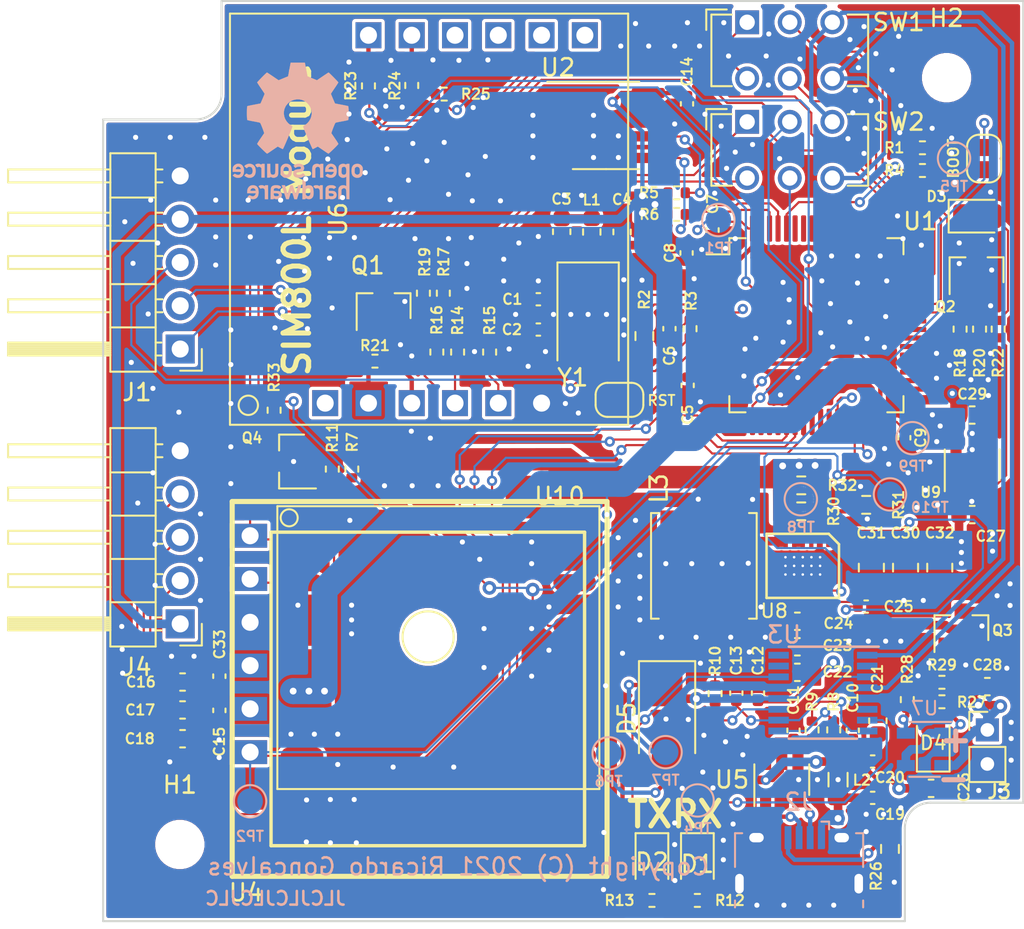
<source format=kicad_pcb>
(kicad_pcb (version 20171130) (host pcbnew "(5.1.9)-1")
  (title_block (title "GPS Tracker Basic") (date 2020-11-08) (rev 1.0) (company "The Antenna Guy"))
  (layers (0 F.Cu signal) (31 B.Cu signal) (34 B.Paste user) (35 F.Paste user) (36 B.SilkS user) (37 F.SilkS user) (38 B.Mask user) (39 F.Mask user) (44 Edge.Cuts user))
  (net 0 "")
  (net 1 GND)
  (net 2 "Net-(C1-Pad1)")
  (net 3 "Net-(C2-Pad1)")
  (net 4 /3V3)
  (net 5 "Net-(C4-Pad1)")
  (net 6 /RST)
  (net 7 /USB-)
  (net 8 /USB+)
  (net 9 /5V0)
  (net 10 "Net-(C13-Pad1)")
  (net 11 /4V0)
  (net 12 "Net-(C19-Pad1)")
  (net 13 /VUSB)
  (net 14 "Net-(C25-Pad1)")
  (net 15 /power/VBAT)
  (net 16 "Net-(D1-Pad1)")
  (net 17 "Net-(D1-Pad2)")
  (net 18 "Net-(D2-Pad1)")
  (net 19 "Net-(D2-Pad2)")
  (net 20 "Net-(D3-Pad2)")
  (net 21 "Net-(D3-Pad1)")
  (net 22 "Net-(D4-Pad2)")
  (net 23 /SWCLK)
  (net 24 /SWDIO)
  (net 25 /USBM)
  (net 26 /USBP)
  (net 27 "Net-(J2-Pad4)")
  (net 28 /SPI_MOSI)
  (net 29 /SPI_MISO)
  (net 30 /SPI_SCK)
  (net 31 "Net-(JP1-Pad1)")
  (net 32 "Net-(L3-Pad1)")
  (net 33 "Net-(L3-Pad2)")
  (net 34 /RST_GSM)
  (net 35 "Net-(Q1-Pad1)")
  (net 36 "Net-(Q2-Pad1)")
  (net 37 "Net-(R2-Pad1)")
  (net 38 "Net-(R4-Pad2)")
  (net 39 /I2C_SCL)
  (net 40 /I2C_SDA)
  (net 41 /TX_GPS)
  (net 42 "Net-(R8-Pad1)")
  (net 43 "Net-(R9-Pad1)")
  (net 44 "Net-(R10-Pad2)")
  (net 45 "Net-(R14-Pad2)")
  (net 46 /RX_GSM)
  (net 47 "Net-(R15-Pad2)")
  (net 48 /TX_GSM)
  (net 49 /RESET_GSM)
  (net 50 /LED_DBG)
  (net 51 "Net-(R23-Pad1)")
  (net 52 /RING)
  (net 53 /DTR)
  (net 54 "Net-(R24-Pad1)")
  (net 55 "Net-(R28-Pad1)")
  (net 56 "Net-(R30-Pad2)")
  (net 57 /PGOOD)
  (net 58 /RX_GPS)
  (net 59 /TX_1)
  (net 60 /RX_USB)
  (net 61 /RX_1)
  (net 62 /TX_USB)
  (net 63 /RX_2)
  (net 64 /TX_2)
  (net 65 /PPS_GPS)
  (net 66 "Net-(U1-Pad2)")
  (net 67 "Net-(U1-Pad3)")
  (net 68 "Net-(U1-Pad4)")
  (net 69 "Net-(U1-Pad8)")
  (net 70 "Net-(U1-Pad14)")
  (net 71 "Net-(U1-Pad15)")
  (net 72 "Net-(U1-Pad18)")
  (net 73 "Net-(U1-Pad19)")
  (net 74 "Net-(U1-Pad20)")
  (net 75 "Net-(U1-Pad24)")
  (net 76 "Net-(U1-Pad25)")
  (net 77 "Net-(U1-Pad26)")
  (net 78 "Net-(U1-Pad28)")
  (net 79 "Net-(U1-Pad34)")
  (net 80 "Net-(U1-Pad35)")
  (net 81 "Net-(U1-Pad36)")
  (net 82 "Net-(U1-Pad37)")
  (net 83 "Net-(U1-Pad38)")
  (net 84 "Net-(U1-Pad40)")
  (net 85 "Net-(U1-Pad41)")
  (net 86 "Net-(U1-Pad44)")
  (net 87 "Net-(U1-Pad45)")
  (net 88 "Net-(U1-Pad47)")
  (net 89 "Net-(U1-Pad48)")
  (net 90 "Net-(U1-Pad50)")
  (net 91 "Net-(U1-Pad51)")
  (net 92 "Net-(U1-Pad52)")
  (net 93 "Net-(U1-Pad53)")
  (net 94 "Net-(U1-Pad54)")
  (net 95 "Net-(U1-Pad55)")
  (net 96 "Net-(U1-Pad56)")
  (net 97 "Net-(U1-Pad57)")
  (net 98 "Net-(U1-Pad58)")
  (net 99 "Net-(U1-Pad59)")
  (net 100 "Net-(U3-Pad2)")
  (net 101 "Net-(U3-Pad6)")
  (net 102 "Net-(U3-Pad15)")
  (net 103 "Net-(U3-Pad16)")
  (net 104 "Net-(U6-Pad1)")
  (net 105 "Net-(U6-Pad9)")
  (net 106 "Net-(U6-Pad10)")
  (net 107 "Net-(U6-Pad11)")
  (net 108 "Net-(U6-Pad12)")
  (net 109 "Net-(U9-Pad4)")
  (net 110 "Net-(U1-Pad11)")
  (net 111 /RESET_GPS)
  (net 112 "Net-(Q4-Pad1)")
  (net 113 /GNSS/RESET_GPS)
  (net 114 "Net-(U10-Pad8)")
  (net 115 "Net-(U10-Pad7)")
  (net 116 "Net-(U10-Pad11)")
  (net 117 "Net-(U10-Pad9)")
  (module Symbol:OSHW-Logo_7.5x8mm_SilkScreen (layer B.Cu) (at 111.43 77.62 180)
    (fp_text reference REF** hide)
    (fp_text value OSHW-Logo_7.5x8mm_SilkScreen hide)
  )
  (module Resistor_SMD:R_0805_2012Metric (layer F.Cu) (at 145.0848 103.251 270)
    (fp_text reference C31 (at -2.032 0 180) (layer F.SilkS) (effects (font (size 0.6 0.6) (thickness 0.12))))
    (fp_text value 22uF)
    (pad 2 smd roundrect (at 0.9125 0 270) (size 1.025 1.4) (layers F.Cu F.Paste F.Mask) (roundrect_rratio 0.2439014634146341) (net 1 GND))
    (pad 1 smd roundrect (at -0.9125 0 270) (size 1.025 1.4) (layers F.Cu F.Paste F.Mask) (roundrect_rratio 0.2439014634146341) (net 11 /4V0))
  )
  (module Resistor_SMD:R_0805_2012Metric (layer F.Cu) (at 147.0914 103.251 270)
    (fp_text reference C30 (at -2.032 0 180) (layer F.SilkS) (effects (font (size 0.6 0.6) (thickness 0.12))))
    (fp_text value 22uF)
    (pad 2 smd roundrect (at 0.9125 0 270) (size 1.025 1.4) (layers F.Cu F.Paste F.Mask) (roundrect_rratio 0.2439014634146341) (net 1 GND))
    (pad 1 smd roundrect (at -0.9125 0 270) (size 1.025 1.4) (layers F.Cu F.Paste F.Mask) (roundrect_rratio 0.2439014634146341) (net 11 /4V0))
  )
  (module Resistor_SMD:R_0805_2012Metric (layer F.Cu) (at 149.098 103.251 270)
    (fp_text reference C32 (at -2.032 0 180) (layer F.SilkS) (effects (font (size 0.6 0.6) (thickness 0.12))))
    (fp_text value 22uF)
    (pad 2 smd roundrect (at 0.9125 0 270) (size 1.025 1.4) (layers F.Cu F.Paste F.Mask) (roundrect_rratio 0.2439014634146341) (net 1 GND))
    (pad 1 smd roundrect (at -0.9125 0 270) (size 1.025 1.4) (layers F.Cu F.Paste F.Mask) (roundrect_rratio 0.2439014634146341) (net 11 /4V0))
  )
  (module gps_tracker:L80RE (layer F.Cu) (at 119.6723 107.9476 180)
    (fp_text reference U10 (at -7.112 8.89) (layer F.SilkS))
    (fp_text value L80-RE)
    (pad "" np_thru_hole circle (at 0.6 0.63 180) (size 1 1) (drill 1) (layers *.Cu *.Mask) (clearance 1.2))
    (pad 2 smd oval (at 8 3.81 180) (size 2.5 1) (layers F.Cu F.Paste F.Mask) (net 41 /TX_GPS))
    (pad 8 smd oval (at -8 -3.81 180) (size 2.5 1) (layers F.Cu F.Paste F.Mask) (net 114 "Net-(U10-Pad8)"))
    (pad 4 smd oval (at 8 -1.27 180) (size 2.5 1) (layers F.Cu F.Paste F.Mask) (net 4 /3V3))
    (pad 10 smd oval (at -8 1.27 180) (size 2.5 1) (layers F.Cu F.Paste F.Mask) (net 111 /RESET_GPS))
    (pad 1 smd oval (at 8 6.35 180) (size 2.5 1) (layers F.Cu F.Paste F.Mask) (net 58 /RX_GPS))
    (pad 7 smd oval (at -8 -6.35 180) (size 2.5 1) (layers F.Cu F.Paste F.Mask) (net 115 "Net-(U10-Pad7)"))
    (pad 11 smd oval (at -8 3.81 180) (size 2.5 1) (layers F.Cu F.Paste F.Mask) (net 116 "Net-(U10-Pad11)"))
    (pad 6 smd oval (at 8 -6.35 180) (size 2.5 1) (layers F.Cu F.Paste F.Mask) (net 65 /PPS_GPS))
    (pad 12 smd oval (at -8 6.35 180) (size 2.5 1) (layers F.Cu F.Paste F.Mask) (net 1 GND))
    (pad 9 smd oval (at -8 -1.27 180) (size 2.5 1) (layers F.Cu F.Paste F.Mask) (net 117 "Net-(U10-Pad9)"))
    (pad 3 smd oval (at 8 1.27 180) (size 2.5 1) (layers F.Cu F.Paste F.Mask) (net 1 GND))
    (pad 5 smd oval (at 8 -3.81 180) (size 2.5 1) (layers F.Cu F.Paste F.Mask) (net 4 /3V3))
  )
  (module gps_tracker:UP501B (layer F.Cu) (at 108.6233 101.3817 270)
    (fp_text reference U4 (at 20.9423 0.2413 180) (layer F.SilkS))
    (fp_text value UP501B)
    (pad 8 smd rect (at 20.24 -16.25 270) (size 2.5 2.5) (layers F.Cu F.Paste F.Mask))
    (pad 7 smd rect (at -2.27 -16.25 270) (size 2.5 2.5) (layers F.Cu F.Paste F.Mask))
    (pad 6 thru_hole rect (at 12.7 0 270) (size 1.4 2) (drill 1) (layers *.Cu *.Mask) (net 65 /PPS_GPS))
    (pad 5 thru_hole rect (at 10.16 0 270) (size 1.4 2) (drill 1) (layers *.Cu *.Mask) (net 4 /3V3))
    (pad 4 thru_hole rect (at 7.62 0 270) (size 1.4 2) (drill 1) (layers *.Cu *.Mask) (net 4 /3V3))
    (pad 3 thru_hole rect (at 5.08 0 270) (size 1.4 2) (drill 1) (layers *.Cu *.Mask) (net 1 GND))
    (pad 2 thru_hole rect (at 2.54 0 270) (size 1.4 2) (drill 1) (layers *.Cu *.Mask) (net 41 /TX_GPS))
    (pad 1 thru_hole rect (at 0 0 270) (size 1.4 2) (drill 1) (layers *.Cu *.Mask) (net 58 /RX_GPS))
  )
  (module TestPoint:TestPoint_Pad_D1.5mm (layer B.Cu) (at 108.6233 116.9646)
    (fp_text reference TP2 (at -0.0127 2.0574) (layer B.SilkS) (effects (font (size 0.6 0.6) (thickness 0.12)) (justify mirror)))
    (fp_text value PPS)
    (pad 1 smd circle (at 0 0) (size 1.5 1.5) (layers B.Cu B.Mask) (net 65 /PPS_GPS))
  )
  (module Resistor_SMD:R_0402_1005Metric (layer F.Cu) (at 110.033 94.0157 270)
    (fp_text reference R33 (at -1.9177 0 90) (layer F.SilkS) (effects (font (size 0.6 0.6) (thickness 0.12))))
    (fp_text value 10k)
    (pad 2 smd roundrect (at 0.51 0 270) (size 0.54 0.64) (layers F.Cu F.Paste F.Mask) (net 111 /RESET_GPS))
    (pad 1 smd roundrect (at -0.51 0 270) (size 0.54 0.64) (layers F.Cu F.Paste F.Mask) (net 4 /3V3))
  )
  (module Resistor_SMD:R_0402_1005Metric (layer F.Cu) (at 113.4493 97.4701 90)
    (fp_text reference R11 (at 1.8415 0 90) (layer F.SilkS) (effects (font (size 0.6 0.6) (thickness 0.12))))
    (fp_text value 47k)
    (pad 2 smd roundrect (at 0.51 0 90) (size 0.54 0.64) (layers F.Cu F.Paste F.Mask) (net 1 GND))
    (pad 1 smd roundrect (at -0.51 0 90) (size 0.54 0.64) (layers F.Cu F.Paste F.Mask) (net 112 "Net-(Q4-Pad1)"))
  )
  (module Resistor_SMD:R_0402_1005Metric (layer F.Cu) (at 114.5923 97.4701 90)
    (fp_text reference R7 (at 1.5748 0.0254 90) (layer F.SilkS) (effects (font (size 0.6 0.6) (thickness 0.12))))
    (fp_text value 4.7k)
    (pad 2 smd roundrect (at 0.51 0 90) (size 0.54 0.64) (layers F.Cu F.Paste F.Mask) (net 113 /GNSS/RESET_GPS))
    (pad 1 smd roundrect (at -0.51 0 90) (size 0.54 0.64) (layers F.Cu F.Paste F.Mask) (net 112 "Net-(Q4-Pad1)"))
  )
  (module Package_TO_SOT_SMD:SOT-23 (layer F.Cu) (at 111.0871 97.0256 180)
    (fp_text reference Q4 (at 2.3495 1.3843 180) (layer F.SilkS) (effects (font (size 0.6 0.6) (thickness 0.12))))
    (fp_text value S8050)
    (pad 3 smd rect (at 1 0 180) (size 0.9 0.8) (layers F.Cu F.Paste F.Mask) (net 111 /RESET_GPS))
    (pad 2 smd rect (at -1 0.95 180) (size 0.9 0.8) (layers F.Cu F.Paste F.Mask) (net 1 GND))
    (pad 1 smd rect (at -1 -0.95 180) (size 0.9 0.8) (layers F.Cu F.Paste F.Mask) (net 112 "Net-(Q4-Pad1)"))
  )
  (module Capacitor_SMD:C_0603_1608Metric (layer F.Cu) (at 104.6609 111.6052 180)
    (fp_text reference C17 (at 2.4892 0) (layer F.SilkS) (effects (font (size 0.6 0.6) (thickness 0.12))))
    (fp_text value 10uF)
    (pad 2 smd roundrect (at 0.775 0 180) (size 0.9 0.95) (layers F.Cu F.Paste F.Mask) (net 1 GND))
    (pad 1 smd roundrect (at -0.775 0 180) (size 0.9 0.95) (layers F.Cu F.Paste F.Mask) (net 4 /3V3))
  )
  (module Capacitor_SMD:C_0402_1005Metric (layer F.Cu) (at 106.8199 109.624 90)
    (fp_text reference C33 (at 1.8669 0.0127 90) (layer F.SilkS) (effects (font (size 0.6 0.6) (thickness 0.12))))
    (fp_text value 100nF)
    (pad 2 smd roundrect (at 0.48 0 90) (size 0.56 0.62) (layers F.Cu F.Paste F.Mask) (net 1 GND))
    (pad 1 smd roundrect (at -0.48 0 90) (size 0.56 0.62) (layers F.Cu F.Paste F.Mask) (net 4 /3V3))
  )
  (module Capacitor_SMD:C_0603_1608Metric (layer F.Cu) (at 104.6609 113.2943 180)
    (fp_text reference C18 (at 2.5146 0 180) (layer F.SilkS) (effects (font (size 0.6 0.6) (thickness 0.12))))
    (fp_text value 10uF)
    (pad 2 smd roundrect (at 0.775 0 180) (size 0.9 0.95) (layers F.Cu F.Paste F.Mask) (net 1 GND))
    (pad 1 smd roundrect (at -0.775 0 180) (size 0.9 0.95) (layers F.Cu F.Paste F.Mask) (net 4 /3V3))
  )
  (module Capacitor_SMD:C_0603_1608Metric (layer F.Cu) (at 104.6609 109.9669 180)
    (fp_text reference C16 (at 2.4511 0) (layer F.SilkS) (effects (font (size 0.6 0.6) (thickness 0.12))))
    (fp_text value 10uF)
    (pad 2 smd roundrect (at 0.775 0 180) (size 0.9 0.95) (layers F.Cu F.Paste F.Mask) (net 1 GND))
    (pad 1 smd roundrect (at -0.775 0 180) (size 0.9 0.95) (layers F.Cu F.Paste F.Mask) (net 4 /3V3))
  )
  (module Capacitor_SMD:C_0402_1005Metric (layer F.Cu) (at 106.8199 111.6306 270)
    (fp_text reference C15 (at 1.8415 0 90) (layer F.SilkS) (effects (font (size 0.6 0.6) (thickness 0.12))))
    (fp_text value 100nF)
    (pad 2 smd roundrect (at 0.48 0 270) (size 0.56 0.62) (layers F.Cu F.Paste F.Mask) (net 1 GND))
    (pad 1 smd roundrect (at -0.48 0 270) (size 0.56 0.62) (layers F.Cu F.Paste F.Mask) (net 4 /3V3))
  )
  (module Resistor_SMD:R_0603_1608Metric (layer F.Cu) (at 131.7625 89.662 270)
    (fp_text reference R2 (at -2.136 0 90) (layer F.SilkS) (effects (font (size 0.6 0.6) (thickness 0.12))))
    (fp_text value 0)
    (pad 2 smd roundrect (at 0.825 0 270) (size 0.8 0.95) (layers F.Cu F.Paste F.Mask) (net 3 "Net-(C2-Pad1)"))
    (pad 1 smd roundrect (at -0.825 0 270) (size 0.8 0.95) (layers F.Cu F.Paste F.Mask) (net 37 "Net-(R2-Pad1)"))
  )
  (module Resistor_SMD:R_0402_1005Metric (layer F.Cu) (at 134.874 122.7836 180)
    (fp_text reference R12 (at -1.905 0) (layer F.SilkS) (effects (font (size 0.6 0.6) (thickness 0.12))))
    (fp_text value 330)
    (pad 2 smd roundrect (at 0.51 0 180) (size 0.54 0.64) (layers F.Cu F.Paste F.Mask) (net 9 /5V0))
    (pad 1 smd roundrect (at -0.51 0 180) (size 0.54 0.64) (layers F.Cu F.Paste F.Mask) (net 17 "Net-(D1-Pad2)"))
  )
  (module MountingHole:MountingHole_2.5mm (layer F.Cu) (at 149.5 74.5)
    (fp_text reference H2 (at 0 -3.5) (layer F.SilkS))
    (fp_text value MountingHole)
    (pad 1 np_thru_hole circle (at 0 0) (size 2.5 2.5) (drill 2.5) (layers *.Cu *.Mask))
  )
  (module MountingHole:MountingHole_2.5mm (layer F.Cu) (at 104.5 119.5)
    (fp_text reference H1 (at 0 -3.5) (layer F.SilkS))
    (fp_text value MountingHole)
    (pad 1 np_thru_hole circle (at 0 0) (size 2.5 2.5) (drill 2.5) (layers *.Cu *.Mask))
  )
  (module Resistor_SMD:R_0603_1608Metric (layer F.Cu) (at 146.177 119.761 270)
    (fp_text reference R26 (at 1.5978 0.8126 90) (layer F.SilkS) (effects (font (size 0.6 0.6) (thickness 0.12))))
    (fp_text value 100k)
    (pad 2 smd roundrect (at 0.825 0 270) (size 0.8 0.95) (layers F.Cu F.Paste F.Mask) (net 1 GND))
    (pad 1 smd roundrect (at -0.825 0 270) (size 0.8 0.95) (layers F.Cu F.Paste F.Mask) (net 27 "Net-(J2-Pad4)"))
  )
  (module Inductor_SMD:L_Bourns_SRN6045TA (layer F.Cu) (at 135.255 103.1494 90)
    (fp_text reference L3 (at 4.5466 -2.6416 270) (layer F.SilkS))
    (fp_text value 1.5uH)
    (pad 2 smd rect (at 2.075 0 90) (size 2.35 5.1) (layers F.Cu F.Paste F.Mask) (net 33 "Net-(L3-Pad2)"))
    (pad 1 smd rect (at -2.075 0 90) (size 2.35 5.1) (layers F.Cu F.Paste F.Mask) (net 32 "Net-(L3-Pad1)"))
  )
  (module Capacitor_SMD:C_0603_1608Metric (layer F.Cu) (at 145.4658 112.2426 90)
    (fp_text reference C21 (at 2.4638 -0.0254 90) (layer F.SilkS) (effects (font (size 0.6 0.6) (thickness 0.12))))
    (fp_text value 4.7uF)
    (pad 2 smd roundrect (at 0.775 0 90) (size 0.9 0.95) (layers F.Cu F.Paste F.Mask) (net 1 GND))
    (pad 1 smd roundrect (at -0.775 0 90) (size 0.9 0.95) (layers F.Cu F.Paste F.Mask) (net 13 /VUSB))
  )
  (module Capacitor_SMD:C_0603_1608Metric (layer F.Cu) (at 126.9111 83.5406 270)
    (fp_text reference C3 (at -1.9177 0.0127 180) (layer F.SilkS) (effects (font (size 0.6 0.6) (thickness 0.12))))
    (fp_text value 4.7uF)
    (pad 2 smd roundrect (at 0.775 0 270) (size 0.9 0.95) (layers F.Cu F.Paste F.Mask) (net 1 GND))
    (pad 1 smd roundrect (at -0.775 0 270) (size 0.9 0.95) (layers F.Cu F.Paste F.Mask) (net 4 /3V3))
  )
  (module Capacitor_SMD:C_0402_1005Metric (layer F.Cu) (at 125.5395 87.503 180)
    (fp_text reference C1 (at 1.524 0) (layer F.SilkS) (effects (font (size 0.6 0.6) (thickness 0.12))))
    (fp_text value 12pF)
    (pad 2 smd roundrect (at 0.48 0 180) (size 0.56 0.62) (layers F.Cu F.Paste F.Mask) (net 1 GND))
    (pad 1 smd roundrect (at -0.48 0 180) (size 0.56 0.62) (layers F.Cu F.Paste F.Mask) (net 2 "Net-(C1-Pad1)"))
  )
  (module Capacitor_SMD:C_0402_1005Metric (layer F.Cu) (at 125.5395 89.281 180)
    (fp_text reference C2 (at 1.5494 0 180) (layer F.SilkS) (effects (font (size 0.6 0.6) (thickness 0.12))))
    (fp_text value 12pF)
    (pad 2 smd roundrect (at 0.48 0 180) (size 0.56 0.62) (layers F.Cu F.Paste F.Mask) (net 1 GND))
    (pad 1 smd roundrect (at -0.48 0 180) (size 0.56 0.62) (layers F.Cu F.Paste F.Mask) (net 3 "Net-(C2-Pad1)"))
  )
  (module Capacitor_SMD:C_0603_1608Metric (layer F.Cu) (at 130.4544 83.5533 90)
    (fp_text reference C4 (at 1.905 0 180) (layer F.SilkS) (effects (font (size 0.6 0.6) (thickness 0.12))))
    (fp_text value 1uF)
    (pad 2 smd roundrect (at 0.775 0 90) (size 0.9 0.95) (layers F.Cu F.Paste F.Mask) (net 1 GND))
    (pad 1 smd roundrect (at -0.775 0 90) (size 0.9 0.95) (layers F.Cu F.Paste F.Mask) (net 5 "Net-(C4-Pad1)"))
  )
  (module Capacitor_SMD:C_0402_1005Metric (layer F.Cu) (at 134.3025 92.5576 270)
    (fp_text reference C5 (at 1.7145 0 90) (layer F.SilkS) (effects (font (size 0.6 0.6) (thickness 0.12))))
    (fp_text value 100nF)
    (pad 2 smd roundrect (at 0.48 0 270) (size 0.56 0.62) (layers F.Cu F.Paste F.Mask) (net 1 GND))
    (pad 1 smd roundrect (at -0.48 0 270) (size 0.56 0.62) (layers F.Cu F.Paste F.Mask) (net 5 "Net-(C4-Pad1)"))
  )
  (module Capacitor_SMD:C_0402_1005Metric (layer F.Cu) (at 133.23316 89.2302 270)
    (fp_text reference C6 (at 1.5875 0 90) (layer F.SilkS) (effects (font (size 0.6 0.6) (thickness 0.12))))
    (fp_text value 100nF)
    (pad 2 smd roundrect (at 0.48 0 270) (size 0.56 0.62) (layers F.Cu F.Paste F.Mask) (net 6 /RST))
    (pad 1 smd roundrect (at -0.48 0 270) (size 0.56 0.62) (layers F.Cu F.Paste F.Mask) (net 1 GND))
  )
  (module Capacitor_SMD:C_0402_1005Metric (layer F.Cu) (at 135.763 83.439 270)
    (fp_text reference C7 (at -1.524 0 270) (layer F.SilkS) (effects (font (size 0.6 0.6) (thickness 0.12))))
    (fp_text value 100nF)
    (pad 2 smd roundrect (at 0.48 0 270) (size 0.56 0.62) (layers F.Cu F.Paste F.Mask) (net 1 GND))
    (pad 1 smd roundrect (at -0.48 0 270) (size 0.56 0.62) (layers F.Cu F.Paste F.Mask) (net 5 "Net-(C4-Pad1)"))
  )
  (module Capacitor_SMD:C_0402_1005Metric (layer F.Cu) (at 134.239 84.7852 90)
    (fp_text reference C8 (at 0 -0.9652 90) (layer F.SilkS) (effects (font (size 0.6 0.6) (thickness 0.12))))
    (fp_text value 100nF)
    (pad 2 smd roundrect (at 0.48 0 90) (size 0.56 0.62) (layers F.Cu F.Paste F.Mask) (net 1 GND))
    (pad 1 smd roundrect (at -0.48 0 90) (size 0.56 0.62) (layers F.Cu F.Paste F.Mask) (net 5 "Net-(C4-Pad1)"))
  )
  (module Capacitor_SMD:C_0402_1005Metric (layer F.Cu) (at 147.0152 95.631 270)
    (fp_text reference C9 (at 0 -0.9652 90) (layer F.SilkS) (effects (font (size 0.6 0.6) (thickness 0.12))))
    (fp_text value 100nF)
    (pad 2 smd roundrect (at 0.48 0 270) (size 0.56 0.62) (layers F.Cu F.Paste F.Mask) (net 1 GND))
    (pad 1 smd roundrect (at -0.48 0 270) (size 0.56 0.62) (layers F.Cu F.Paste F.Mask) (net 5 "Net-(C4-Pad1)"))
  )
  (module Capacitor_SMD:C_0402_1005Metric (layer F.Cu) (at 143.9926 112.8014 90)
    (fp_text reference C10 (at 1.905 0 90) (layer F.SilkS) (effects (font (size 0.6 0.6) (thickness 0.12))))
    (fp_text value 47pF)
    (pad 2 smd roundrect (at 0.48 0 90) (size 0.56 0.62) (layers F.Cu F.Paste F.Mask) (net 1 GND))
    (pad 1 smd roundrect (at -0.48 0 90) (size 0.56 0.62) (layers F.Cu F.Paste F.Mask) (net 7 /USB-))
  )
  (module Capacitor_SMD:C_0402_1005Metric (layer F.Cu) (at 140.5128 112.8014 90)
    (fp_text reference C11 (at 1.778 0 90) (layer F.SilkS) (effects (font (size 0.6 0.6) (thickness 0.12))))
    (fp_text value 47pF)
    (pad 2 smd roundrect (at 0.48 0 90) (size 0.56 0.62) (layers F.Cu F.Paste F.Mask) (net 1 GND))
    (pad 1 smd roundrect (at -0.48 0 90) (size 0.56 0.62) (layers F.Cu F.Paste F.Mask) (net 8 /USB+))
  )
  (module Capacitor_SMD:C_0402_1005Metric (layer F.Cu) (at 138.43 110.617 90)
    (fp_text reference C12 (at 1.905 0 90) (layer F.SilkS) (effects (font (size 0.6 0.6) (thickness 0.12))))
    (fp_text value 100nF)
    (pad 2 smd roundrect (at 0.48 0 90) (size 0.56 0.62) (layers F.Cu F.Paste F.Mask) (net 1 GND))
    (pad 1 smd roundrect (at -0.48 0 90) (size 0.56 0.62) (layers F.Cu F.Paste F.Mask) (net 9 /5V0))
  )
  (module Capacitor_SMD:C_0402_1005Metric (layer F.Cu) (at 137.16 110.617 90)
    (fp_text reference C13 (at 1.905 0 90) (layer F.SilkS) (effects (font (size 0.6 0.6) (thickness 0.12))))
    (fp_text value 100nF)
    (pad 2 smd roundrect (at 0.48 0 90) (size 0.56 0.62) (layers F.Cu F.Paste F.Mask) (net 1 GND))
    (pad 1 smd roundrect (at -0.48 0 90) (size 0.56 0.62) (layers F.Cu F.Paste F.Mask) (net 10 "Net-(C13-Pad1)"))
  )
  (module Capacitor_SMD:C_0402_1005Metric (layer F.Cu) (at 134.2644 76.0349 270)
    (fp_text reference C14 (at -1.8923 0 90) (layer F.SilkS) (effects (font (size 0.6 0.6) (thickness 0.12))))
    (fp_text value 100nF)
    (pad 2 smd roundrect (at 0.48 0 270) (size 0.56 0.62) (layers F.Cu F.Paste F.Mask) (net 1 GND))
    (pad 1 smd roundrect (at -0.48 0 270) (size 0.56 0.62) (layers F.Cu F.Paste F.Mask) (net 4 /3V3))
  )
  (module Capacitor_SMD:C_0402_1005Metric (layer F.Cu) (at 145.161 116.7638)
    (fp_text reference C19 (at 1.016 0.9652) (layer F.SilkS) (effects (font (size 0.6 0.6) (thickness 0.12))))
    (fp_text value 100nF)
    (pad 2 smd roundrect (at 0.48 0) (size 0.56 0.62) (layers F.Cu F.Paste F.Mask) (net 1 GND))
    (pad 1 smd roundrect (at -0.48 0) (size 0.56 0.62) (layers F.Cu F.Paste F.Mask) (net 12 "Net-(C19-Pad1)"))
  )
  (module Capacitor_SMD:C_0402_1005Metric (layer F.Cu) (at 145.161 114.6302)
    (fp_text reference C20 (at 1.016 0.9398) (layer F.SilkS) (effects (font (size 0.6 0.6) (thickness 0.12))))
    (fp_text value 100nF)
    (pad 2 smd roundrect (at 0.48 0) (size 0.56 0.62) (layers F.Cu F.Paste F.Mask) (net 1 GND))
    (pad 1 smd roundrect (at -0.48 0) (size 0.56 0.62) (layers F.Cu F.Paste F.Mask) (net 13 /VUSB))
  )
  (module Capacitor_SMD:C_0603_1608Metric (layer F.Cu) (at 140.7414 109.3978 180)
    (fp_text reference C22 (at -2.3622 0.0254) (layer F.SilkS) (effects (font (size 0.6 0.6) (thickness 0.12))))
    (fp_text value 10uF)
    (pad 2 smd roundrect (at 0.775 0 180) (size 0.9 0.95) (layers F.Cu F.Paste F.Mask) (net 1 GND))
    (pad 1 smd roundrect (at -0.775 0 180) (size 0.9 0.95) (layers F.Cu F.Paste F.Mask) (net 9 /5V0))
  )
  (module Capacitor_SMD:C_0603_1608Metric (layer F.Cu) (at 140.7414 107.8992 180)
    (fp_text reference C23 (at -2.3622 0.0762) (layer F.SilkS) (effects (font (size 0.6 0.6) (thickness 0.12))))
    (fp_text value 10uF)
    (pad 2 smd roundrect (at 0.775 0 180) (size 0.9 0.95) (layers F.Cu F.Paste F.Mask) (net 1 GND))
    (pad 1 smd roundrect (at -0.775 0 180) (size 0.9 0.95) (layers F.Cu F.Paste F.Mask) (net 9 /5V0))
  )
  (module Capacitor_SMD:C_0603_1608Metric (layer F.Cu) (at 140.7414 106.4006 180)
    (fp_text reference C24 (at -2.413 -0.127) (layer F.SilkS) (effects (font (size 0.6 0.6) (thickness 0.12))))
    (fp_text value 1uF)
    (pad 2 smd roundrect (at 0.775 0 180) (size 0.9 0.95) (layers F.Cu F.Paste F.Mask) (net 1 GND))
    (pad 1 smd roundrect (at -0.775 0 180) (size 0.9 0.95) (layers F.Cu F.Paste F.Mask) (net 9 /5V0))
  )
  (module Capacitor_SMD:C_0402_1005Metric (layer F.Cu) (at 144.78 105.537)
    (fp_text reference C25 (at 1.905 0) (layer F.SilkS) (effects (font (size 0.6 0.6) (thickness 0.12))))
    (fp_text value 100nF)
    (pad 2 smd roundrect (at 0.48 0) (size 0.56 0.62) (layers F.Cu F.Paste F.Mask) (net 1 GND))
    (pad 1 smd roundrect (at -0.48 0) (size 0.56 0.62) (layers F.Cu F.Paste F.Mask) (net 14 "Net-(C25-Pad1)"))
  )
  (module Capacitor_SMD:C_0603_1608Metric (layer F.Cu) (at 148.59 116.205)
    (fp_text reference C26 (at 1.9304 -0.0659 90) (layer F.SilkS) (effects (font (size 0.6 0.6) (thickness 0.12))))
    (fp_text value 1uF)
    (pad 2 smd roundrect (at 0.775 0) (size 0.9 0.95) (layers F.Cu F.Paste F.Mask) (net 1 GND))
    (pad 1 smd roundrect (at -0.775 0) (size 0.9 0.95) (layers F.Cu F.Paste F.Mask) (net 13 /VUSB))
  )
  (module Capacitor_SMD:C_0603_1608Metric (layer F.Cu) (at 151.003 100.1395)
    (fp_text reference C27 (at 1.0795 1.27) (layer F.SilkS) (effects (font (size 0.6 0.6) (thickness 0.12))))
    (fp_text value 1uF)
    (pad 2 smd roundrect (at 0.775 0) (size 0.9 0.95) (layers F.Cu F.Paste F.Mask) (net 1 GND))
    (pad 1 smd roundrect (at -0.775 0) (size 0.9 0.95) (layers F.Cu F.Paste F.Mask) (net 11 /4V0))
  )
  (module Capacitor_SMD:C_0603_1608Metric (layer F.Cu) (at 151.892 110.236)
    (fp_text reference C28 (at 0 -1.27) (layer F.SilkS) (effects (font (size 0.6 0.6) (thickness 0.12))))
    (fp_text value 1uF)
    (pad 2 smd roundrect (at 0.775 0) (size 0.9 0.95) (layers F.Cu F.Paste F.Mask) (net 1 GND))
    (pad 1 smd roundrect (at -0.775 0) (size 0.9 0.95) (layers F.Cu F.Paste F.Mask) (net 15 /power/VBAT))
  )
  (module Capacitor_SMD:C_0603_1608Metric (layer F.Cu) (at 151.003 94.2975)
    (fp_text reference C29 (at 0 -1.2319) (layer F.SilkS) (effects (font (size 0.6 0.6) (thickness 0.12))))
    (fp_text value 1uF)
    (pad 2 smd roundrect (at 0.775 0) (size 0.9 0.95) (layers F.Cu F.Paste F.Mask) (net 1 GND))
    (pad 1 smd roundrect (at -0.775 0) (size 0.9 0.95) (layers F.Cu F.Paste F.Mask) (net 4 /3V3))
  )
  (module LED_SMD:LED_0805_2012Metric (layer F.Cu) (at 134.874 120.523 270)
    (fp_text reference D1 (at 0.127 0 180) (layer F.SilkS))
    (fp_text value YELLOW)
    (pad 2 smd roundrect (at 0.9375 0 270) (size 0.975 1.4) (layers F.Cu F.Paste F.Mask) (net 17 "Net-(D1-Pad2)"))
    (pad 1 smd roundrect (at -0.9375 0 270) (size 0.975 1.4) (layers F.Cu F.Paste F.Mask) (net 16 "Net-(D1-Pad1)"))
  )
  (module LED_SMD:LED_0805_2012Metric (layer F.Cu) (at 132.207 120.523 270)
    (fp_text reference D2 (at 0 0 180) (layer F.SilkS))
    (fp_text value RED)
    (pad 2 smd roundrect (at 0.9375 0 270) (size 0.975 1.4) (layers F.Cu F.Paste F.Mask) (net 19 "Net-(D2-Pad2)"))
    (pad 1 smd roundrect (at -0.9375 0 270) (size 0.975 1.4) (layers F.Cu F.Paste F.Mask) (net 18 "Net-(D2-Pad1)"))
  )
  (module LED_SMD:LED_0805_2012Metric (layer F.Cu) (at 151.3078 82.6262)
    (fp_text reference D3 (at -2.4003 -1.1557) (layer F.SilkS) (effects (font (size 0.6 0.6) (thickness 0.12))))
    (fp_text value RED)
    (pad 2 smd roundrect (at 0.9375 0) (size 0.975 1.4) (layers F.Cu F.Paste F.Mask) (net 20 "Net-(D3-Pad2)"))
    (pad 1 smd roundrect (at -0.9375 0) (size 0.975 1.4) (layers F.Cu F.Paste F.Mask) (net 21 "Net-(D3-Pad1)"))
  )
  (module LED_SMD:LED_0805_2012Metric (layer F.Cu) (at 148.717 113.538 90)
    (fp_text reference D4 (at 0 0 180) (layer F.SilkS) (effects (font (size 0.8 0.8) (thickness 0.12))))
    (fp_text value RED)
    (pad 2 smd roundrect (at 0.9375 0 90) (size 0.975 1.4) (layers F.Cu F.Paste F.Mask) (net 22 "Net-(D4-Pad2)"))
    (pad 1 smd roundrect (at -0.9375 0 90) (size 0.975 1.4) (layers F.Cu F.Paste F.Mask) (net 1 GND))
  )
  (module Diode_SMD:D_SMA (layer F.Cu) (at 133.096 112.141 270)
    (fp_text reference D5 (at -0.0254 2.3622 270) (layer F.SilkS))
    (fp_text value SS14)
    (pad 2 smd rect (at 2 0 270) (size 2.5 1.8) (layers F.Cu F.Paste F.Mask) (net 13 /VUSB))
    (pad 1 smd rect (at -2 0 270) (size 2.5 1.8) (layers F.Cu F.Paste F.Mask) (net 9 /5V0))
  )
  (module Connector_PinHeader_2.54mm:PinHeader_1x05_P2.54mm_Horizontal (layer F.Cu) (at 104.521 90.424 180)
    (fp_text reference J1 (at 2.54 -2.54) (layer F.SilkS))
    (fp_text value Conn_01x05)
    (pad 5 thru_hole oval (at 0 10.16 180) (size 1.7 1.7) (drill 1) (layers *.Cu *.Mask) (net 1 GND))
    (pad 4 thru_hole oval (at 0 7.62 180) (size 1.7 1.7) (drill 1) (layers *.Cu *.Mask) (net 4 /3V3))
    (pad 3 thru_hole oval (at 0 5.08 180) (size 1.7 1.7) (drill 1) (layers *.Cu *.Mask) (net 6 /RST))
    (pad 2 thru_hole oval (at 0 2.54 180) (size 1.7 1.7) (drill 1) (layers *.Cu *.Mask) (net 24 /SWDIO))
    (pad 1 thru_hole rect (at 0 0 180) (size 1.7 1.7) (drill 1) (layers *.Cu *.Mask) (net 23 /SWCLK))
  )
  (module Connector_USB:USB_Micro-B_Amphenol_10118194_Horizontal (layer B.Cu) (at 140.843 120.5 180)
    (fp_text reference J2 (at 0 3.5) (layer B.SilkS) (effects (justify mirror)))
    (fp_text value USB_B_Micro)
    (pad 6 thru_hole oval (at 3.5 -1.3 180) (size 0.89 1.55) (drill oval 0.5 1.15) (layers *.Cu *.Mask) (net 1 GND))
    (pad 6 thru_hole oval (at -3.5 -1.3 180) (size 0.89 1.55) (drill oval 0.5 1.15) (layers *.Cu *.Mask) (net 1 GND))
    (pad 6 smd rect (at 2.9 -1.3 180) (size 1.2 1.55) (layers B.Cu B.Paste B.Mask) (net 1 GND))
    (pad 6 smd rect (at -2.9 -1.3 180) (size 1.2 1.55) (layers B.Cu B.Paste B.Mask) (net 1 GND))
    (pad 6 smd rect (at 1 -1.3 180) (size 1.5 1.55) (layers B.Cu B.Paste B.Mask) (net 1 GND))
    (pad 6 smd rect (at -1 -1.3 180) (size 1.5 1.55) (layers B.Cu B.Paste B.Mask) (net 1 GND))
    (pad 6 thru_hole oval (at 2.5 1.4 180) (size 1.25 0.95) (drill oval 0.85 0.55) (layers *.Cu *.Mask) (net 1 GND))
    (pad 6 thru_hole oval (at -2.5 1.4 180) (size 1.25 0.95) (drill oval 0.85 0.55) (layers *.Cu *.Mask) (net 1 GND))
    (pad 5 smd rect (at 1.3 1.4 180) (size 0.4 1.35) (layers B.Cu B.Paste B.Mask) (net 1 GND))
    (pad 4 smd rect (at 0.65 1.4 180) (size 0.4 1.35) (layers B.Cu B.Paste B.Mask) (net 27 "Net-(J2-Pad4)"))
    (pad 3 smd rect (at 0 1.4 180) (size 0.4 1.35) (layers B.Cu B.Paste B.Mask) (net 26 /USBP))
    (pad 2 smd rect (at -0.65 1.4 180) (size 0.4 1.35) (layers B.Cu B.Paste B.Mask) (net 25 /USBM))
    (pad 1 smd rect (at -1.3 1.4 180) (size 0.4 1.35) (layers B.Cu B.Paste B.Mask) (net 12 "Net-(C19-Pad1)"))
  )
  (module Connector_PinHeader_2.00mm:PinHeader_1x02_P2.00mm_Vertical (layer F.Cu) (at 151.892 112.776)
    (fp_text reference J3 (at 0.6987 3.6298 180) (layer F.SilkS) (effects (font (size 0.8 0.8))))
    (fp_text value Battery)
    (pad 2 thru_hole oval (at 0 2) (size 1.35 1.35) (drill 0.8) (layers *.Cu *.Mask) (net 1 GND))
    (pad 1 thru_hole rect (at 0 0) (size 1.35 1.35) (drill 0.8) (layers *.Cu *.Mask) (net 15 /power/VBAT))
  )
  (module Connector_PinHeader_2.54mm:PinHeader_1x05_P2.54mm_Horizontal (layer F.Cu) (at 104.521 106.553 180)
    (fp_text reference J4 (at 2.54 -2.54) (layer F.SilkS))
    (fp_text value Conn_01x05)
    (pad 5 thru_hole oval (at 0 10.16 180) (size 1.7 1.7) (drill 1) (layers *.Cu *.Mask) (net 1 GND))
    (pad 4 thru_hole oval (at 0 7.62 180) (size 1.7 1.7) (drill 1) (layers *.Cu *.Mask) (net 28 /SPI_MOSI))
    (pad 3 thru_hole oval (at 0 5.08 180) (size 1.7 1.7) (drill 1) (layers *.Cu *.Mask) (net 29 /SPI_MISO))
    (pad 2 thru_hole oval (at 0 2.54 180) (size 1.7 1.7) (drill 1) (layers *.Cu *.Mask) (net 30 /SPI_SCK))
    (pad 1 thru_hole rect (at 0 0 180) (size 1.7 1.7) (drill 1) (layers *.Cu *.Mask) (net 4 /3V3))
  )
  (module Jumper:SolderJumper-2_P1.3mm_Open_RoundedPad1.0x1.5mm (layer F.Cu) (at 151.7015 79.248 90)
    (fp_text reference BOOT (at 0 -1.8 90) (layer F.SilkS) (effects (font (size 0.6 0.6) (thickness 0.12))))
    (fp_text value JP)
    (pad 2 smd custom (at 0.65 0 90) (size 1 0.5) (layers F.Cu F.Mask) (net 4 /3V3) (options (clearance outline) (anchor rect)) (primitives (gr_circle (center 0 0.25) (end 0.5 0.25) (width 0)) (gr_circle (center 0 -0.25) (end 0.5 -0.25) (width 0)) (gr_poly (pts (xy 0 -0.75) (xy -0.5 -0.75) (xy -0.5 0.75) (xy 0 0.75)) (width 0))))
    (pad 1 smd custom (at -0.65 0 90) (size 1 0.5) (layers F.Cu F.Mask) (net 31 "Net-(JP1-Pad1)") (options (clearance outline) (anchor rect)) (primitives (gr_circle (center 0 0.25) (end 0.5 0.25) (width 0)) (gr_circle (center 0 -0.25) (end 0.5 -0.25) (width 0)) (gr_poly (pts (xy 0 -0.75) (xy 0.5 -0.75) (xy 0.5 0.75) (xy 0 0.75)) (width 0))))
  )
  (module Jumper:SolderJumper-2_P1.3mm_Open_RoundedPad1.0x1.5mm (layer F.Cu) (at 130.3022 93.4061)
    (fp_text reference RST (at 2.4638 0.0381) (layer F.SilkS) (effects (font (size 0.6 0.6) (thickness 0.11))))
    (fp_text value JP)
    (pad 2 smd custom (at 0.65 0) (size 1 0.5) (layers F.Cu F.Mask) (net 6 /RST) (options (clearance outline) (anchor rect)) (primitives (gr_circle (center 0 0.25) (end 0.5 0.25) (width 0)) (gr_circle (center 0 -0.25) (end 0.5 -0.25) (width 0)) (gr_poly (pts (xy 0 -0.75) (xy -0.5 -0.75) (xy -0.5 0.75) (xy 0 0.75)) (width 0))))
    (pad 1 smd custom (at -0.65 0) (size 1 0.5) (layers F.Cu F.Mask) (net 1 GND) (options (clearance outline) (anchor rect)) (primitives (gr_circle (center 0 0.25) (end 0.5 0.25) (width 0)) (gr_circle (center 0 -0.25) (end 0.5 -0.25) (width 0)) (gr_poly (pts (xy 0 -0.75) (xy 0.5 -0.75) (xy 0.5 0.75) (xy 0 0.75)) (width 0))))
  )
  (module Inductor_SMD:L_0603_1608Metric (layer F.Cu) (at 128.6764 83.5533 270)
    (fp_text reference L1 (at -1.8796 0 180) (layer F.SilkS) (effects (font (size 0.6 0.6) (thickness 0.12))))
    (fp_text value "220 Ohm")
    (pad 2 smd roundrect (at 0.7875 0 270) (size 0.875 0.95) (layers F.Cu F.Paste F.Mask) (net 5 "Net-(C4-Pad1)"))
    (pad 1 smd roundrect (at -0.7875 0 270) (size 0.875 0.95) (layers F.Cu F.Paste F.Mask) (net 4 /3V3))
  )
  (module Inductor_SMD:L_0805_2012Metric (layer F.Cu) (at 143.129 115.697 90)
    (fp_text reference L2 (at -0.0254 1.397 180) (layer F.SilkS) (effects (font (size 0.6 0.6) (thickness 0.12))))
    (fp_text value "330 Ohm")
    (pad 2 smd roundrect (at 1.0625 0 90) (size 0.875 1.2) (layers F.Cu F.Paste F.Mask) (net 13 /VUSB))
    (pad 1 smd roundrect (at -1.0625 0 90) (size 0.875 1.2) (layers F.Cu F.Paste F.Mask) (net 12 "Net-(C19-Pad1)"))
  )
  (module Package_TO_SOT_SMD:SOT-23 (layer F.Cu) (at 116.459 87.9094 90)
    (fp_text reference Q1 (at 2.3876 -0.9398 180) (layer F.SilkS))
    (fp_text value S8050)
    (pad 3 smd rect (at 1 0 90) (size 0.9 0.8) (layers F.Cu F.Paste F.Mask) (net 34 /RST_GSM))
    (pad 2 smd rect (at -1 0.95 90) (size 0.9 0.8) (layers F.Cu F.Paste F.Mask) (net 1 GND))
    (pad 1 smd rect (at -1 -0.95 90) (size 0.9 0.8) (layers F.Cu F.Paste F.Mask) (net 35 "Net-(Q1-Pad1)"))
  )
  (module Package_TO_SOT_SMD:SOT-23 (layer F.Cu) (at 151.257 85.8012 90)
    (fp_text reference Q2 (at -2.1336 -1.8288 180) (layer F.SilkS) (effects (font (size 0.6 0.6) (thickness 0.12))))
    (fp_text value S8050)
    (pad 3 smd rect (at 1 0 90) (size 0.9 0.8) (layers F.Cu F.Paste F.Mask) (net 21 "Net-(D3-Pad1)"))
    (pad 2 smd rect (at -1 0.95 90) (size 0.9 0.8) (layers F.Cu F.Paste F.Mask) (net 1 GND))
    (pad 1 smd rect (at -1 -0.95 90) (size 0.9 0.8) (layers F.Cu F.Paste F.Mask) (net 36 "Net-(Q2-Pad1)"))
  )
  (module Package_TO_SOT_SMD:SOT-23 (layer F.Cu) (at 150.368 106.807 90)
    (fp_text reference Q3 (at -0.127 2.413 180) (layer F.SilkS) (effects (font (size 0.6 0.6) (thickness 0.12))))
    (fp_text value Si2301CDS)
    (pad 3 smd rect (at 1 0 90) (size 0.9 0.8) (layers F.Cu F.Paste F.Mask) (net 15 /power/VBAT))
    (pad 2 smd rect (at -1 0.95 90) (size 0.9 0.8) (layers F.Cu F.Paste F.Mask) (net 9 /5V0))
    (pad 1 smd rect (at -1 -0.95 90) (size 0.9 0.8) (layers F.Cu F.Paste F.Mask) (net 13 /VUSB))
  )
  (module Resistor_SMD:R_0402_1005Metric (layer F.Cu) (at 148.082 78.613)
    (fp_text reference R1 (at -1.651 0) (layer F.SilkS) (effects (font (size 0.6 0.6) (thickness 0.12))))
    (fp_text value 10k)
    (pad 2 smd roundrect (at 0.51 0) (size 0.54 0.64) (layers F.Cu F.Paste F.Mask) (net 31 "Net-(JP1-Pad1)"))
    (pad 1 smd roundrect (at -0.51 0) (size 0.54 0.64) (layers F.Cu F.Paste F.Mask) (net 1 GND))
  )
  (module Resistor_SMD:R_0402_1005Metric (layer F.Cu) (at 134.4422 89.2302 90)
    (fp_text reference R3 (at 1.6256 0.0635 90) (layer F.SilkS) (effects (font (size 0.6 0.6) (thickness 0.12))))
    (fp_text value 10k)
    (pad 2 smd roundrect (at 0.51 0 90) (size 0.54 0.64) (layers F.Cu F.Paste F.Mask) (net 6 /RST))
    (pad 1 smd roundrect (at -0.51 0 90) (size 0.54 0.64) (layers F.Cu F.Paste F.Mask) (net 4 /3V3))
  )
  (module Resistor_SMD:R_0402_1005Metric (layer F.Cu) (at 148.082 79.9465 180)
    (fp_text reference R4 (at 1.651 0) (layer F.SilkS) (effects (font (size 0.6 0.6) (thickness 0.12))))
    (fp_text value 1k)
    (pad 2 smd roundrect (at 0.51 0 180) (size 0.54 0.64) (layers F.Cu F.Paste F.Mask) (net 38 "Net-(R4-Pad2)"))
    (pad 1 smd roundrect (at -0.51 0 180) (size 0.54 0.64) (layers F.Cu F.Paste F.Mask) (net 31 "Net-(JP1-Pad1)"))
  )
  (module Resistor_SMD:R_0402_1005Metric (layer F.Cu) (at 133.6548 81.2546)
    (fp_text reference R5 (at -1.6256 0) (layer F.SilkS) (effects (font (size 0.6 0.6) (thickness 0.12))))
    (fp_text value 10k)
    (pad 2 smd roundrect (at 0.51 0) (size 0.54 0.64) (layers F.Cu F.Paste F.Mask) (net 39 /I2C_SCL))
    (pad 1 smd roundrect (at -0.51 0) (size 0.54 0.64) (layers F.Cu F.Paste F.Mask) (net 4 /3V3))
  )
  (module Resistor_SMD:R_0402_1005Metric (layer F.Cu) (at 133.6548 82.5246)
    (fp_text reference R6 (at -1.6002 0) (layer F.SilkS) (effects (font (size 0.6 0.6) (thickness 0.12))))
    (fp_text value 10k)
    (pad 2 smd roundrect (at 0.51 0) (size 0.54 0.64) (layers F.Cu F.Paste F.Mask) (net 40 /I2C_SDA))
    (pad 1 smd roundrect (at -0.51 0) (size 0.54 0.64) (layers F.Cu F.Paste F.Mask) (net 4 /3V3))
  )
  (module Resistor_SMD:R_0402_1005Metric (layer F.Cu) (at 142.875 112.776 270)
    (fp_text reference R8 (at -1.651 0 90) (layer F.SilkS) (effects (font (size 0.6 0.6) (thickness 0.12))))
    (fp_text value 27)
    (pad 2 smd roundrect (at 0.51 0 270) (size 0.54 0.64) (layers F.Cu F.Paste F.Mask) (net 7 /USB-))
    (pad 1 smd roundrect (at -0.51 0 270) (size 0.54 0.64) (layers F.Cu F.Paste F.Mask) (net 42 "Net-(R8-Pad1)"))
  )
  (module Resistor_SMD:R_0402_1005Metric (layer F.Cu) (at 141.605 112.776 270)
    (fp_text reference R9 (at -1.651 0 90) (layer F.SilkS) (effects (font (size 0.6 0.6) (thickness 0.12))))
    (fp_text value 27)
    (pad 2 smd roundrect (at 0.51 0 270) (size 0.54 0.64) (layers F.Cu F.Paste F.Mask) (net 8 /USB+))
    (pad 1 smd roundrect (at -0.51 0 270) (size 0.54 0.64) (layers F.Cu F.Paste F.Mask) (net 43 "Net-(R9-Pad1)"))
  )
  (module Resistor_SMD:R_0402_1005Metric (layer F.Cu) (at 135.9154 110.6424 270)
    (fp_text reference R10 (at -1.9304 0 90) (layer F.SilkS) (effects (font (size 0.6 0.6) (thickness 0.12))))
    (fp_text value 1k)
    (pad 2 smd roundrect (at 0.51 0 270) (size 0.54 0.64) (layers F.Cu F.Paste F.Mask) (net 44 "Net-(R10-Pad2)"))
    (pad 1 smd roundrect (at -0.51 0 270) (size 0.54 0.64) (layers F.Cu F.Paste F.Mask) (net 4 /3V3))
  )
  (module Resistor_SMD:R_0402_1005Metric (layer F.Cu) (at 132.207 122.7836)
    (fp_text reference R13 (at -1.905 0) (layer F.SilkS) (effects (font (size 0.6 0.6) (thickness 0.12))))
    (fp_text value 330)
    (pad 2 smd roundrect (at 0.51 0) (size 0.54 0.64) (layers F.Cu F.Paste F.Mask) (net 9 /5V0))
    (pad 1 smd roundrect (at -0.51 0) (size 0.54 0.64) (layers F.Cu F.Paste F.Mask) (net 19 "Net-(D2-Pad2)"))
  )
  (module Resistor_SMD:R_0402_1005Metric (layer F.Cu) (at 120.8024 90.6018 270)
    (fp_text reference R14 (at -1.8542 0 90) (layer F.SilkS) (effects (font (size 0.6 0.6) (thickness 0.12))))
    (fp_text value 1k)
    (pad 2 smd roundrect (at 0.51 0 270) (size 0.54 0.64) (layers F.Cu F.Paste F.Mask) (net 45 "Net-(R14-Pad2)"))
    (pad 1 smd roundrect (at -0.51 0 270) (size 0.54 0.64) (layers F.Cu F.Paste F.Mask) (net 46 /RX_GSM))
  )
  (module Resistor_SMD:R_0402_1005Metric (layer F.Cu) (at 122.682 90.6018 270)
    (fp_text reference R15 (at -1.8542 0 90) (layer F.SilkS) (effects (font (size 0.6 0.6) (thickness 0.12))))
    (fp_text value 1k)
    (pad 2 smd roundrect (at 0.51 0 270) (size 0.54 0.64) (layers F.Cu F.Paste F.Mask) (net 47 "Net-(R15-Pad2)"))
    (pad 1 smd roundrect (at -0.51 0 270) (size 0.54 0.64) (layers F.Cu F.Paste F.Mask) (net 48 /TX_GSM))
  )
  (module Resistor_SMD:R_0402_1005Metric (layer F.Cu) (at 119.5832 90.6018 270)
    (fp_text reference R16 (at -1.8796 0 90) (layer F.SilkS) (effects (font (size 0.6 0.6) (thickness 0.12))))
    (fp_text value 5k6)
    (pad 2 smd roundrect (at 0.51 0 270) (size 0.54 0.64) (layers F.Cu F.Paste F.Mask) (net 45 "Net-(R14-Pad2)"))
    (pad 1 smd roundrect (at -0.51 0 270) (size 0.54 0.64) (layers F.Cu F.Paste F.Mask) (net 1 GND))
  )
  (module Resistor_SMD:R_0402_1005Metric (layer F.Cu) (at 119.9642 87.1474 270)
    (fp_text reference R17 (at -1.8288 -0.0254 90) (layer F.SilkS) (effects (font (size 0.6 0.6) (thickness 0.12))))
    (fp_text value 4.7k)
    (pad 2 smd roundrect (at 0.51 0 270) (size 0.54 0.64) (layers F.Cu F.Paste F.Mask) (net 49 /RESET_GSM))
    (pad 1 smd roundrect (at -0.51 0 270) (size 0.54 0.64) (layers F.Cu F.Paste F.Mask) (net 35 "Net-(Q1-Pad1)"))
  )
  (module Resistor_SMD:R_0402_1005Metric (layer F.Cu) (at 150.2918 89.2556 270)
    (fp_text reference R18 (at 1.9812 0 90) (layer F.SilkS) (effects (font (size 0.6 0.6) (thickness 0.12))))
    (fp_text value 4.7k)
    (pad 2 smd roundrect (at 0.51 0 270) (size 0.54 0.64) (layers F.Cu F.Paste F.Mask) (net 50 /LED_DBG))
    (pad 1 smd roundrect (at -0.51 0 270) (size 0.54 0.64) (layers F.Cu F.Paste F.Mask) (net 36 "Net-(Q2-Pad1)"))
  )
  (module Resistor_SMD:R_0402_1005Metric (layer F.Cu) (at 118.7958 87.1474 270)
    (fp_text reference R19 (at -1.8288 -0.0762 90) (layer F.SilkS) (effects (font (size 0.6 0.6) (thickness 0.12))))
    (fp_text value 47k)
    (pad 2 smd roundrect (at 0.51 0 270) (size 0.54 0.64) (layers F.Cu F.Paste F.Mask) (net 1 GND))
    (pad 1 smd roundrect (at -0.51 0 270) (size 0.54 0.64) (layers F.Cu F.Paste F.Mask) (net 35 "Net-(Q1-Pad1)"))
  )
  (module Resistor_SMD:R_0402_1005Metric (layer F.Cu) (at 151.4348 89.2556 270)
    (fp_text reference R20 (at 1.9812 0 90) (layer F.SilkS) (effects (font (size 0.6 0.6) (thickness 0.12))))
    (fp_text value 47k)
    (pad 2 smd roundrect (at 0.51 0 270) (size 0.54 0.64) (layers F.Cu F.Paste F.Mask) (net 1 GND))
    (pad 1 smd roundrect (at -0.51 0 270) (size 0.54 0.64) (layers F.Cu F.Paste F.Mask) (net 36 "Net-(Q2-Pad1)"))
  )
  (module Resistor_SMD:R_0402_1005Metric (layer F.Cu) (at 115.951 91.1352)
    (fp_text reference R21 (at 0 -0.9144) (layer F.SilkS) (effects (font (size 0.6 0.6) (thickness 0.12))))
    (fp_text value 10k)
    (pad 2 smd roundrect (at 0.51 0) (size 0.54 0.64) (layers F.Cu F.Paste F.Mask) (net 34 /RST_GSM))
    (pad 1 smd roundrect (at -0.51 0) (size 0.54 0.64) (layers F.Cu F.Paste F.Mask) (net 11 /4V0))
  )
  (module Resistor_SMD:R_0402_1005Metric (layer F.Cu) (at 152.527 89.2556 270)
    (fp_text reference R22 (at 1.9812 0 90) (layer F.SilkS) (effects (font (size 0.6 0.6) (thickness 0.12))))
    (fp_text value 330)
    (pad 2 smd roundrect (at 0.51 0 270) (size 0.54 0.64) (layers F.Cu F.Paste F.Mask) (net 11 /4V0))
    (pad 1 smd roundrect (at -0.51 0 270) (size 0.54 0.64) (layers F.Cu F.Paste F.Mask) (net 20 "Net-(D3-Pad2)"))
  )
  (module Resistor_SMD:R_0402_1005Metric (layer F.Cu) (at 115.57 74.9808 270)
    (fp_text reference R23 (at 0 1.0414 90) (layer F.SilkS) (effects (font (size 0.6 0.6) (thickness 0.12))))
    (fp_text value 1k)
    (pad 2 smd roundrect (at 0.51 0 270) (size 0.54 0.64) (layers F.Cu F.Paste F.Mask) (net 52 /RING))
    (pad 1 smd roundrect (at -0.51 0 270) (size 0.54 0.64) (layers F.Cu F.Paste F.Mask) (net 51 "Net-(R23-Pad1)"))
  )
  (module Resistor_SMD:R_0402_1005Metric (layer F.Cu) (at 118.11 74.9554 270)
    (fp_text reference R24 (at 0.0254 0.9906 90) (layer F.SilkS) (effects (font (size 0.6 0.6) (thickness 0.12))))
    (fp_text value 1k)
    (pad 2 smd roundrect (at 0.51 0 270) (size 0.54 0.64) (layers F.Cu F.Paste F.Mask) (net 53 /DTR))
    (pad 1 smd roundrect (at -0.51 0 270) (size 0.54 0.64) (layers F.Cu F.Paste F.Mask) (net 54 "Net-(R24-Pad1)"))
  )
  (module Resistor_SMD:R_0402_1005Metric (layer F.Cu) (at 120.015 75.4634 180)
    (fp_text reference R25 (at -1.8542 0) (layer F.SilkS) (effects (font (size 0.6 0.6) (thickness 0.12))))
    (fp_text value 5k6)
    (pad 2 smd roundrect (at 0.51 0 180) (size 0.54 0.64) (layers F.Cu F.Paste F.Mask) (net 53 /DTR))
    (pad 1 smd roundrect (at -0.51 0 180) (size 0.54 0.64) (layers F.Cu F.Paste F.Mask) (net 1 GND))
  )
  (module Resistor_SMD:R_0402_1005Metric (layer F.Cu) (at 149.225 111.125)
    (fp_text reference R27 (at 1.7526 0.0254) (layer F.SilkS) (effects (font (size 0.6 0.6) (thickness 0.12))))
    (fp_text value 330)
    (pad 2 smd roundrect (at 0.51 0) (size 0.54 0.64) (layers F.Cu F.Paste F.Mask) (net 13 /VUSB))
    (pad 1 smd roundrect (at -0.51 0) (size 0.54 0.64) (layers F.Cu F.Paste F.Mask) (net 22 "Net-(D4-Pad2)"))
  )
  (module Resistor_SMD:R_0402_1005Metric (layer F.Cu) (at 147.193 110.998 90)
    (fp_text reference R28 (at 1.778 0 90) (layer F.SilkS) (effects (font (size 0.6 0.6) (thickness 0.12))))
    (fp_text value 2k)
    (pad 2 smd roundrect (at 0.51 0 90) (size 0.54 0.64) (layers F.Cu F.Paste F.Mask) (net 1 GND))
    (pad 1 smd roundrect (at -0.51 0 90) (size 0.54 0.64) (layers F.Cu F.Paste F.Mask) (net 55 "Net-(R28-Pad1)"))
  )
  (module Resistor_SMD:R_0402_1005Metric (layer F.Cu) (at 149.225 109.982 180)
    (fp_text reference R29 (at 0 1.016) (layer F.SilkS) (effects (font (size 0.6 0.6) (thickness 0.12))))
    (fp_text value 10k)
    (pad 2 smd roundrect (at 0.51 0 180) (size 0.54 0.64) (layers F.Cu F.Paste F.Mask) (net 1 GND))
    (pad 1 smd roundrect (at -0.51 0 180) (size 0.54 0.64) (layers F.Cu F.Paste F.Mask) (net 13 /VUSB))
  )
  (module Resistor_SMD:R_0603_1608Metric (layer F.Cu) (at 140.97 99.949)
    (fp_text reference R30 (at 1.905 0 90) (layer F.SilkS) (effects (font (size 0.6 0.6) (thickness 0.12))))
    (fp_text value 1M)
    (pad 2 smd roundrect (at 0.825 0) (size 0.8 0.95) (layers F.Cu F.Paste F.Mask) (net 56 "Net-(R30-Pad2)"))
    (pad 1 smd roundrect (at -0.825 0) (size 0.8 0.95) (layers F.Cu F.Paste F.Mask) (net 11 /4V0))
  )
  (module Resistor_SMD:R_0603_1608Metric (layer F.Cu) (at 144.78 99.568)
    (fp_text reference R31 (at 1.905 0 90) (layer F.SilkS) (effects (font (size 0.6 0.6) (thickness 0.12))))
    (fp_text value 150k)
    (pad 2 smd roundrect (at 0.825 0) (size 0.8 0.95) (layers F.Cu F.Paste F.Mask) (net 1 GND))
    (pad 1 smd roundrect (at -0.825 0) (size 0.8 0.95) (layers F.Cu F.Paste F.Mask) (net 56 "Net-(R30-Pad2)"))
  )
  (module Resistor_SMD:R_0603_1608Metric (layer F.Cu) (at 140.97 98.425)
    (fp_text reference R32 (at 2.413 0) (layer F.SilkS) (effects (font (size 0.6 0.6) (thickness 0.12))))
    (fp_text value 1M)
    (pad 2 smd roundrect (at 0.825 0) (size 0.8 0.95) (layers F.Cu F.Paste F.Mask) (net 57 /PGOOD))
    (pad 1 smd roundrect (at -0.825 0) (size 0.8 0.95) (layers F.Cu F.Paste F.Mask) (net 11 /4V0))
  )
  (module Button_Switch_THT:SW_CuK_JS202011CQN_DPDT_Straight (layer F.Cu) (at 137.795 71.247)
    (fp_text reference SW1 (at 8.89 0) (layer F.SilkS))
    (fp_text value SW_Push_DPDT)
    (pad 6 thru_hole circle (at 5 3.3) (size 1.4 1.4) (drill 0.9) (layers *.Cu *.Mask) (net 62 /TX_USB))
    (pad 5 thru_hole circle (at 2.5 3.3) (size 1.4 1.4) (drill 0.9) (layers *.Cu *.Mask) (net 61 /RX_1))
    (pad 4 thru_hole circle (at 0 3.3) (size 1.4 1.4) (drill 0.9) (layers *.Cu *.Mask) (net 41 /TX_GPS))
    (pad 3 thru_hole circle (at 5 0) (size 1.4 1.4) (drill 0.9) (layers *.Cu *.Mask) (net 60 /RX_USB))
    (pad 2 thru_hole circle (at 2.5 0) (size 1.4 1.4) (drill 0.9) (layers *.Cu *.Mask) (net 59 /TX_1))
    (pad 1 thru_hole rect (at 0 0) (size 1.4 1.4) (drill 0.9) (layers *.Cu *.Mask) (net 58 /RX_GPS))
  )
  (module Button_Switch_THT:SW_CuK_JS202011CQN_DPDT_Straight (layer F.Cu) (at 137.795 77.089)
    (fp_text reference SW2 (at 8.89 0) (layer F.SilkS))
    (fp_text value SW_Push_DPDT)
    (pad 6 thru_hole circle (at 5 3.3) (size 1.4 1.4) (drill 0.9) (layers *.Cu *.Mask) (net 62 /TX_USB))
    (pad 5 thru_hole circle (at 2.5 3.3) (size 1.4 1.4) (drill 0.9) (layers *.Cu *.Mask) (net 63 /RX_2))
    (pad 4 thru_hole circle (at 0 3.3) (size 1.4 1.4) (drill 0.9) (layers *.Cu *.Mask) (net 48 /TX_GSM))
    (pad 3 thru_hole circle (at 5 0) (size 1.4 1.4) (drill 0.9) (layers *.Cu *.Mask) (net 60 /RX_USB))
    (pad 2 thru_hole circle (at 2.5 0) (size 1.4 1.4) (drill 0.9) (layers *.Cu *.Mask) (net 64 /TX_2))
    (pad 1 thru_hole rect (at 0 0) (size 1.4 1.4) (drill 0.9) (layers *.Cu *.Mask) (net 46 /RX_GSM))
  )
  (module TestPoint:TestPoint_Pad_D1.5mm (layer B.Cu) (at 136.1059 82.8548)
    (fp_text reference TP1 (at 0 1.648) (layer B.SilkS) (effects (font (size 0.6 0.6) (thickness 0.12)) (justify mirror)))
    (fp_text value 3V3_MCU)
    (pad 1 smd circle (at 0 0) (size 1.5 1.5) (layers B.Cu B.Mask) (net 5 "Net-(C4-Pad1)"))
  )
  (module TestPoint:TestPoint_Pad_D1.5mm (layer B.Cu) (at 134.8867 116.9162)
    (fp_text reference TP4 (at 0 1.648) (layer B.SilkS) (effects (font (size 0.6 0.6) (thickness 0.12)) (justify mirror)))
    (fp_text value GND)
    (pad 1 smd circle (at 0 0) (size 1.5 1.5) (layers B.Cu B.Mask) (net 1 GND))
  )
  (module TestPoint:TestPoint_Pad_D1.5mm (layer B.Cu) (at 149.9362 79.2353)
    (fp_text reference TP5 (at 0 1.648) (layer B.SilkS) (effects (font (size 0.6 0.6) (thickness 0.12)) (justify mirror)))
    (fp_text value GND)
    (pad 1 smd circle (at 0 0) (size 1.5 1.5) (layers B.Cu B.Mask) (net 1 GND))
  )
  (module TestPoint:TestPoint_Pad_D1.5mm (layer B.Cu) (at 129.667 114.1476)
    (fp_text reference TP6 (at 0 1.651) (layer B.SilkS) (effects (font (size 0.6 0.6) (thickness 0.12)) (justify mirror)))
    (fp_text value USB)
    (pad 1 smd circle (at 0 0) (size 1.5 1.5) (layers B.Cu B.Mask) (net 13 /VUSB))
  )
  (module TestPoint:TestPoint_Pad_D1.5mm (layer B.Cu) (at 133.0073 114.0817)
    (fp_text reference TP7 (at 0 1.648) (layer B.SilkS) (effects (font (size 0.6 0.6) (thickness 0.12)) (justify mirror)))
    (fp_text value 5V0)
    (pad 1 smd circle (at 0 0) (size 1.5 1.5) (layers B.Cu B.Mask) (net 9 /5V0))
  )
  (module TestPoint:TestPoint_Pad_D1.5mm (layer B.Cu) (at 140.9446 99.2378)
    (fp_text reference TP8 (at 0 1.648) (layer B.SilkS) (effects (font (size 0.6 0.6) (thickness 0.12)) (justify mirror)))
    (fp_text value 4V0)
    (pad 1 smd circle (at 0 0) (size 1.5 1.5) (layers B.Cu B.Mask) (net 11 /4V0))
  )
  (module TestPoint:TestPoint_Pad_D1.5mm (layer B.Cu) (at 147.498 95.654)
    (fp_text reference TP9 (at 0 1.648) (layer B.SilkS) (effects (font (size 0.6 0.6) (thickness 0.12)) (justify mirror)))
    (fp_text value 3V3)
    (pad 1 smd circle (at 0 0) (size 1.5 1.5) (layers B.Cu B.Mask) (net 4 /3V3))
  )
  (module TestPoint:TestPoint_Pad_D1.5mm (layer B.Cu) (at 146.177 98.956)
    (fp_text reference TP10 (at 2.337 0.762) (layer B.SilkS) (effects (font (size 0.6 0.6) (thickness 0.12)) (justify mirror)))
    (fp_text value PGOOD)
    (pad 1 smd circle (at 0 0) (size 1.5 1.5) (layers B.Cu B.Mask) (net 57 /PGOOD))
  )
  (module Package_QFP:LQFP-64_10x10mm_P0.5mm (layer F.Cu) (at 141.859 89.027)
    (fp_text reference U1 (at 6.096 -6.096) (layer F.SilkS))
    (fp_text value STM32F030R8Tx)
    (pad 64 smd roundrect (at -3.75 -5.675) (size 0.3 1.55) (layers F.Cu F.Paste F.Mask) (net 5 "Net-(C4-Pad1)"))
    (pad 63 smd roundrect (at -3.25 -5.675) (size 0.3 1.55) (layers F.Cu F.Paste F.Mask) (net 1 GND))
    (pad 62 smd roundrect (at -2.75 -5.675) (size 0.3 1.55) (layers F.Cu F.Paste F.Mask) (net 40 /I2C_SDA))
    (pad 61 smd roundrect (at -2.25 -5.675) (size 0.3 1.55) (layers F.Cu F.Paste F.Mask) (net 39 /I2C_SCL))
    (pad 60 smd roundrect (at -1.75 -5.675) (size 0.3 1.55) (layers F.Cu F.Paste F.Mask) (net 38 "Net-(R4-Pad2)"))
    (pad 59 smd roundrect (at -1.25 -5.675) (size 0.3 1.55) (layers F.Cu F.Paste F.Mask) (net 99 "Net-(U1-Pad59)"))
    (pad 58 smd roundrect (at -0.75 -5.675) (size 0.3 1.55) (layers F.Cu F.Paste F.Mask) (net 98 "Net-(U1-Pad58)"))
    (pad 57 smd roundrect (at -0.25 -5.675) (size 0.3 1.55) (layers F.Cu F.Paste F.Mask) (net 97 "Net-(U1-Pad57)"))
    (pad 56 smd roundrect (at 0.25 -5.675) (size 0.3 1.55) (layers F.Cu F.Paste F.Mask) (net 96 "Net-(U1-Pad56)"))
    (pad 55 smd roundrect (at 0.75 -5.675) (size 0.3 1.55) (layers F.Cu F.Paste F.Mask) (net 95 "Net-(U1-Pad55)"))
    (pad 54 smd roundrect (at 1.25 -5.675) (size 0.3 1.55) (layers F.Cu F.Paste F.Mask) (net 94 "Net-(U1-Pad54)"))
    (pad 53 smd roundrect (at 1.75 -5.675) (size 0.3 1.55) (layers F.Cu F.Paste F.Mask) (net 93 "Net-(U1-Pad53)"))
    (pad 52 smd roundrect (at 2.25 -5.675) (size 0.3 1.55) (layers F.Cu F.Paste F.Mask) (net 92 "Net-(U1-Pad52)"))
    (pad 51 smd roundrect (at 2.75 -5.675) (size 0.3 1.55) (layers F.Cu F.Paste F.Mask) (net 91 "Net-(U1-Pad51)"))
    (pad 50 smd roundrect (at 3.25 -5.675) (size 0.3 1.55) (layers F.Cu F.Paste F.Mask) (net 90 "Net-(U1-Pad50)"))
    (pad 49 smd roundrect (at 3.75 -5.675) (size 0.3 1.55) (layers F.Cu F.Paste F.Mask) (net 23 /SWCLK))
    (pad 48 smd roundrect (at 5.675 -3.75) (size 1.55 0.3) (layers F.Cu F.Paste F.Mask) (net 89 "Net-(U1-Pad48)"))
    (pad 47 smd roundrect (at 5.675 -3.25) (size 1.55 0.3) (layers F.Cu F.Paste F.Mask) (net 88 "Net-(U1-Pad47)"))
    (pad 46 smd roundrect (at 5.675 -2.75) (size 1.55 0.3) (layers F.Cu F.Paste F.Mask) (net 24 /SWDIO))
    (pad 45 smd roundrect (at 5.675 -2.25) (size 1.55 0.3) (layers F.Cu F.Paste F.Mask) (net 87 "Net-(U1-Pad45)"))
    (pad 44 smd roundrect (at 5.675 -1.75) (size 1.55 0.3) (layers F.Cu F.Paste F.Mask) (net 86 "Net-(U1-Pad44)"))
    (pad 43 smd roundrect (at 5.675 -1.25) (size 1.55 0.3) (layers F.Cu F.Paste F.Mask) (net 61 /RX_1))
    (pad 42 smd roundrect (at 5.675 -0.75) (size 1.55 0.3) (layers F.Cu F.Paste F.Mask) (net 59 /TX_1))
    (pad 41 smd roundrect (at 5.675 -0.25) (size 1.55 0.3) (layers F.Cu F.Paste F.Mask) (net 85 "Net-(U1-Pad41)"))
    (pad 40 smd roundrect (at 5.675 0.25) (size 1.55 0.3) (layers F.Cu F.Paste F.Mask) (net 84 "Net-(U1-Pad40)"))
    (pad 39 smd roundrect (at 5.675 0.75) (size 1.55 0.3) (layers F.Cu F.Paste F.Mask) (net 50 /LED_DBG))
    (pad 38 smd roundrect (at 5.675 1.25) (size 1.55 0.3) (layers F.Cu F.Paste F.Mask) (net 83 "Net-(U1-Pad38)"))
    (pad 37 smd roundrect (at 5.675 1.75) (size 1.55 0.3) (layers F.Cu F.Paste F.Mask) (net 82 "Net-(U1-Pad37)"))
    (pad 36 smd roundrect (at 5.675 2.25) (size 1.55 0.3) (layers F.Cu F.Paste F.Mask) (net 81 "Net-(U1-Pad36)"))
    (pad 35 smd roundrect (at 5.675 2.75) (size 1.55 0.3) (layers F.Cu F.Paste F.Mask) (net 80 "Net-(U1-Pad35)"))
    (pad 34 smd roundrect (at 5.675 3.25) (size 1.55 0.3) (layers F.Cu F.Paste F.Mask) (net 79 "Net-(U1-Pad34)"))
    (pad 33 smd roundrect (at 5.675 3.75) (size 1.55 0.3) (layers F.Cu F.Paste F.Mask) (net 52 /RING))
    (pad 32 smd roundrect (at 3.75 5.675) (size 0.3 1.55) (layers F.Cu F.Paste F.Mask) (net 5 "Net-(C4-Pad1)"))
    (pad 31 smd roundrect (at 3.25 5.675) (size 0.3 1.55) (layers F.Cu F.Paste F.Mask) (net 1 GND))
    (pad 30 smd roundrect (at 2.75 5.675) (size 0.3 1.55) (layers F.Cu F.Paste F.Mask) (net 65 /PPS_GPS))
    (pad 29 smd roundrect (at 2.25 5.675) (size 0.3 1.55) (layers F.Cu F.Paste F.Mask) (net 57 /PGOOD))
    (pad 28 smd roundrect (at 1.75 5.675) (size 0.3 1.55) (layers F.Cu F.Paste F.Mask) (net 78 "Net-(U1-Pad28)"))
    (pad 27 smd roundrect (at 1.25 5.675) (size 0.3 1.55) (layers F.Cu F.Paste F.Mask) (net 111 /RESET_GPS))
    (pad 26 smd roundrect (at 0.75 5.675) (size 0.3 1.55) (layers F.Cu F.Paste F.Mask) (net 77 "Net-(U1-Pad26)"))
    (pad 25 smd roundrect (at 0.25 5.675) (size 0.3 1.55) (layers F.Cu F.Paste F.Mask) (net 76 "Net-(U1-Pad25)"))
    (pad 24 smd roundrect (at -0.25 5.675) (size 0.3 1.55) (layers F.Cu F.Paste F.Mask) (net 75 "Net-(U1-Pad24)"))
    (pad 23 smd roundrect (at -0.75 5.675) (size 0.3 1.55) (layers F.Cu F.Paste F.Mask) (net 28 /SPI_MOSI))
    (pad 22 smd roundrect (at -1.25 5.675) (size 0.3 1.55) (layers F.Cu F.Paste F.Mask) (net 29 /SPI_MISO))
    (pad 21 smd roundrect (at -1.75 5.675) (size 0.3 1.55) (layers F.Cu F.Paste F.Mask) (net 30 /SPI_SCK))
    (pad 20 smd roundrect (at -2.25 5.675) (size 0.3 1.55) (layers F.Cu F.Paste F.Mask) (net 74 "Net-(U1-Pad20)"))
    (pad 19 smd roundrect (at -2.75 5.675) (size 0.3 1.55) (layers F.Cu F.Paste F.Mask) (net 73 "Net-(U1-Pad19)"))
    (pad 18 smd roundrect (at -3.25 5.675) (size 0.3 1.55) (layers F.Cu F.Paste F.Mask) (net 72 "Net-(U1-Pad18)"))
    (pad 17 smd roundrect (at -3.75 5.675) (size 0.3 1.55) (layers F.Cu F.Paste F.Mask) (net 63 /RX_2))
    (pad 16 smd roundrect (at -5.675 3.75) (size 1.55 0.3) (layers F.Cu F.Paste F.Mask) (net 64 /TX_2))
    (pad 15 smd roundrect (at -5.675 3.25) (size 1.55 0.3) (layers F.Cu F.Paste F.Mask) (net 71 "Net-(U1-Pad15)"))
    (pad 14 smd roundrect (at -5.675 2.75) (size 1.55 0.3) (layers F.Cu F.Paste F.Mask) (net 70 "Net-(U1-Pad14)"))
    (pad 13 smd roundrect (at -5.675 2.25) (size 1.55 0.3) (layers F.Cu F.Paste F.Mask) (net 5 "Net-(C4-Pad1)"))
    (pad 12 smd roundrect (at -5.675 1.75) (size 1.55 0.3) (layers F.Cu F.Paste F.Mask) (net 1 GND))
    (pad 11 smd roundrect (at -5.675 1.25) (size 1.55 0.3) (layers F.Cu F.Paste F.Mask) (net 110 "Net-(U1-Pad11)"))
    (pad 10 smd roundrect (at -5.675 0.75) (size 1.55 0.3) (layers F.Cu F.Paste F.Mask) (net 49 /RESET_GSM))
    (pad 9 smd roundrect (at -5.675 0.25) (size 1.55 0.3) (layers F.Cu F.Paste F.Mask) (net 53 /DTR))
    (pad 8 smd roundrect (at -5.675 -0.25) (size 1.55 0.3) (layers F.Cu F.Paste F.Mask) (net 69 "Net-(U1-Pad8)"))
    (pad 7 smd roundrect (at -5.675 -0.75) (size 1.55 0.3) (layers F.Cu F.Paste F.Mask) (net 6 /RST))
    (pad 6 smd roundrect (at -5.675 -1.25) (size 1.55 0.3) (layers F.Cu F.Paste F.Mask) (net 37 "Net-(R2-Pad1)"))
    (pad 5 smd roundrect (at -5.675 -1.75) (size 1.55 0.3) (layers F.Cu F.Paste F.Mask) (net 2 "Net-(C1-Pad1)"))
    (pad 4 smd roundrect (at -5.675 -2.25) (size 1.55 0.3) (layers F.Cu F.Paste F.Mask) (net 68 "Net-(U1-Pad4)"))
    (pad 3 smd roundrect (at -5.675 -2.75) (size 1.55 0.3) (layers F.Cu F.Paste F.Mask) (net 67 "Net-(U1-Pad3)"))
    (pad 2 smd roundrect (at -5.675 -3.25) (size 1.55 0.3) (layers F.Cu F.Paste F.Mask) (net 66 "Net-(U1-Pad2)"))
    (pad 1 smd roundrect (at -5.675 -3.75) (size 1.55 0.3) (layers F.Cu F.Paste F.Mask) (net 5 "Net-(C4-Pad1)"))
  )
  (module Package_SO:SOIC-8_3.9x4.9mm_P1.27mm (layer F.Cu) (at 129.5146 77.3049)
    (fp_text reference U2 (at -2.8194 -3.4036) (layer F.SilkS))
    (fp_text value CAT24C256)
    (pad 8 smd roundrect (at 2.475 -1.905) (size 1.95 0.6) (layers F.Cu F.Paste F.Mask) (net 4 /3V3))
    (pad 7 smd roundrect (at 2.475 -0.635) (size 1.95 0.6) (layers F.Cu F.Paste F.Mask) (net 1 GND))
    (pad 6 smd roundrect (at 2.475 0.635) (size 1.95 0.6) (layers F.Cu F.Paste F.Mask) (net 39 /I2C_SCL))
    (pad 5 smd roundrect (at 2.475 1.905) (size 1.95 0.6) (layers F.Cu F.Paste F.Mask) (net 40 /I2C_SDA))
    (pad 4 smd roundrect (at -2.475 1.905) (size 1.95 0.6) (layers F.Cu F.Paste F.Mask) (net 1 GND))
    (pad 3 smd roundrect (at -2.475 0.635) (size 1.95 0.6) (layers F.Cu F.Paste F.Mask) (net 1 GND))
    (pad 2 smd roundrect (at -2.475 -0.635) (size 1.95 0.6) (layers F.Cu F.Paste F.Mask) (net 1 GND))
    (pad 1 smd roundrect (at -2.475 -1.905) (size 1.95 0.6) (layers F.Cu F.Paste F.Mask) (net 1 GND))
  )
  (module Package_SO:SSOP-16_3.9x4.9mm_P0.635mm (layer B.Cu) (at 142.24 110.617 180)
    (fp_text reference U3 (at 2.286 3.429) (layer B.SilkS) (effects (justify mirror)))
    (fp_text value FT230XS)
    (pad 16 smd rect (at 2.6 2.2225 180) (size 1.2 0.4) (layers B.Cu B.Paste B.Mask) (net 103 "Net-(U3-Pad16)"))
    (pad 15 smd rect (at 2.6 1.5875 180) (size 1.2 0.4) (layers B.Cu B.Paste B.Mask) (net 102 "Net-(U3-Pad15)"))
    (pad 14 smd rect (at 2.6 0.9525 180) (size 1.2 0.4) (layers B.Cu B.Paste B.Mask) (net 16 "Net-(D1-Pad1)"))
    (pad 13 smd rect (at 2.6 0.3175 180) (size 1.2 0.4) (layers B.Cu B.Paste B.Mask) (net 1 GND))
    (pad 12 smd rect (at 2.6 -0.3175 180) (size 1.2 0.4) (layers B.Cu B.Paste B.Mask) (net 9 /5V0))
    (pad 11 smd rect (at 2.6 -0.9525 180) (size 1.2 0.4) (layers B.Cu B.Paste B.Mask) (net 44 "Net-(R10-Pad2)"))
    (pad 10 smd rect (at 2.6 -1.5875 180) (size 1.2 0.4) (layers B.Cu B.Paste B.Mask) (net 10 "Net-(C13-Pad1)"))
    (pad 9 smd rect (at 2.6 -2.2225 180) (size 1.2 0.4) (layers B.Cu B.Paste B.Mask) (net 42 "Net-(R8-Pad1)"))
    (pad 8 smd rect (at -2.6 -2.2225 180) (size 1.2 0.4) (layers B.Cu B.Paste B.Mask) (net 43 "Net-(R9-Pad1)"))
    (pad 7 smd rect (at -2.6 -1.5875 180) (size 1.2 0.4) (layers B.Cu B.Paste B.Mask) (net 18 "Net-(D2-Pad1)"))
    (pad 6 smd rect (at -2.6 -0.9525 180) (size 1.2 0.4) (layers B.Cu B.Paste B.Mask) (net 101 "Net-(U3-Pad6)"))
    (pad 5 smd rect (at -2.6 -0.3175 180) (size 1.2 0.4) (layers B.Cu B.Paste B.Mask) (net 1 GND))
    (pad 4 smd rect (at -2.6 0.3175 180) (size 1.2 0.4) (layers B.Cu B.Paste B.Mask) (net 60 /RX_USB))
    (pad 3 smd rect (at -2.6 0.9525 180) (size 1.2 0.4) (layers B.Cu B.Paste B.Mask) (net 10 "Net-(C13-Pad1)"))
    (pad 2 smd rect (at -2.6 1.5875 180) (size 1.2 0.4) (layers B.Cu B.Paste B.Mask) (net 100 "Net-(U3-Pad2)"))
    (pad 1 smd rect (at -2.6 2.2225 180) (size 1.2 0.4) (layers B.Cu B.Paste B.Mask) (net 62 /TX_USB))
  )
  (module Package_TO_SOT_SMD:SOT-23-6 (layer F.Cu) (at 139.827 115.697 90)
    (fp_text reference U5 (at 0 -2.921 180) (layer F.SilkS))
    (fp_text value USBLC6)
    (pad 5 smd rect (at 1.1 0 90) (size 1.06 0.65) (layers F.Cu F.Paste F.Mask) (net 13 /VUSB))
    (pad 6 smd rect (at 1.1 -0.95 90) (size 1.06 0.65) (layers F.Cu F.Paste F.Mask) (net 8 /USB+))
    (pad 4 smd rect (at 1.1 0.95 90) (size 1.06 0.65) (layers F.Cu F.Paste F.Mask) (net 7 /USB-))
    (pad 3 smd rect (at -1.1 0.95 90) (size 1.06 0.65) (layers F.Cu F.Paste F.Mask) (net 25 /USBM))
    (pad 2 smd rect (at -1.1 0 90) (size 1.06 0.65) (layers F.Cu F.Paste F.Mask) (net 1 GND))
    (pad 1 smd rect (at -1.1 -0.95 90) (size 1.06 0.65) (layers F.Cu F.Paste F.Mask) (net 26 /USBP))
  )
  (module gps_tracker:SIM_800L_breakout (layer F.Cu) (at 119.38 82.804 90)
    (fp_text reference U6 (at 0 -5.588 90) (layer F.SilkS))
    (fp_text value SIM800L)
    (fp_text user "SIM800L Module" (at 0 -8.001 90) (layer F.SilkS) (effects (font (size 1.5 1.5) (thickness 0.3))))
    (pad 12 thru_hole rect (at 10.795 8.89 90) (size 1.524 1.524) (drill 1) (layers *.Cu *.Mask) (net 108 "Net-(U6-Pad12)"))
    (pad 11 thru_hole rect (at 10.795 6.35 90) (size 1.524 1.524) (drill 1) (layers *.Cu *.Mask) (net 107 "Net-(U6-Pad11)"))
    (pad 10 thru_hole rect (at 10.795 3.81 90) (size 1.524 1.524) (drill 1) (layers *.Cu *.Mask) (net 106 "Net-(U6-Pad10)"))
    (pad 9 thru_hole rect (at 10.795 1.27 90) (size 1.524 1.524) (drill 1) (layers *.Cu *.Mask) (net 105 "Net-(U6-Pad9)"))
    (pad 8 thru_hole rect (at 10.795 -1.27 90) (size 1.524 1.524) (drill 1) (layers *.Cu *.Mask) (net 54 "Net-(R24-Pad1)"))
    (pad 7 thru_hole rect (at 10.795 -3.81 90) (size 1.524 1.524) (drill 1) (layers *.Cu *.Mask) (net 51 "Net-(R23-Pad1)"))
    (pad 6 thru_hole rect (at -10.795 6.35 90) (size 1.524 1.524) (drill 1) (layers *.Cu *.Mask) (net 1 GND))
    (pad 5 thru_hole rect (at -10.795 3.81 90) (size 1.524 1.524) (drill 1) (layers *.Cu *.Mask) (net 47 "Net-(R15-Pad2)"))
    (pad 4 thru_hole rect (at -10.795 1.27 90) (size 1.524 1.524) (drill 1) (layers *.Cu *.Mask) (net 45 "Net-(R14-Pad2)"))
    (pad 3 thru_hole rect (at -10.795 -1.27 90) (size 1.524 1.524) (drill 1) (layers *.Cu *.Mask) (net 34 /RST_GSM))
    (pad 2 thru_hole rect (at -10.795 -3.81 90) (size 1.524 1.524) (drill 1) (layers *.Cu *.Mask) (net 11 /4V0))
    (pad 1 thru_hole rect (at -10.795 -6.35 90) (size 1.524 1.524) (drill 1) (layers *.Cu *.Mask) (net 104 "Net-(U6-Pad1)"))
  )
  (module Package_TO_SOT_SMD:SOT-23-5 (layer B.Cu) (at 148.209 113.919 180)
    (fp_text reference U7 (at 0 2.413) (layer B.SilkS) (effects (font (size 0.8 0.8) (thickness 0.12)) (justify mirror)))
    (fp_text value MCP73812T-420I-OT)
    (pad 5 smd rect (at 1.1 0.95 180) (size 1.06 0.65) (layers B.Cu B.Paste B.Mask) (net 55 "Net-(R28-Pad1)"))
    (pad 4 smd rect (at 1.1 -0.95 180) (size 1.06 0.65) (layers B.Cu B.Paste B.Mask) (net 13 /VUSB))
    (pad 3 smd rect (at -1.1 -0.95 180) (size 1.06 0.65) (layers B.Cu B.Paste B.Mask) (net 15 /power/VBAT))
    (pad 2 smd rect (at -1.1 0 180) (size 1.06 0.65) (layers B.Cu B.Paste B.Mask) (net 1 GND))
    (pad 1 smd rect (at -1.1 0.95 180) (size 1.06 0.65) (layers B.Cu B.Paste B.Mask) (net 13 /VUSB))
  )
  (module gps_tracker:QFN14_P0.5_4.15x3.15_wThermalVias (layer F.Cu) (at 141.0589 103.1494 270)
    (fp_text reference U8 (at 2.6416 1.6764 180) (layer F.SilkS) (effects (font (size 0.8 0.8) (thickness 0.12))))
    (fp_text value TPS63020)
    (pad "" smd rect (at -0.23 1.8125 270) (size 0.22 0.775) (layers F.Cu F.Paste F.Mask) (net 1 GND))
    (pad "" smd rect (at -0.69 1.8125 270) (size 0.22 0.775) (layers F.Cu F.Paste F.Mask) (net 1 GND))
    (pad "" smd rect (at 0.23 1.8125 270) (size 0.22 0.775) (layers F.Cu F.Paste F.Mask) (net 1 GND))
    (pad "" smd rect (at 0.69 1.8125 270) (size 0.22 0.775) (layers F.Cu F.Paste F.Mask) (net 1 GND))
    (pad "" smd rect (at 0.69 -1.8125 270) (size 0.22 0.775) (layers F.Cu F.Paste F.Mask) (net 1 GND))
    (pad "" smd rect (at 0.23 -1.8125 270) (size 0.22 0.775) (layers F.Cu F.Paste F.Mask) (net 1 GND))
    (pad "" smd rect (at -0.69 -1.8125 270) (size 0.22 0.775) (layers F.Cu F.Paste F.Mask) (net 1 GND))
    (pad "" smd rect (at -0.23 -1.8125 270) (size 0.22 0.775) (layers F.Cu F.Paste F.Mask) (net 1 GND))
    (pad "" thru_hole circle (at 0.508 1.016 270) (size 0.3 0.3) (drill 0.15) (layers *.Cu *.Mask) (net 1 GND))
    (pad "" thru_hole circle (at 0 1.016 270) (size 0.3 0.3) (drill 0.15) (layers *.Cu *.Mask) (net 1 GND))
    (pad "" thru_hole circle (at 0.508 0.508 270) (size 0.3 0.3) (drill 0.15) (layers *.Cu *.Mask) (net 1 GND))
    (pad "" thru_hole circle (at 0 0.508 270) (size 0.3 0.3) (drill 0.15) (layers *.Cu *.Mask) (net 1 GND))
    (pad "" thru_hole circle (at 0.508 0 270) (size 0.3 0.3) (drill 0.15) (layers *.Cu *.Mask) (net 1 GND))
    (pad "" thru_hole circle (at 0 0 270) (size 0.3 0.3) (drill 0.15) (layers *.Cu *.Mask) (net 1 GND))
    (pad "" thru_hole circle (at 0.508 -0.508 270) (size 0.3 0.3) (drill 0.15) (layers *.Cu *.Mask) (net 1 GND))
    (pad "" thru_hole circle (at 0 -0.508 270) (size 0.3 0.3) (drill 0.15) (layers *.Cu *.Mask) (net 1 GND))
    (pad "" thru_hole circle (at 0.508 -1.016 270) (size 0.3 0.3) (drill 0.15) (layers *.Cu *.Mask) (net 1 GND))
    (pad "" thru_hole circle (at 0 -1.016 270) (size 0.3 0.3) (drill 0.15) (layers *.Cu *.Mask) (net 1 GND))
    (pad "" thru_hole circle (at -0.508 1.016 270) (size 0.3 0.3) (drill 0.15) (layers *.Cu *.Mask) (net 1 GND))
    (pad "" thru_hole circle (at -0.508 0.508 270) (size 0.3 0.3) (drill 0.15) (layers *.Cu *.Mask) (net 1 GND))
    (pad "" thru_hole circle (at -0.508 0 270) (size 0.3 0.3) (drill 0.15) (layers *.Cu *.Mask) (net 1 GND))
    (pad "" thru_hole circle (at -0.508 -0.508 270) (size 0.3 0.3) (drill 0.15) (layers *.Cu *.Mask) (net 1 GND))
    (pad "" thru_hole circle (at -0.508 -1.016 270) (size 0.3 0.3) (drill 0.15) (layers *.Cu *.Mask) (net 1 GND))
    (pad 8 smd rect (at 1.45 1.5 270) (size 0.7 0.25) (layers F.Cu F.Paste F.Mask) (net 32 "Net-(L3-Pad1)"))
    (pad 4 smd rect (at -1.45 0 270) (size 0.7 0.25) (layers F.Cu F.Paste F.Mask) (net 11 /4V0))
    (pad 10 smd rect (at 1.45 0.5 270) (size 0.7 0.25) (layers F.Cu F.Paste F.Mask) (net 9 /5V0))
    (pad 1 smd rect (at -1.45 -1.5 270) (size 0.7 0.25) (layers F.Cu F.Paste F.Mask) (net 14 "Net-(C25-Pad1)"))
    (pad 11 smd rect (at 1.45 0 270) (size 0.7 0.25) (layers F.Cu F.Paste F.Mask) (net 9 /5V0))
    (pad 3 smd rect (at -1.45 -0.5 270) (size 0.7 0.25) (layers F.Cu F.Paste F.Mask) (net 56 "Net-(R30-Pad2)"))
    (pad 5 smd rect (at -1.45 0.5 270) (size 0.7 0.25) (layers F.Cu F.Paste F.Mask) (net 11 /4V0))
    (pad 6 smd rect (at -1.45 1 270) (size 0.7 0.25) (layers F.Cu F.Paste F.Mask) (net 33 "Net-(L3-Pad2)"))
    (pad 7 smd rect (at -1.45 1.5 270) (size 0.7 0.25) (layers F.Cu F.Paste F.Mask) (net 33 "Net-(L3-Pad2)"))
    (pad 12 smd rect (at 1.45 -0.5 270) (size 0.7 0.25) (layers F.Cu F.Paste F.Mask) (net 14 "Net-(C25-Pad1)"))
    (pad 13 smd rect (at 1.45 -1 270) (size 0.7 0.25) (layers F.Cu F.Paste F.Mask) (net 14 "Net-(C25-Pad1)"))
    (pad 14 smd rect (at 1.45 -1.5 270) (size 0.7 0.25) (layers F.Cu F.Paste F.Mask) (net 57 /PGOOD))
    (pad 15 smd rect (at 0 0 270) (size 1.6 2.85) (layers F.Cu F.Mask) (net 1 GND))
    (pad 2 smd rect (at -1.45 -1 270) (size 0.7 0.25) (layers F.Cu F.Paste F.Mask) (net 1 GND))
    (pad 9 smd rect (at 1.45 1 270) (size 0.7 0.25) (layers F.Cu F.Paste F.Mask) (net 32 "Net-(L3-Pad1)"))
  )
  (module Package_TO_SOT_SMD:SOT-23-5 (layer F.Cu) (at 151.003 97.2185 90)
    (fp_text reference U9 (at -1.6129 -2.4384) (layer F.SilkS) (effects (font (size 0.6 0.6) (thickness 0.12))))
    (fp_text value LP5907MFX-3.3)
    (pad 5 smd rect (at 1.1 -0.95 90) (size 1.06 0.65) (layers F.Cu F.Paste F.Mask) (net 4 /3V3))
    (pad 4 smd rect (at 1.1 0.95 90) (size 1.06 0.65) (layers F.Cu F.Paste F.Mask) (net 109 "Net-(U9-Pad4)"))
    (pad 3 smd rect (at -1.1 0.95 90) (size 1.06 0.65) (layers F.Cu F.Paste F.Mask) (net 11 /4V0))
    (pad 2 smd rect (at -1.1 0 90) (size 1.06 0.65) (layers F.Cu F.Paste F.Mask) (net 1 GND))
    (pad 1 smd rect (at -1.1 -0.95 90) (size 1.06 0.65) (layers F.Cu F.Paste F.Mask) (net 11 /4V0))
  )
  (module Crystal:Crystal_SMD_5032-2Pin_5.0x3.2mm (layer F.Cu) (at 128.4605 88.392 270)
    (fp_text reference Y1 (at 3.706 0.9015 180) (layer F.SilkS))
    (fp_text value "8 MHz")
    (pad 2 smd rect (at 1.85 0 270) (size 2 2.4) (layers F.Cu F.Paste F.Mask) (net 3 "Net-(C2-Pad1)"))
    (pad 1 smd rect (at -1.85 0 270) (size 2 2.4) (layers F.Cu F.Paste F.Mask) (net 2 "Net-(C1-Pad1)"))
  )
  (gr_text "Copyright (C) 2021 Ricardo Goncalves" (at 120.828 120.8) (layer B.SilkS) (effects (font (size 1 1)) (justify mirror)))
  (gr_text + (at 150.038 113.307) (layer B.SilkS) (effects (font (size 1.5 1.5) (thickness 0.3))))
  (gr_text - (at 149.911 115.593) (layer B.SilkS) (effects (font (size 1.5 1.5) (thickness 0.3))))
  (gr_text JLCJLCJLCJLC (at 110.1092 122.6669) (layer B.SilkS) (effects (font (size 0.8 0.8)) (justify mirror)))
  (gr_text RX (at 134.874 117.729) (layer F.SilkS) (effects (font (size 1.5 1.5) (thickness 0.3))))
  (gr_text TX (at 132.08 117.729) (layer F.SilkS) (effects (font (size 1.5 1.5) (thickness 0.3))))
  (gr_arc (start 105.45 75.45) (end 105.45 76.95) (angle -90) (layer Edge.Cuts) (width 0.12))
  (gr_arc (start 148.55 118.55) (end 148.55 117.05) (angle -90) (layer Edge.Cuts) (width 0.12))
  (gr_line (start 147.05 118.55) (end 147.05 124) (layer Edge.Cuts) (width 0.12))
  (gr_line (start 154 117.05) (end 148.55 117.05) (layer Edge.Cuts) (width 0.12))
  (gr_line (start 106.95 75.45) (end 106.95 70) (layer Edge.Cuts) (width 0.12))
  (gr_line (start 100 76.95) (end 105.45 76.95) (layer Edge.Cuts) (width 0.12))
  (gr_line (start 100 124) (end 100 76.95) (layer Edge.Cuts) (width 0.12))
  (gr_line (start 100 124) (end 147.05 124) (layer Edge.Cuts) (width 0.12))
  (gr_line (start 154 70) (end 154 117.05) (layer Edge.Cuts) (width 0.12))
  (gr_line (start 106.95 70) (end 154 70) (layer Edge.Cuts) (width 0.12))
  (via (at 150.9776 99.3648) (size 0.6) (drill 0.3) (layers F.Cu B.Cu) (net 1))
  (via (at 144.7038 77.47) (size 0.6) (drill 0.3) (layers F.Cu B.Cu) (net 1))
  (via (at 143.7132 78.0796) (size 0.6) (drill 0.3) (layers F.Cu B.Cu) (net 1))
  (via (at 144.653 78.9432) (size 0.6) (drill 0.3) (layers F.Cu B.Cu) (net 1))
  (via (at 136.5885 79.8195) (size 0.6) (drill 0.3) (layers F.Cu B.Cu) (net 1))
  (via (at 137.0965 78.867) (size 0.6) (drill 0.3) (layers F.Cu B.Cu) (net 1))
  (via (at 138.1125 78.4225) (size 0.6) (drill 0.3) (layers F.Cu B.Cu) (net 1))
  (via (at 140.8176 115.697) (size 0.6) (drill 0.3) (layers F.Cu B.Cu) (net 1))
  (segment (start 139.827 116.013) (end 140.127002 115.712998) (width 0.254) (layer F.Cu) (net 1))
  (segment (start 140.127002 115.712998) (end 140.8176 115.712998) (width 0.254) (layer F.Cu) (net 1))
  (segment (start 139.827 116.797) (end 139.827 116.013) (width 0.254) (layer F.Cu) (net 1))
  (segment (start 132.9462 84.3052) (end 134.239 84.3052) (width 0.254) (layer F.Cu) (net 1))
  (segment (start 131.870401 83.229401) (end 132.9462 84.3052) (width 0.254) (layer F.Cu) (net 1))
  (segment (start 130.905501 83.229401) (end 131.870401 83.229401) (width 0.254) (layer F.Cu) (net 1))
  (segment (start 130.4544 82.7783) (end 130.905501 83.229401) (width 0.254) (layer F.Cu) (net 1))
  (via (at 139.9032 90.0176) (size 0.6) (drill 0.3) (layers F.Cu B.Cu) (net 1))
  (via (at 139.9032 86.5124) (size 0.6) (drill 0.3) (layers F.Cu B.Cu) (net 1))
  (via (at 140.2588 87.5284) (size 0.6) (drill 0.3) (layers F.Cu B.Cu) (net 1))
  (via (at 140.2588 88.8492) (size 0.6) (drill 0.3) (layers F.Cu B.Cu) (net 1))
  (via (at 117.4496 90.17) (size 0.6) (drill 0.3) (layers F.Cu B.Cu) (net 1))
  (via (at 118.11 90.8304) (size 0.6) (drill 0.3) (layers F.Cu B.Cu) (net 1))
  (via (at 117.7036 87.63) (size 0.6) (drill 0.3) (layers F.Cu B.Cu) (net 1))
  (via (at 134.798 107.338) (size 0.6) (drill 0.3) (layers F.Cu B.Cu) (net 1))
  (via (at 136.83 107.338) (size 0.6) (drill 0.3) (layers F.Cu B.Cu) (net 1))
  (via (at 138.862 107.338) (size 0.6) (drill 0.3) (layers F.Cu B.Cu) (net 1))
  (via (at 137.922 108.204) (size 0.6) (drill 0.3) (layers F.Cu B.Cu) (net 1))
  (via (at 146.812 107.569) (size 0.6) (drill 0.3) (layers F.Cu B.Cu) (net 1))
  (via (at 145.923 107.569) (size 0.6) (drill 0.3) (layers F.Cu B.Cu) (net 1))
  (via (at 144.907 107.569) (size 0.6) (drill 0.3) (layers F.Cu B.Cu) (net 1))
  (via (at 143.764 107.569) (size 0.6) (drill 0.3) (layers F.Cu B.Cu) (net 1))
  (via (at 147.828 109.601) (size 0.6) (drill 0.3) (layers F.Cu B.Cu) (net 1))
  (via (at 148.463 108.839) (size 0.6) (drill 0.3) (layers F.Cu B.Cu) (net 1))
  (via (at 151.384 116.332) (size 0.6) (drill 0.3) (layers F.Cu B.Cu) (net 1))
  (via (at 152.654 116.332) (size 0.6) (drill 0.3) (layers F.Cu B.Cu) (net 1))
  (via (at 146.812 117.348) (size 0.6) (drill 0.3) (layers F.Cu B.Cu) (net 1))
  (via (at 145.796 117.729) (size 0.6) (drill 0.3) (layers F.Cu B.Cu) (net 1))
  (via (at 144.78 117.729) (size 0.6) (drill 0.3) (layers F.Cu B.Cu) (net 1))
  (via (at 144.78 118.745) (size 0.6) (drill 0.3) (layers F.Cu B.Cu) (net 1))
  (via (at 146.4312 121.7144) (size 0.6) (drill 0.3) (layers F.Cu B.Cu) (net 1))
  (via (at 136.398 120.396) (size 0.6) (drill 0.3) (layers F.Cu B.Cu) (net 1))
  (via (at 136.398 119.253) (size 0.6) (drill 0.3) (layers F.Cu B.Cu) (net 1))
  (via (at 133.5405 119.507) (size 0.6) (drill 0.3) (layers F.Cu B.Cu) (net 1))
  (via (at 133.5405 118.237) (size 0.6) (drill 0.3) (layers F.Cu B.Cu) (net 1))
  (via (at 133.985 116.205) (size 0.6) (drill 0.3) (layers F.Cu B.Cu) (net 1))
  (via (at 135.7884 116.1796) (size 0.6) (drill 0.3) (layers F.Cu B.Cu) (net 1))
  (via (at 136.9695 118.3005) (size 0.6) (drill 0.3) (layers F.Cu B.Cu) (net 1))
  (via (at 137.541 114.2365) (size 0.6) (drill 0.3) (layers F.Cu B.Cu) (net 1))
  (via (at 135.1915 115.2525) (size 0.6) (drill 0.3) (layers F.Cu B.Cu) (net 1))
  (via (at 135.255 113.0935) (size 0.6) (drill 0.3) (layers F.Cu B.Cu) (net 1))
  (via (at 136.525 113.4745) (size 0.6) (drill 0.3) (layers F.Cu B.Cu) (net 1))
  (via (at 137.795 113.157) (size 0.6) (drill 0.3) (layers F.Cu B.Cu) (net 1))
  (via (at 133.0325 112.141) (size 0.6) (drill 0.3) (layers F.Cu B.Cu) (net 1))
  (via (at 134.3406 112.1664) (size 0.6) (drill 0.3) (layers F.Cu B.Cu) (net 1))
  (via (at 131.496 105.052) (size 0.6) (drill 0.3) (layers F.Cu B.Cu) (net 1))
  (via (at 131.496 106.322) (size 0.6) (drill 0.3) (layers F.Cu B.Cu) (net 1))
  (via (at 133.02 103.02) (size 0.6) (drill 0.3) (layers F.Cu B.Cu) (net 1))
  (via (at 134.544 103.02) (size 0.6) (drill 0.3) (layers F.Cu B.Cu) (net 1))
  (via (at 136.322 103.02) (size 0.6) (drill 0.3) (layers F.Cu B.Cu) (net 1))
  (via (at 137.8585 102.997) (size 0.6) (drill 0.3) (layers F.Cu B.Cu) (net 1))
  (segment (start 142.0589 102.6254) (end 142.0749 102.6414) (width 0.127) (layer F.Cu) (net 1))
  (segment (start 142.0589 101.6994) (end 142.0589 102.6254) (width 0.127) (layer F.Cu) (net 1))
  (via (at 146.7485 77.724) (size 0.6) (drill 0.3) (layers F.Cu B.Cu) (net 1))
  (via (at 149.7965 78.0415) (size 0.6) (drill 0.3) (layers F.Cu B.Cu) (net 1))
  (via (at 149.7965 78.9305) (size 0.6) (drill 0.3) (layers F.Cu B.Cu) (net 1))
  (via (at 146.812 76.1365) (size 0.6) (drill 0.3) (layers F.Cu B.Cu) (net 1))
  (via (at 145.3515 73.0885) (size 0.6) (drill 0.3) (layers F.Cu B.Cu) (net 1))
  (via (at 146.685 72.0725) (size 0.6) (drill 0.3) (layers F.Cu B.Cu) (net 1))
  (via (at 143.8275 72.263) (size 0.6) (drill 0.3) (layers F.Cu B.Cu) (net 1))
  (via (at 144.653 71.501) (size 0.6) (drill 0.3) (layers F.Cu B.Cu) (net 1))
  (via (at 136.4234 71.2724) (size 0.6) (drill 0.3) (layers F.Cu B.Cu) (net 1))
  (via (at 135.001 72.644) (size 0.6) (drill 0.3) (layers F.Cu B.Cu) (net 1))
  (via (at 136.7028 73.2282) (size 0.6) (drill 0.3) (layers F.Cu B.Cu) (net 1))
  (via (at 139.0396 74.93) (size 0.6) (drill 0.3) (layers F.Cu B.Cu) (net 1))
  (via (at 140.8938 73.406) (size 0.6) (drill 0.3) (layers F.Cu B.Cu) (net 1))
  (via (at 139.065 71.9328) (size 0.6) (drill 0.3) (layers F.Cu B.Cu) (net 1))
  (via (at 134.2898 71.2724) (size 0.6) (drill 0.3) (layers F.Cu B.Cu) (net 1))
  (via (at 133.5405 72.644) (size 0.6) (drill 0.3) (layers F.Cu B.Cu) (net 1))
  (via (at 132.0165 72.644) (size 0.6) (drill 0.3) (layers F.Cu B.Cu) (net 1))
  (via (at 130.3782 72.644) (size 0.6) (drill 0.3) (layers F.Cu B.Cu) (net 1))
  (via (at 131.2418 71.3232) (size 0.6) (drill 0.3) (layers F.Cu B.Cu) (net 1))
  (via (at 135.89 81.28) (size 0.6) (drill 0.3) (layers F.Cu B.Cu) (net 1))
  (via (at 133.5405 77.216) (size 0.6) (drill 0.3) (layers F.Cu B.Cu) (net 1))
  (via (at 136.271 77.343) (size 0.6) (drill 0.3) (layers F.Cu B.Cu) (net 1))
  (via (at 135.3185 76.6445) (size 0.6) (drill 0.3) (layers F.Cu B.Cu) (net 1))
  (via (at 139.7 79.248) (size 0.6) (drill 0.3) (layers F.Cu B.Cu) (net 1))
  (via (at 144.145 75.2475) (size 0.6) (drill 0.3) (layers F.Cu B.Cu) (net 1))
  (via (at 146.304 74.041) (size 0.6) (drill 0.3) (layers F.Cu B.Cu) (net 1))
  (via (at 130.2385 79.1845) (size 0.6) (drill 0.3) (layers F.Cu B.Cu) (net 1))
  (via (at 128.778 79.1845) (size 0.6) (drill 0.3) (layers F.Cu B.Cu) (net 1))
  (via (at 128.778 77.9145) (size 0.6) (drill 0.3) (layers F.Cu B.Cu) (net 1))
  (via (at 128.778 76.708) (size 0.6) (drill 0.3) (layers F.Cu B.Cu) (net 1))
  (via (at 130.2385 77.9145) (size 0.6) (drill 0.3) (layers F.Cu B.Cu) (net 1))
  (via (at 125.222 76.708) (size 0.6) (drill 0.3) (layers F.Cu B.Cu) (net 1))
  (via (at 125.222 77.9145) (size 0.6) (drill 0.3) (layers F.Cu B.Cu) (net 1))
  (via (at 125.222 79.1845) (size 0.6) (drill 0.3) (layers F.Cu B.Cu) (net 1))
  (via (at 120.015 78.2955) (size 0.6) (drill 0.3) (layers F.Cu B.Cu) (net 1))
  (via (at 118.999 79.375) (size 0.6) (drill 0.3) (layers F.Cu B.Cu) (net 1))
  (via (at 117.9195 80.518) (size 0.6) (drill 0.3) (layers F.Cu B.Cu) (net 1))
  (via (at 116.84 81.661) (size 0.6) (drill 0.3) (layers F.Cu B.Cu) (net 1))
  (via (at 122.428 79.121) (size 0.6) (drill 0.3) (layers F.Cu B.Cu) (net 1))
  (via (at 121.412 80.2005) (size 0.6) (drill 0.3) (layers F.Cu B.Cu) (net 1))
  (via (at 120.269 81.3435) (size 0.6) (drill 0.3) (layers F.Cu B.Cu) (net 1))
  (via (at 121.666 81.7245) (size 0.6) (drill 0.3) (layers F.Cu B.Cu) (net 1))
  (via (at 123.317 81.7245) (size 0.6) (drill 0.3) (layers F.Cu B.Cu) (net 1))
  (via (at 121.6025 83.8835) (size 0.6) (drill 0.3) (layers F.Cu B.Cu) (net 1))
  (via (at 120.269 83.947) (size 0.6) (drill 0.3) (layers F.Cu B.Cu) (net 1))
  (via (at 118.3005 83.947) (size 0.6) (drill 0.3) (layers F.Cu B.Cu) (net 1))
  (via (at 121.3485 85.4075) (size 0.6) (drill 0.3) (layers F.Cu B.Cu) (net 1))
  (via (at 121.3485 86.868) (size 0.6) (drill 0.3) (layers F.Cu B.Cu) (net 1))
  (via (at 123.5075 86.4235) (size 0.6) (drill 0.3) (layers F.Cu B.Cu) (net 1))
  (via (at 123.5075 85.1535) (size 0.6) (drill 0.3) (layers F.Cu B.Cu) (net 1))
  (via (at 124.3965 84.201) (size 0.6) (drill 0.3) (layers F.Cu B.Cu) (net 1))
  (via (at 125.5395 83.82) (size 0.6) (drill 0.3) (layers F.Cu B.Cu) (net 1))
  (via (at 127.0635 81.407) (size 0.6) (drill 0.3) (layers F.Cu B.Cu) (net 1))
  (via (at 128.0795 81.407) (size 0.6) (drill 0.3) (layers F.Cu B.Cu) (net 1))
  (via (at 114.046 81.534) (size 0.6) (drill 0.3) (layers F.Cu B.Cu) (net 1))
  (via (at 115.3795 80.0735) (size 0.6) (drill 0.3) (layers F.Cu B.Cu) (net 1))
  (via (at 116.6495 78.6765) (size 0.6) (drill 0.3) (layers F.Cu B.Cu) (net 1))
  (via (at 118.1735 78.359) (size 0.6) (drill 0.3) (layers F.Cu B.Cu) (net 1))
  (via (at 111.76 83.8835) (size 0.6) (drill 0.3) (layers F.Cu B.Cu) (net 1))
  (via (at 113.284 83.8835) (size 0.6) (drill 0.3) (layers F.Cu B.Cu) (net 1))
  (via (at 114.7445 83.8835) (size 0.6) (drill 0.3) (layers F.Cu B.Cu) (net 1))
  (via (at 113.284 85.09) (size 0.6) (drill 0.3) (layers F.Cu B.Cu) (net 1))
  (via (at 110.2995 85.2805) (size 0.6) (drill 0.3) (layers F.Cu B.Cu) (net 1))
  (via (at 111.8235 85.852) (size 0.6) (drill 0.3) (layers F.Cu B.Cu) (net 1))
  (via (at 123.825 90.4216) (size 0.6) (drill 0.3) (layers F.Cu B.Cu) (net 1))
  (via (at 124.9428 91.4376) (size 0.6) (drill 0.3) (layers F.Cu B.Cu) (net 1))
  (via (at 125.9588 90.574) (size 0.6) (drill 0.3) (layers F.Cu B.Cu) (net 1))
  (via (at 142.113 89.4715) (size 0.6) (drill 0.3) (layers F.Cu B.Cu) (net 1))
  (via (at 142.8115 90.297) (size 0.6) (drill 0.3) (layers F.Cu B.Cu) (net 1))
  (via (at 143.8275 88.8365) (size 0.6) (drill 0.3) (layers F.Cu B.Cu) (net 1))
  (via (at 142.6845 87.757) (size 0.6) (drill 0.3) (layers F.Cu B.Cu) (net 1))
  (via (at 142.1765 86.4235) (size 0.6) (drill 0.3) (layers F.Cu B.Cu) (net 1))
  (via (at 142.748 84.963) (size 0.6) (drill 0.3) (layers F.Cu B.Cu) (net 1))
  (via (at 144.272 84.963) (size 0.6) (drill 0.3) (layers F.Cu B.Cu) (net 1))
  (via (at 145.6055 84.963) (size 0.6) (drill 0.3) (layers F.Cu B.Cu) (net 1))
  (via (at 145.923 88.519) (size 0.6) (drill 0.3) (layers F.Cu B.Cu) (net 1))
  (via (at 145.9865 86.4235) (size 0.6) (drill 0.3) (layers F.Cu B.Cu) (net 1))
  (via (at 144.272 86.5505) (size 0.6) (drill 0.3) (layers F.Cu B.Cu) (net 1))
  (via (at 146.6215 82.6135) (size 0.6) (drill 0.3) (layers F.Cu B.Cu) (net 1))
  (via (at 148.0185 84.328) (size 0.6) (drill 0.3) (layers F.Cu B.Cu) (net 1))
  (via (at 146.939 83.947) (size 0.6) (drill 0.3) (layers F.Cu B.Cu) (net 1))
  (via (at 150.241 84.201) (size 0.6) (drill 0.3) (layers F.Cu B.Cu) (net 1))
  (via (at 150.241 85.4075) (size 0.6) (drill 0.3) (layers F.Cu B.Cu) (net 1))
  (via (at 152.0825 81.2165) (size 0.6) (drill 0.3) (layers F.Cu B.Cu) (net 1))
  (via (at 152.146 85.7885) (size 0.6) (drill 0.3) (layers F.Cu B.Cu) (net 1))
  (via (at 152.146 84.0105) (size 0.6) (drill 0.3) (layers F.Cu B.Cu) (net 1))
  (via (at 152.0825 87.884) (size 0.6) (drill 0.3) (layers F.Cu B.Cu) (net 1))
  (via (at 152.0825 90.678) (size 0.6) (drill 0.3) (layers F.Cu B.Cu) (net 1))
  (via (at 150.495 90.678) (size 0.6) (drill 0.3) (layers F.Cu B.Cu) (net 1))
  (via (at 148.9075 90.678) (size 0.6) (drill 0.3) (layers F.Cu B.Cu) (net 1))
  (via (at 148.9075 92.1385) (size 0.6) (drill 0.3) (layers F.Cu B.Cu) (net 1))
  (via (at 149.6695 91.3765) (size 0.6) (drill 0.3) (layers F.Cu B.Cu) (net 1))
  (via (at 151.9555 93.1545) (size 0.6) (drill 0.3) (layers F.Cu B.Cu) (net 1))
  (via (at 151.003 96.3295) (size 0.6) (drill 0.3) (layers F.Cu B.Cu) (net 1))
  (via (at 151.003 95.377) (size 0.6) (drill 0.3) (layers F.Cu B.Cu) (net 1))
  (via (at 148.26 98.702) (size 0.6) (drill 0.3) (layers F.Cu B.Cu) (net 1))
  (via (at 147.244 97.686) (size 0.6) (drill 0.3) (layers F.Cu B.Cu) (net 1))
  (via (at 145.8595 96.266) (size 0.6) (drill 0.3) (layers F.Cu B.Cu) (net 1))
  (via (at 144.45 98.4885) (size 0.6) (drill 0.3) (layers F.Cu B.Cu) (net 1))
  (via (at 144.8435 100.3935) (size 0.6) (drill 0.3) (layers F.Cu B.Cu) (net 1))
  (via (at 147.752 99.718) (size 0.6) (drill 0.3) (layers F.Cu B.Cu) (net 1))
  (via (at 148.971 99.568) (size 0.6) (drill 0.3) (layers F.Cu B.Cu) (net 1))
  (via (at 153.2255 104.2035) (size 0.6) (drill 0.3) (layers F.Cu B.Cu) (net 1))
  (via (at 152.4635 104.902) (size 0.6) (drill 0.3) (layers F.Cu B.Cu) (net 1))
  (via (at 153.2255 105.4735) (size 0.6) (drill 0.3) (layers F.Cu B.Cu) (net 1))
  (via (at 150.622 108.966) (size 0.6) (drill 0.3) (layers F.Cu B.Cu) (net 1))
  (via (at 151.5745 106.68) (size 0.6) (drill 0.3) (layers F.Cu B.Cu) (net 1))
  (via (at 153.035 109.1565) (size 0.6) (drill 0.3) (layers F.Cu B.Cu) (net 1))
  (via (at 153.289 112.3315) (size 0.6) (drill 0.3) (layers F.Cu B.Cu) (net 1))
  (via (at 153.289 113.284) (size 0.6) (drill 0.3) (layers F.Cu B.Cu) (net 1))
  (via (at 153.289 114.554) (size 0.6) (drill 0.3) (layers F.Cu B.Cu) (net 1))
  (via (at 143.129 115.697) (size 0.6) (drill 0.3) (layers F.Cu B.Cu) (net 1))
  (via (at 141.9225 115.697) (size 0.6) (drill 0.3) (layers F.Cu B.Cu) (net 1))
  (via (at 142.875 123.063) (size 0.6) (drill 0.3) (layers F.Cu B.Cu) (net 1))
  (via (at 141.4145 123.063) (size 0.6) (drill 0.3) (layers F.Cu B.Cu) (net 1))
  (via (at 139.954 123.063) (size 0.6) (drill 0.3) (layers F.Cu B.Cu) (net 1))
  (via (at 138.3665 123.063) (size 0.6) (drill 0.3) (layers F.Cu B.Cu) (net 1))
  (via (at 130.556 89.5985) (size 0.6) (drill 0.3) (layers F.Cu B.Cu) (net 1))
  (via (at 130.556 88.7095) (size 0.6) (drill 0.3) (layers F.Cu B.Cu) (net 1))
  (via (at 129.54 88.392) (size 0.6) (drill 0.3) (layers F.Cu B.Cu) (net 1))
  (via (at 128.4605 88.392) (size 0.6) (drill 0.3) (layers F.Cu B.Cu) (net 1))
  (via (at 127.4445 88.392) (size 0.6) (drill 0.3) (layers F.Cu B.Cu) (net 1))
  (via (at 126.4285 88.392) (size 0.6) (drill 0.3) (layers F.Cu B.Cu) (net 1))
  (via (at 124.206 88.392) (size 0.6) (drill 0.3) (layers F.Cu B.Cu) (net 1))
  (via (at 125.5395 86.4235) (size 0.6) (drill 0.3) (layers F.Cu B.Cu) (net 1))
  (via (at 130.556 86.36) (size 0.6) (drill 0.3) (layers F.Cu B.Cu) (net 1))
  (via (at 137.668 90.424) (size 0.6) (drill 0.3) (layers F.Cu B.Cu) (net 1))
  (via (at 138.303 89.789) (size 0.6) (drill 0.3) (layers F.Cu B.Cu) (net 1))
  (via (at 137.6045 92.0115) (size 0.6) (drill 0.3) (layers F.Cu B.Cu) (net 1))
  (segment (start 133.26316 88.7202) (end 133.23316 88.7502) (width 0.127) (layer F.Cu) (net 1))
  (via (at 137.0965 83.947) (size 0.6) (drill 0.3) (layers F.Cu B.Cu) (net 1))
  (via (at 135.128 84.582) (size 0.6) (drill 0.3) (layers F.Cu B.Cu) (net 1))
  (via (at 136.525 84.5185) (size 0.6) (drill 0.3) (layers F.Cu B.Cu) (net 1))
  (via (at 134.6835 86.2965) (size 0.6) (drill 0.3) (layers F.Cu B.Cu) (net 1))
  (via (at 149.225 81.28) (size 0.6) (drill 0.3) (layers F.Cu B.Cu) (net 1))
  (via (at 149.987 80.645) (size 0.6) (drill 0.3) (layers F.Cu B.Cu) (net 1))
  (via (at 148.6535 77.47) (size 0.6) (drill 0.3) (layers F.Cu B.Cu) (net 1))
  (via (at 138.1125 99.2505) (size 0.6) (drill 0.3) (layers F.Cu B.Cu) (net 1))
  (via (at 106.8072 113.3578) (size 0.6) (drill 0.3) (layers F.Cu B.Cu) (net 1))
  (via (at 101.092 106.7054) (size 0.6) (drill 0.3) (layers F.Cu B.Cu) (net 1))
  (via (at 101.1174 108.0516) (size 0.6) (drill 0.3) (layers F.Cu B.Cu) (net 1))
  (via (at 101.1428 109.4486) (size 0.6) (drill 0.3) (layers F.Cu B.Cu) (net 1))
  (via (at 110.0836 89.1794) (size 0.6) (drill 0.3) (layers F.Cu B.Cu) (net 1))
  (via (at 111.9886 89.2302) (size 0.6) (drill 0.3) (layers F.Cu B.Cu) (net 1))
  (via (at 113.4364 88.011) (size 0.6) (drill 0.3) (layers F.Cu B.Cu) (net 1))
  (via (at 111.5314 87.5792) (size 0.6) (drill 0.3) (layers F.Cu B.Cu) (net 1))
  (via (at 108.636 83.843) (size 0.6) (drill 0.3) (layers F.Cu B.Cu) (net 1))
  (via (at 106.604 83.843) (size 0.6) (drill 0.3) (layers F.Cu B.Cu) (net 1))
  (via (at 103.2002 84.201) (size 0.6) (drill 0.3) (layers F.Cu B.Cu) (net 1))
  (via (at 101.7524 85.3948) (size 0.6) (drill 0.3) (layers F.Cu B.Cu) (net 1))
  (via (at 102.6414 88.3666) (size 0.6) (drill 0.3) (layers F.Cu B.Cu) (net 1))
  (via (at 106.604 81.684) (size 0.6) (drill 0.3) (layers F.Cu B.Cu) (net 1))
  (via (at 108.509 81.684) (size 0.6) (drill 0.3) (layers F.Cu B.Cu) (net 1))
  (via (at 110.414 81.684) (size 0.6) (drill 0.3) (layers F.Cu B.Cu) (net 1))
  (via (at 111.887 80.4418) (size 0.6) (drill 0.3) (layers F.Cu B.Cu) (net 1))
  (via (at 113.1824 79.2734) (size 0.6) (drill 0.3) (layers F.Cu B.Cu) (net 1))
  (via (at 114.3254 78.1304) (size 0.6) (drill 0.3) (layers F.Cu B.Cu) (net 1))
  (via (at 116.586 76.1746) (size 0.6) (drill 0.3) (layers F.Cu B.Cu) (net 1))
  (via (at 117.5512 76.2254) (size 0.6) (drill 0.3) (layers F.Cu B.Cu) (net 1))
  (via (at 116.5606 75.2348) (size 0.6) (drill 0.3) (layers F.Cu B.Cu) (net 1))
  (via (at 114.427 75.2094) (size 0.6) (drill 0.3) (layers F.Cu B.Cu) (net 1))
  (via (at 114.427 76.6318) (size 0.6) (drill 0.3) (layers F.Cu B.Cu) (net 1))
  (via (at 116.8908 73.4822) (size 0.6) (drill 0.3) (layers F.Cu B.Cu) (net 1))
  (via (at 114.427 73.5838) (size 0.6) (drill 0.3) (layers F.Cu B.Cu) (net 1))
  (via (at 119.3546 73.4568) (size 0.6) (drill 0.3) (layers F.Cu B.Cu) (net 1))
  (via (at 120.8786 73.4822) (size 0.6) (drill 0.3) (layers F.Cu B.Cu) (net 1))
  (via (at 122.5804 73.4568) (size 0.6) (drill 0.3) (layers F.Cu B.Cu) (net 1))
  (via (at 134.9248 99.2378) (size 0.6) (drill 0.3) (layers F.Cu B.Cu) (net 1))
  (via (at 152.1968 102.2858) (size 0.6) (drill 0.3) (layers F.Cu B.Cu) (net 1))
  (via (at 152.1968 101.2698) (size 0.6) (drill 0.3) (layers F.Cu B.Cu) (net 1))
  (via (at 143.9926 76.5556) (size 0.6) (drill 0.3) (layers F.Cu B.Cu) (net 1))
  (via (at 145.0594 75.8444) (size 0.6) (drill 0.3) (layers F.Cu B.Cu) (net 1))
  (via (at 144.3228 73.914) (size 0.6) (drill 0.3) (layers F.Cu B.Cu) (net 1))
  (via (at 138.9126 73.2282) (size 0.6) (drill 0.3) (layers F.Cu B.Cu) (net 1))
  (via (at 119.5832 76.4032) (size 0.6) (drill 0.3) (layers F.Cu B.Cu) (net 1))
  (via (at 122.301 75.6666) (size 0.6) (drill 0.3) (layers F.Cu B.Cu) (net 1))
  (via (at 121.7168 76.2508) (size 0.6) (drill 0.3) (layers F.Cu B.Cu) (net 1))
  (via (at 130.4798 108.2802) (size 0.6) (drill 0.3) (layers F.Cu B.Cu) (net 1))
  (via (at 129.4892 110.1852) (size 0.6) (drill 0.3) (layers F.Cu B.Cu) (net 1))
  (via (at 133.5532 121.6152) (size 0.6) (drill 0.3) (layers F.Cu B.Cu) (net 1))
  (via (at 129.3622 122.1486) (size 0.6) (drill 0.3) (layers F.Cu B.Cu) (net 1))
  (via (at 129.3876 118.7958) (size 0.6) (drill 0.3) (layers F.Cu B.Cu) (net 1))
  (via (at 135.052 93.5204) (size 0.6) (drill 0.3) (layers F.Cu B.Cu) (net 1))
  (via (at 127.1272 93.622) (size 0.6) (drill 0.3) (layers F.Cu B.Cu) (net 1))
  (via (at 127.8892 94.1808) (size 0.6) (drill 0.3) (layers F.Cu B.Cu) (net 1))
  (via (at 121.7932 90.574) (size 0.6) (drill 0.3) (layers F.Cu B.Cu) (net 1))
  (via (at 118.0848 95.2476) (size 0.6) (drill 0.3) (layers F.Cu B.Cu) (net 1))
  (via (at 119.2024 95.654) (size 0.6) (drill 0.3) (layers F.Cu B.Cu) (net 1))
  (via (at 116.51 98.448) (size 0.6) (drill 0.3) (layers F.Cu B.Cu) (net 1))
  (via (at 118.1356 98.448) (size 0.6) (drill 0.3) (layers F.Cu B.Cu) (net 1))
  (via (at 119.6596 98.448) (size 0.6) (drill 0.3) (layers F.Cu B.Cu) (net 1))
  (via (at 111.176 97.0256) (size 0.6) (drill 0.3) (layers F.Cu B.Cu) (net 1))
  (via (at 114.478 100.48) (size 0.6) (drill 0.3) (layers F.Cu B.Cu) (net 1))
  (via (at 114.5796 105.4584) (size 0.6) (drill 0.3) (layers F.Cu B.Cu) (net 1))
  (via (at 111.43 105.4584) (size 0.6) (drill 0.3) (layers F.Cu B.Cu) (net 1))
  (via (at 114.5796 106.322) (size 0.6) (drill 0.3) (layers F.Cu B.Cu) (net 1))
  (via (at 114.5796 107.1348) (size 0.6) (drill 0.3) (layers F.Cu B.Cu) (net 1))
  (via (at 111.0236 113.0276) (size 0.6) (drill 0.3) (layers F.Cu B.Cu) (net 1))
  (via (at 112.3952 113.0276) (size 0.6) (drill 0.3) (layers F.Cu B.Cu) (net 1))
  (via (at 113.7668 114.8056) (size 0.6) (drill 0.3) (layers F.Cu B.Cu) (net 1))
  (via (at 113.7668 113.0276) (size 0.6) (drill 0.3) (layers F.Cu B.Cu) (net 1))
  (via (at 106.8072 114.3992) (size 0.6) (drill 0.3) (layers F.Cu B.Cu) (net 1))
  (via (at 103.9116 114.6532) (size 0.6) (drill 0.3) (layers F.Cu B.Cu) (net 1))
  (via (at 104.0132 108.4556) (size 0.6) (drill 0.3) (layers F.Cu B.Cu) (net 1))
  (segment (start 106.8199 109.144) (end 106.8199 108.7223) (width 0.127) (layer F.Cu) (net 1))
  (via (at 105.334 108.4556) (size 0.6) (drill 0.3) (layers F.Cu B.Cu) (net 1))
  (via (at 111.938 116.8884) (size 0.6) (drill 0.3) (layers F.Cu B.Cu) (net 1))
  (via (at 111.9253 119.3522) (size 0.6) (drill 0.3) (layers F.Cu B.Cu) (net 1))
  (via (at 117.018 114.958) (size 0.6) (drill 0.3) (layers F.Cu B.Cu) (net 1))
  (via (at 120.574 114.958) (size 0.6) (drill 0.3) (layers F.Cu B.Cu) (net 1))
  (via (at 122.352 106.83) (size 0.6) (drill 0.3) (layers F.Cu B.Cu) (net 1))
  (via (at 125.146 106.83) (size 0.6) (drill 0.3) (layers F.Cu B.Cu) (net 1))
  (via (at 126.162 108.1) (size 0.6) (drill 0.3) (layers F.Cu B.Cu) (net 1))
  (via (at 122.352 109.116) (size 0.6) (drill 0.3) (layers F.Cu B.Cu) (net 1))
  (via (at 125.146 109.624) (size 0.6) (drill 0.3) (layers F.Cu B.Cu) (net 1))
  (via (at 126.162 105.56) (size 0.6) (drill 0.3) (layers F.Cu B.Cu) (net 1))
  (via (at 125.146 103.02) (size 0.6) (drill 0.3) (layers F.Cu B.Cu) (net 1))
  (via (at 125.146 101.75) (size 0.6) (drill 0.3) (layers F.Cu B.Cu) (net 1))
  (via (at 122.098 102.766) (size 0.6) (drill 0.3) (layers F.Cu B.Cu) (net 1))
  (via (at 121.082 101.75) (size 0.6) (drill 0.3) (layers F.Cu B.Cu) (net 1))
  (via (at 130.226 101.496) (size 0.6) (drill 0.3) (layers F.Cu B.Cu) (net 1))
  (via (at 131.242 100.48) (size 0.6) (drill 0.3) (layers F.Cu B.Cu) (net 1))
  (via (at 131.496 102.512) (size 0.6) (drill 0.3) (layers F.Cu B.Cu) (net 1))
  (via (at 130.226 104.036) (size 0.6) (drill 0.3) (layers F.Cu B.Cu) (net 1))
  (via (at 130.226 105.56) (size 0.6) (drill 0.3) (layers F.Cu B.Cu) (net 1))
  (via (at 131.496 103.782) (size 0.6) (drill 0.3) (layers F.Cu B.Cu) (net 1))
  (via (at 132.766 107.338) (size 0.6) (drill 0.3) (layers F.Cu B.Cu) (net 1))
  (via (at 138.608 105.56) (size 0.6) (drill 0.3) (layers F.Cu B.Cu) (net 1))
  (via (at 135.052 108.862) (size 0.6) (drill 0.3) (layers F.Cu B.Cu) (net 1))
  (via (at 148.133 105.179) (size 0.6) (drill 0.3) (layers F.Cu B.Cu) (net 1))
  (via (at 146.99 105.179) (size 0.6) (drill 0.3) (layers F.Cu B.Cu) (net 1))
  (via (at 148.514 97.051) (size 0.6) (drill 0.3) (layers F.Cu B.Cu) (net 1))
  (via (at 146.101 97.178) (size 0.6) (drill 0.3) (layers F.Cu B.Cu) (net 1))
  (via (at 144.831 89.812) (size 0.6) (drill 0.3) (layers F.Cu B.Cu) (net 1))
  (via (at 145.847 90.32) (size 0.6) (drill 0.3) (layers F.Cu B.Cu) (net 1))
  (via (at 150.927 92.225) (size 0.6) (drill 0.3) (layers F.Cu B.Cu) (net 1))
  (via (at 151.943 92.225) (size 0.6) (drill 0.3) (layers F.Cu B.Cu) (net 1))
  (via (at 139.751 93.114) (size 0.6) (drill 0.3) (layers F.Cu B.Cu) (net 1))
  (via (at 140.767 92.098) (size 0.6) (drill 0.3) (layers F.Cu B.Cu) (net 1))
  (via (at 131.623 86.383) (size 0.6) (drill 0.3) (layers F.Cu B.Cu) (net 1))
  (via (at 101.905 78.001) (size 0.6) (drill 0.3) (layers F.Cu B.Cu) (net 1))
  (via (at 103.937 78.001) (size 0.6) (drill 0.3) (layers F.Cu B.Cu) (net 1))
  (via (at 105.969 78.001) (size 0.6) (drill 0.3) (layers F.Cu B.Cu) (net 1))
  (via (at 107.493 89.304) (size 0.6) (drill 0.3) (layers F.Cu B.Cu) (net 1))
  (via (at 107.493 91.336) (size 0.6) (drill 0.3) (layers F.Cu B.Cu) (net 1))
  (via (at 107.493 93.622) (size 0.6) (drill 0.3) (layers F.Cu B.Cu) (net 1))
  (via (at 107.493 96.162) (size 0.6) (drill 0.3) (layers F.Cu B.Cu) (net 1))
  (via (at 107.493 98.321) (size 0.6) (drill 0.3) (layers F.Cu B.Cu) (net 1))
  (via (at 101.651 91.209) (size 0.6) (drill 0.3) (layers F.Cu B.Cu) (net 1))
  (via (at 102.921 92.733) (size 0.6) (drill 0.3) (layers F.Cu B.Cu) (net 1))
  (via (at 104.445 94.13) (size 0.6) (drill 0.3) (layers F.Cu B.Cu) (net 1))
  (via (at 106.604 85.494) (size 0.6) (drill 0.3) (layers F.Cu B.Cu) (net 1))
  (via (at 101.27 82.954) (size 0.6) (drill 0.3) (layers F.Cu B.Cu) (net 1))
  (via (at 102.794 81.684) (size 0.6) (drill 0.3) (layers F.Cu B.Cu) (net 1))
  (via (at 102.032 99.464) (size 0.6) (drill 0.3) (layers F.Cu B.Cu) (net 1))
  (via (at 102.921 97.686) (size 0.6) (drill 0.3) (layers F.Cu B.Cu) (net 1))
  (via (at 103.048 101.877) (size 0.6) (drill 0.3) (layers F.Cu B.Cu) (net 1))
  (via (at 103.048 104.29) (size 0.6) (drill 0.3) (layers F.Cu B.Cu) (net 1))
  (via (at 105.715 102.766) (size 0.6) (drill 0.3) (layers F.Cu B.Cu) (net 1))
  (via (at 105.715 100.099) (size 0.6) (drill 0.3) (layers F.Cu B.Cu) (net 1))
  (via (at 105.715 105.179) (size 0.6) (drill 0.3) (layers F.Cu B.Cu) (net 1))
  (via (at 113.335 119.403) (size 0.6) (drill 0.3) (layers F.Cu B.Cu) (net 1))
  (via (at 113.335 116.863) (size 0.6) (drill 0.3) (layers F.Cu B.Cu) (net 1))
  (via (at 114.732 116.863) (size 0.6) (drill 0.3) (layers F.Cu B.Cu) (net 1))
  (via (at 114.859 119.403) (size 0.6) (drill 0.3) (layers F.Cu B.Cu) (net 1))
  (segment (start 127.679 86.542) (end 126.718 87.503) (width 0.127) (layer F.Cu) (net 2))
  (segment (start 129.159 86.542) (end 127.679 86.542) (width 0.127) (layer F.Cu) (net 2))
  (segment (start 129.16301 87.24451) (end 128.4605 86.542) (width 0.127) (layer F.Cu) (net 2))
  (segment (start 136.16491 87.24451) (end 129.16301 87.24451) (width 0.127) (layer F.Cu) (net 2))
  (segment (start 136.184 87.2636) (end 136.16491 87.24451) (width 0.127) (layer F.Cu) (net 2))
  (segment (start 136.184 87.277) (end 136.184 87.2636) (width 0.127) (layer F.Cu) (net 2))
  (segment (start 126.718 87.503) (end 126.0195 87.503) (width 0.127) (layer F.Cu) (net 2))
  (segment (start 129.229 90.312) (end 129.159 90.242) (width 0.127) (layer F.Cu) (net 3))
  (segment (start 127.679 90.242) (end 126.718 89.281) (width 0.127) (layer F.Cu) (net 3))
  (segment (start 129.159 90.242) (end 127.679 90.242) (width 0.127) (layer F.Cu) (net 3))
  (segment (start 128.7055 90.487) (end 128.4605 90.242) (width 0.127) (layer F.Cu) (net 3))
  (segment (start 131.7625 90.487) (end 128.7055 90.487) (width 0.127) (layer F.Cu) (net 3))
  (segment (start 126.0195 89.281) (end 126.718 89.281) (width 0.127) (layer F.Cu) (net 3))
  (segment (start 150.053 94.4725) (end 150.228 94.2975) (width 0.508) (layer F.Cu) (net 4))
  (segment (start 150.053 96.1185) (end 150.053 94.4725) (width 0.508) (layer F.Cu) (net 4))
  (segment (start 128.6762 82.7656) (end 128.6764 82.7658) (width 0.508) (layer F.Cu) (net 4))
  (segment (start 126.9111 82.7656) (end 128.6762 82.7656) (width 0.508) (layer F.Cu) (net 4))
  (segment (start 133.1448 82.5246) (end 133.1448 81.2546) (width 0.508) (layer F.Cu) (net 4))
  (segment (start 134.1094 75.3999) (end 134.2644 75.5549) (width 0.254) (layer F.Cu) (net 4))
  (segment (start 131.9896 75.3999) (end 134.1094 75.3999) (width 0.254) (layer F.Cu) (net 4))
  (via (at 131.6482 82.4484) (size 0.8) (drill 0.4) (layers F.Cu B.Cu) (net 4))
  (via (at 131.6482 81.4324) (size 0.8) (drill 0.4) (layers F.Cu B.Cu) (net 4))
  (via (at 132.3848 81.9404) (size 0.8) (drill 0.4) (layers F.Cu B.Cu) (net 4))
  (segment (start 128.6764 82.7658) (end 128.6764 82.1944) (width 0.508) (layer F.Cu) (net 4))
  (segment (start 129.4384 81.4324) (end 131.6482 81.4324) (width 0.508) (layer F.Cu) (net 4))
  (segment (start 128.6764 82.1944) (end 129.4384 81.4324) (width 0.508) (layer F.Cu) (net 4))
  (via (at 129.8956 75.9206) (size 0.6) (drill 0.3) (layers F.Cu B.Cu) (net 4))
  (segment (start 130.4163 75.3999) (end 129.8956 75.9206) (width 0.254) (layer F.Cu) (net 4))
  (segment (start 131.9896 75.3999) (end 130.4163 75.3999) (width 0.254) (layer F.Cu) (net 4))
  (segment (start 131.6482 77.6732) (end 131.6482 81.4324) (width 0.254) (layer B.Cu) (net 4))
  (segment (start 129.8956 75.9206) (end 131.6482 77.6732) (width 0.254) (layer B.Cu) (net 4))
  (segment (start 104.521 106.553) (end 102.3874 106.553) (width 0.508) (layer B.Cu) (net 4))
  (segment (start 102.3874 106.553) (end 100.7872 104.9528) (width 0.508) (layer B.Cu) (net 4))
  (segment (start 100.7872 104.9528) (end 100.7872 84.8614) (width 0.508) (layer B.Cu) (net 4))
  (segment (start 102.8446 82.804) (end 104.521 82.804) (width 0.508) (layer B.Cu) (net 4))
  (segment (start 100.7872 84.8614) (end 102.8446 82.804) (width 0.508) (layer B.Cu) (net 4))
  (segment (start 130.2766 82.804) (end 131.6482 81.4324) (width 0.508) (layer B.Cu) (net 4))
  (segment (start 104.521 82.804) (end 130.2766 82.804) (width 0.508) (layer B.Cu) (net 4))
  (via (at 133.5405 90.678) (size 0.6) (drill 0.3) (layers F.Cu B.Cu) (net 4))
  (segment (start 133.5405 90.6419) (end 133.5405 90.678) (width 0.127) (layer F.Cu) (net 4))
  (segment (start 134.4422 89.7402) (end 133.5405 90.6419) (width 0.127) (layer F.Cu) (net 4))
  (segment (start 111.1506 110.5003) (end 111.1506 110.5003) (width 1.524) (layer B.Cu) (net 4))
  (via (at 111.1506 110.5003) (size 0.8) (drill 0.4) (layers F.Cu B.Cu) (net 4))
  (segment (start 112.0777 110.5003) (end 111.1506 110.5003) (width 1.524) (layer B.Cu) (net 4))
  (via (at 112.0777 110.5003) (size 0.8) (drill 0.4) (layers F.Cu B.Cu) (net 4))
  (segment (start 112.9921 110.5003) (end 112.0777 110.5003) (width 1.524) (layer B.Cu) (net 4))
  (via (at 112.9921 110.5003) (size 0.8) (drill 0.4) (layers F.Cu B.Cu) (net 4))
  (segment (start 133.229838 95.647362) (end 130.5435 98.3337) (width 1.524) (layer B.Cu) (net 4))
  (segment (start 133.229838 85.731838) (end 133.229838 95.647362) (width 1.524) (layer B.Cu) (net 4))
  (segment (start 131.9276 84.4296) (end 133.229838 85.731838) (width 1.524) (layer B.Cu) (net 4))
  (segment (start 131.9276 83.6676) (end 131.9276 84.4296) (width 1.524) (layer B.Cu) (net 4))
  (segment (start 132.0038 83.5914) (end 131.9276 83.6676) (width 1.524) (layer B.Cu) (net 4))
  (via (at 149.8348 93.0251) (size 0.6) (drill 0.3) (layers F.Cu B.Cu) (net 4))
  (via (at 149.1236 94.9428) (size 0.6) (drill 0.3) (layers F.Cu B.Cu) (net 4))
  (via (at 148.9204 95.8572) (size 0.6) (drill 0.3) (layers F.Cu B.Cu) (net 4))
  (segment (start 145.5803 91.717) (end 147.498 93.6347) (width 1.524) (layer B.Cu) (net 4))
  (segment (start 147.498 93.6347) (end 147.498 95.654) (width 1.524) (layer B.Cu) (net 4))
  (segment (start 150.228 93.4183) (end 149.8348 93.0251) (width 1.024) (layer F.Cu) (net 4))
  (segment (start 150.228 94.2975) (end 150.228 93.4183) (width 1.024) (layer F.Cu) (net 4))
  (via (at 151.7144 77.1628) (size 0.6) (drill 0.3) (layers F.Cu B.Cu) (net 4))
  (segment (start 151.7015 77.1757) (end 151.7144 77.1628) (width 0.127) (layer F.Cu) (net 4))
  (segment (start 151.7015 78.598) (end 151.7015 77.1757) (width 0.127) (layer F.Cu) (net 4))
  (segment (start 151.7144 77.1628) (end 151.7144 80.4521) (width 0.127) (layer B.Cu) (net 4))
  (segment (start 151.7144 80.4521) (end 149.022 83.1445) (width 0.127) (layer B.Cu) (net 4))
  (segment (start 149.022 88.2753) (end 145.5803 91.717) (width 0.127) (layer B.Cu) (net 4))
  (segment (start 149.022 83.1445) (end 149.022 88.2753) (width 0.127) (layer B.Cu) (net 4))
  (segment (start 135.9154 110.1324) (end 135.9154 108.7856) (width 0.127) (layer F.Cu) (net 4))
  (segment (start 135.9154 108.7856) (end 135.1917 108.0619) (width 0.127) (layer F.Cu) (net 4))
  (segment (start 135.1917 108.0619) (end 131.5849 108.0619) (width 0.127) (layer F.Cu) (net 4))
  (via (at 129.5656 100.1371) (size 0.6) (drill 0.3) (layers F.Cu B.Cu) (net 4))
  (segment (start 129.5656 106.0426) (end 129.5656 100.1371) (width 0.127) (layer F.Cu) (net 4))
  (segment (start 131.5849 108.0619) (end 129.5656 106.0426) (width 0.127) (layer F.Cu) (net 4))
  (segment (start 129.5656 99.0195) (end 130.2514 98.3337) (width 0.127) (layer B.Cu) (net 4))
  (segment (start 129.5656 100.1371) (end 129.5656 99.0195) (width 0.127) (layer B.Cu) (net 4))
  (segment (start 130.5435 98.3337) (end 130.2514 98.3337) (width 1.524) (layer B.Cu) (net 4))
  (segment (start 125.7302 98.3337) (end 130.2514 98.3337) (width 1.524) (layer B.Cu) (net 4))
  (segment (start 123.6474 100.4165) (end 125.7302 98.3337) (width 1.524) (layer B.Cu) (net 4))
  (segment (start 117.1196 100.4165) (end 123.6474 100.4165) (width 1.524) (layer B.Cu) (net 4))
  (segment (start 112.9921 104.544) (end 117.1196 100.4165) (width 1.524) (layer B.Cu) (net 4))
  (segment (start 112.9921 110.5003) (end 112.9921 104.544) (width 1.524) (layer B.Cu) (net 4))
  (via (at 111.176 93.495) (size 0.6) (drill 0.3) (layers F.Cu B.Cu) (net 4))
  (segment (start 111.1653 93.5057) (end 111.176 93.495) (width 0.127) (layer F.Cu) (net 4))
  (segment (start 110.033 93.5057) (end 111.1653 93.5057) (width 0.127) (layer F.Cu) (net 4))
  (segment (start 111.176 94.4729) (end 117.1196 100.4165) (width 0.127) (layer B.Cu) (net 4))
  (segment (start 111.176 93.495) (end 111.176 94.4729) (width 0.127) (layer B.Cu) (net 4))
  (via (at 148.6664 94.2824) (size 0.6) (drill 0.3) (layers F.Cu B.Cu) (net 4))
  (segment (start 148.1457 94.2824) (end 147.498 93.6347) (width 0.127) (layer B.Cu) (net 4))
  (segment (start 148.6664 94.2824) (end 148.1457 94.2824) (width 0.127) (layer B.Cu) (net 4))
  (segment (start 143.307 91.717) (end 145.5803 91.717) (width 1.524) (layer B.Cu) (net 4))
  (segment (start 140.4241 94.5999) (end 143.307 91.717) (width 1.524) (layer B.Cu) (net 4))
  (segment (start 135.7251 94.5999) (end 140.4241 94.5999) (width 1.524) (layer B.Cu) (net 4))
  (segment (start 134.677638 95.647362) (end 135.7251 94.5999) (width 1.524) (layer B.Cu) (net 4))
  (segment (start 133.229838 95.647362) (end 134.677638 95.647362) (width 1.524) (layer B.Cu) (net 4))
  (segment (start 138.109 83.352) (end 138.109 84.4204) (width 0.254) (layer F.Cu) (net 5))
  (segment (start 137.2524 85.277) (end 136.184 85.277) (width 0.254) (layer F.Cu) (net 5))
  (segment (start 138.109 84.4204) (end 137.2524 85.277) (width 0.254) (layer F.Cu) (net 5))
  (segment (start 145.609 92.5484) (end 145.609 94.702) (width 0.254) (layer F.Cu) (net 5))
  (segment (start 144.3376 91.277) (end 145.609 92.5484) (width 0.254) (layer F.Cu) (net 5))
  (segment (start 136.184 91.277) (end 134.6052 91.277) (width 0.127) (layer F.Cu) (net 5))
  (segment (start 134.3025 91.5797) (end 134.3025 92.0776) (width 0.127) (layer F.Cu) (net 5))
  (segment (start 134.6052 91.277) (end 134.3025 91.5797) (width 0.127) (layer F.Cu) (net 5))
  (segment (start 130.4419 84.3408) (end 130.4544 84.3283) (width 0.508) (layer F.Cu) (net 5))
  (segment (start 128.6764 84.3408) (end 130.4419 84.3408) (width 0.508) (layer F.Cu) (net 5))
  (segment (start 146.5662 94.702) (end 147.0152 95.151) (width 0.127) (layer F.Cu) (net 5))
  (segment (start 145.609 94.702) (end 146.5662 94.702) (width 0.127) (layer F.Cu) (net 5))
  (segment (start 134.2508 85.277) (end 134.239 85.2652) (width 0.127) (layer F.Cu) (net 5))
  (segment (start 136.184 85.277) (end 134.2508 85.277) (width 0.127) (layer F.Cu) (net 5))
  (segment (start 132.7124 85.2652) (end 134.239 85.2652) (width 0.508) (layer F.Cu) (net 5))
  (segment (start 131.7755 84.3283) (end 132.7124 85.2652) (width 0.508) (layer F.Cu) (net 5))
  (segment (start 130.4544 84.3283) (end 131.7755 84.3283) (width 0.508) (layer F.Cu) (net 5))
  (segment (start 138.7242 91.277) (end 144.3376 91.277) (width 0.254) (layer F.Cu) (net 5))
  (segment (start 136.184 91.277) (end 138.7242 91.277) (width 0.254) (layer F.Cu) (net 5))
  (segment (start 139.0396 91.2368) (end 139.0798 91.277) (width 0.254) (layer F.Cu) (net 5))
  (segment (start 139.0396 86.0044) (end 139.0396 91.2368) (width 0.254) (layer F.Cu) (net 5))
  (segment (start 138.109 85.0738) (end 139.0396 86.0044) (width 0.254) (layer F.Cu) (net 5))
  (segment (start 138.109 84.4204) (end 138.109 85.0738) (width 0.254) (layer F.Cu) (net 5))
  (via (at 134.874 83.439) (size 0.6) (drill 0.3) (layers F.Cu B.Cu) (net 5))
  (segment (start 135.354 82.959) (end 134.874 83.439) (width 0.127) (layer F.Cu) (net 5))
  (segment (start 135.763 82.959) (end 135.354 82.959) (width 0.127) (layer F.Cu) (net 5))
  (segment (start 135.4582 82.8548) (end 136.1059 82.8548) (width 0.127) (layer B.Cu) (net 5))
  (segment (start 134.874 83.439) (end 135.4582 82.8548) (width 0.127) (layer B.Cu) (net 5))
  (segment (start 135.7656 82.9564) (end 135.763 82.959) (width 0.127) (layer F.Cu) (net 5))
  (segment (start 137.4648 82.9564) (end 135.7656 82.9564) (width 0.127) (layer F.Cu) (net 5))
  (segment (start 137.8604 83.352) (end 137.4648 82.9564) (width 0.127) (layer F.Cu) (net 5))
  (segment (start 138.109 83.352) (end 137.8604 83.352) (width 0.127) (layer F.Cu) (net 5))
  (segment (start 134.4422 88.392) (end 134.4422 88.7202) (width 0.127) (layer F.Cu) (net 6))
  (segment (start 134.5572 88.277) (end 134.4422 88.392) (width 0.127) (layer F.Cu) (net 6))
  (segment (start 136.184 88.277) (end 134.5572 88.277) (width 0.127) (layer F.Cu) (net 6))
  (via (at 137.541 88.0745) (size 0.6) (drill 0.3) (layers F.Cu B.Cu) (net 6))
  (segment (start 137.3385 88.277) (end 137.541 88.0745) (width 0.127) (layer F.Cu) (net 6))
  (segment (start 136.184 88.277) (end 137.3385 88.277) (width 0.127) (layer F.Cu) (net 6))
  (segment (start 133.23316 89.7102) (end 133.5558 89.7102) (width 0.127) (layer F.Cu) (net 6))
  (segment (start 133.80469 89.46131) (end 133.80469 89.27081) (width 0.127) (layer F.Cu) (net 6))
  (segment (start 133.5558 89.7102) (end 133.80469 89.46131) (width 0.127) (layer F.Cu) (net 6))
  (segment (start 134.3553 88.7202) (end 134.4422 88.7202) (width 0.127) (layer F.Cu) (net 6))
  (segment (start 133.80469 89.27081) (end 134.3553 88.7202) (width 0.127) (layer F.Cu) (net 6))
  (segment (start 130.9522 92.2608) (end 130.9522 93.4061) (width 0.127) (layer F.Cu) (net 6))
  (segment (start 131.496 91.717) (end 130.9522 92.2608) (width 0.127) (layer F.Cu) (net 6))
  (segment (start 132.3977 91.717) (end 131.496 91.717) (width 0.127) (layer F.Cu) (net 6))
  (segment (start 132.7785 91.3362) (end 132.3977 91.717) (width 0.127) (layer F.Cu) (net 6))
  (segment (start 132.7785 90.526098) (end 132.7785 91.3362) (width 0.127) (layer F.Cu) (net 6))
  (segment (start 133.23316 90.071438) (end 132.7785 90.526098) (width 0.127) (layer F.Cu) (net 6))
  (segment (start 133.23316 89.7102) (end 133.23316 90.071438) (width 0.127) (layer F.Cu) (net 6))
  (via (at 127.432 92.733) (size 0.6) (drill 0.3) (layers F.Cu B.Cu) (net 6))
  (segment (start 127.9042 92.2608) (end 127.432 92.733) (width 0.127) (layer F.Cu) (net 6))
  (segment (start 130.9522 92.2608) (end 127.9042 92.2608) (width 0.127) (layer F.Cu) (net 6))
  (segment (start 127.432 92.733) (end 126.924 92.225) (width 0.127) (layer B.Cu) (net 6))
  (segment (start 126.924 92.225) (end 103.683 92.225) (width 0.127) (layer B.Cu) (net 6))
  (segment (start 103.683 92.225) (end 101.651 90.193) (width 0.127) (layer B.Cu) (net 6))
  (segment (start 101.651 90.193) (end 101.651 87.78) (width 0.127) (layer B.Cu) (net 6))
  (segment (start 104.087 85.344) (end 104.521 85.344) (width 0.127) (layer B.Cu) (net 6))
  (segment (start 101.651 87.78) (end 104.087 85.344) (width 0.127) (layer B.Cu) (net 6))
  (segment (start 140.777 114.597) (end 140.777 114.112) (width 0.127) (layer F.Cu) (net 7))
  (segment (start 140.777 114.112) (end 140.97 113.919) (width 0.127) (layer F.Cu) (net 7))
  (segment (start 142.242 113.919) (end 142.875 113.286) (width 0.127) (layer F.Cu) (net 7))
  (segment (start 140.97 113.919) (end 142.242 113.919) (width 0.127) (layer F.Cu) (net 7))
  (segment (start 143.988 113.286) (end 143.9926 113.2814) (width 0.127) (layer F.Cu) (net 7))
  (segment (start 142.875 113.286) (end 143.988 113.286) (width 0.127) (layer F.Cu) (net 7))
  (segment (start 139.474 113.2814) (end 140.5128 113.2814) (width 0.127) (layer F.Cu) (net 8))
  (segment (start 138.877 113.8784) (end 139.474 113.2814) (width 0.127) (layer F.Cu) (net 8))
  (segment (start 138.877 114.597) (end 138.877 113.8784) (width 0.127) (layer F.Cu) (net 8))
  (segment (start 141.6004 113.2814) (end 141.605 113.286) (width 0.127) (layer F.Cu) (net 8))
  (segment (start 140.5128 113.2814) (end 141.6004 113.2814) (width 0.127) (layer F.Cu) (net 8))
  (segment (start 132.717 122.7836) (end 134.364 122.7836) (width 0.254) (layer F.Cu) (net 9))
  (segment (start 132.717 122.7836) (end 132.717 123.2896) (width 0.254) (layer F.Cu) (net 9))
  (segment (start 132.717 123.2896) (end 132.44761 123.55899) (width 0.254) (layer F.Cu) (net 9))
  (segment (start 132.44761 123.55899) (end 131.07739 123.55899) (width 0.254) (layer F.Cu) (net 9))
  (segment (start 131.07739 123.55899) (end 130.4798 122.9614) (width 0.254) (layer F.Cu) (net 9))
  (segment (start 130.4798 122.9614) (end 130.4798 111.8616) (width 0.254) (layer F.Cu) (net 9))
  (segment (start 132.2004 110.141) (end 133.096 110.141) (width 0.254) (layer F.Cu) (net 9))
  (segment (start 130.4798 111.8616) (end 132.2004 110.141) (width 0.254) (layer F.Cu) (net 9))
  (via (at 142.8496 108.8136) (size 0.8) (drill 0.4) (layers F.Cu B.Cu) (net 9))
  (via (at 134.8105 110.9472) (size 0.8) (drill 0.4) (layers F.Cu B.Cu) (net 9))
  (segment (start 139.5603 110.9345) (end 138.560598 110.9345) (width 0.254) (layer B.Cu) (net 9))
  (segment (start 139.64 110.9345) (end 139.5603 110.9345) (width 0.254) (layer B.Cu) (net 9))
  (via (at 130.8608 110.1344) (size 0.6) (drill 0.3) (layers F.Cu B.Cu) (net 9))
  (segment (start 130.8674 110.141) (end 130.8608 110.1344) (width 0.254) (layer F.Cu) (net 9))
  (segment (start 133.096 110.141) (end 130.8674 110.141) (width 0.254) (layer F.Cu) (net 9))
  (segment (start 151.318 107.807) (end 150.359999 106.848999) (width 0.508) (layer F.Cu) (net 9))
  (segment (start 140.4646 111.097) (end 142.748 108.8136) (width 0.254) (layer F.Cu) (net 9))
  (segment (start 138.43 111.097) (end 140.4646 111.097) (width 0.254) (layer F.Cu) (net 9))
  (segment (start 140.7287 110.9345) (end 142.8496 108.8136) (width 0.254) (layer B.Cu) (net 9))
  (segment (start 139.64 110.9345) (end 140.7287 110.9345) (width 0.254) (layer B.Cu) (net 9))
  (segment (start 149.645597 106.848999) (end 149.425798 106.6292) (width 0.508) (layer F.Cu) (net 9))
  (segment (start 150.359999 106.848999) (end 149.645597 106.848999) (width 0.508) (layer F.Cu) (net 9))
  (segment (start 141.745 106.6292) (end 141.5164 106.4006) (width 0.508) (layer F.Cu) (net 9))
  (segment (start 149.425798 106.6292) (end 141.745 106.6292) (width 0.508) (layer F.Cu) (net 9))
  (segment (start 142.1638 109.3978) (end 142.3543 109.2073) (width 0.254) (layer F.Cu) (net 9))
  (segment (start 141.5164 109.3978) (end 142.1638 109.3978) (width 0.254) (layer F.Cu) (net 9))
  (segment (start 133.9022 110.9472) (end 133.096 110.141) (width 0.508) (layer F.Cu) (net 9))
  (segment (start 134.8105 110.9472) (end 133.9022 110.9472) (width 0.508) (layer F.Cu) (net 9))
  (segment (start 134.8232 110.9345) (end 138.560598 110.9345) (width 0.508) (layer B.Cu) (net 9))
  (segment (start 134.8105 110.9472) (end 134.8232 110.9345) (width 0.508) (layer B.Cu) (net 9))
  (segment (start 130.8608 110.1344) (end 130.8608 112.6718) (width 0.254) (layer B.Cu) (net 9))
  (segment (start 132.2707 114.0817) (end 133.0073 114.0817) (width 0.254) (layer B.Cu) (net 9))
  (segment (start 130.8608 112.6718) (end 132.2707 114.0817) (width 0.254) (layer B.Cu) (net 9))
  (via (at 138.0236 112.2172) (size 0.6) (drill 0.3) (layers F.Cu B.Cu) (net 10))
  (segment (start 137.16 111.3536) (end 138.0236 112.2172) (width 0.127) (layer F.Cu) (net 10))
  (segment (start 137.16 111.097) (end 137.16 111.3536) (width 0.127) (layer F.Cu) (net 10))
  (segment (start 139.6273 112.2172) (end 139.64 112.2045) (width 0.127) (layer B.Cu) (net 10))
  (segment (start 138.0236 112.2172) (end 139.6273 112.2172) (width 0.127) (layer B.Cu) (net 10))
  (segment (start 143.383 109.6645) (end 143.6243 109.6645) (width 0.127) (layer B.Cu) (net 10))
  (segment (start 140.843 112.2045) (end 143.383 109.6645) (width 0.127) (layer B.Cu) (net 10))
  (segment (start 143.6243 109.6645) (end 144.84 109.6645) (width 0.127) (layer B.Cu) (net 10))
  (segment (start 139.64 112.2045) (end 140.843 112.2045) (width 0.127) (layer B.Cu) (net 10))
  (segment (start 150.3445 102.3385) (end 150.368 102.362) (width 0.508) (layer F.Cu) (net 11))
  (segment (start 149.098 102.3385) (end 150.3445 102.3385) (width 0.508) (layer F.Cu) (net 11))
  (via (at 150.368 101.727) (size 0.6) (drill 0.3) (layers F.Cu B.Cu) (net 11))
  (segment (start 150.368 102.362) (end 150.368 101.727) (width 0.508) (layer F.Cu) (net 11))
  (via (at 150.368 102.362) (size 0.6) (drill 0.3) (layers F.Cu B.Cu) (net 11))
  (via (at 150.368 102.997) (size 0.6) (drill 0.3) (layers F.Cu B.Cu) (net 11))
  (segment (start 150.368 102.362) (end 150.368 102.997) (width 0.508) (layer F.Cu) (net 11))
  (segment (start 140.5589 101.6994) (end 140.5589 101.0619) (width 0.127) (layer F.Cu) (net 11))
  (segment (start 141.0589 101.6994) (end 140.5589 101.6994) (width 0.127) (layer F.Cu) (net 11))
  (segment (start 140.145 100.514999) (end 140.691901 101.0619) (width 0.508) (layer F.Cu) (net 11))
  (segment (start 140.145 99.949) (end 140.145 100.514999) (width 0.508) (layer F.Cu) (net 11))
  (segment (start 140.691901 101.0619) (end 140.691901 101.6994) (width 0.508) (layer F.Cu) (net 11))
  (via (at 139.8778 97.282) (size 0.8) (drill 0.4) (layers F.Cu B.Cu) (net 11))
  (via (at 140.843 97.2566) (size 0.8) (drill 0.4) (layers F.Cu B.Cu) (net 11))
  (segment (start 140.716 97.2312) (end 140.7414 97.2058) (width 0.508) (layer F.Cu) (net 11))
  (via (at 141.7828 97.2566) (size 0.8) (drill 0.4) (layers F.Cu B.Cu) (net 11))
  (segment (start 150.228 101.587) (end 150.368 101.727) (width 0.508) (layer F.Cu) (net 11))
  (segment (start 150.228 100.1395) (end 150.228 101.587) (width 0.508) (layer F.Cu) (net 11))
  (segment (start 150.053 99.9645) (end 150.053 98.3185) (width 0.508) (layer F.Cu) (net 11))
  (segment (start 150.228 100.1395) (end 150.053 99.9645) (width 0.508) (layer F.Cu) (net 11))
  (segment (start 150.053 97.499098) (end 150.271599 97.280499) (width 0.508) (layer F.Cu) (net 11))
  (segment (start 150.053 98.3185) (end 150.053 97.499098) (width 0.508) (layer F.Cu) (net 11))
  (segment (start 151.953 97.499098) (end 151.953 98.3185) (width 0.508) (layer F.Cu) (net 11))
  (segment (start 151.734401 97.280499) (end 151.953 97.499098) (width 0.508) (layer F.Cu) (net 11))
  (segment (start 150.271599 97.280499) (end 151.734401 97.280499) (width 0.508) (layer F.Cu) (net 11))
  (segment (start 115.57 91.2642) (end 115.441 91.1352) (width 0.254) (layer F.Cu) (net 11))
  (segment (start 115.57 93.599) (end 115.57 91.2642) (width 0.254) (layer F.Cu) (net 11))
  (segment (start 151.953 98.3185) (end 152.51158 98.3185) (width 0.127) (layer F.Cu) (net 11))
  (segment (start 152.51158 98.3185) (end 152.99436 97.83572) (width 0.127) (layer F.Cu) (net 11))
  (segment (start 152.99436 90.23296) (end 152.527 89.7656) (width 0.127) (layer F.Cu) (net 11))
  (segment (start 152.99436 97.83572) (end 152.99436 90.23296) (width 0.127) (layer F.Cu) (net 11))
  (segment (start 145.0848 102.3385) (end 149.098 102.3385) (width 0.508) (layer F.Cu) (net 11))
  (via (at 143.128419 117.972848) (size 0.8) (drill 0.4) (layers F.Cu B.Cu) (net 12))
  (segment (start 143.118267 117.983) (end 143.128419 117.972848) (width 0.508) (layer B.Cu) (net 12))
  (segment (start 143.128419 116.760081) (end 143.129 116.7595) (width 0.508) (layer F.Cu) (net 12))
  (segment (start 143.128419 117.972848) (end 143.128419 116.760081) (width 0.508) (layer F.Cu) (net 12))
  (segment (start 144.6767 116.7595) (end 144.681 116.7638) (width 0.508) (layer F.Cu) (net 12))
  (segment (start 143.129 116.7595) (end 144.6767 116.7595) (width 0.508) (layer F.Cu) (net 12))
  (via (at 146.7104 116.205) (size 0.8) (drill 0.4) (layers F.Cu B.Cu) (net 13))
  (segment (start 147.815 116.205) (end 146.7104 116.205) (width 0.508) (layer F.Cu) (net 13))
  (segment (start 146.7104 115.2676) (end 147.109 114.869) (width 0.508) (layer B.Cu) (net 13))
  (segment (start 146.7104 116.205) (end 146.7104 115.2676) (width 0.508) (layer B.Cu) (net 13))
  (segment (start 146.7104 116.205) (end 146.2532 115.7478) (width 0.254) (layer F.Cu) (net 13))
  (segment (start 144.681 114.9402) (end 144.681 114.6302) (width 0.254) (layer F.Cu) (net 13))
  (segment (start 145.4886 115.7478) (end 144.681 114.9402) (width 0.254) (layer F.Cu) (net 13))
  (segment (start 146.2532 115.7478) (end 145.4886 115.7478) (width 0.254) (layer F.Cu) (net 13))
  (segment (start 147.109 114.869) (end 147.109 114.2316) (width 0.508) (layer B.Cu) (net 13))
  (segment (start 147.109 114.2316) (end 147.4216 113.919) (width 0.508) (layer B.Cu) (net 13))
  (segment (start 148.0058 113.919) (end 148.270999 113.653801) (width 0.508) (layer B.Cu) (net 13))
  (segment (start 147.4216 113.919) (end 148.0058 113.919) (width 0.508) (layer B.Cu) (net 13))
  (segment (start 148.489598 112.969) (end 149.309 112.969) (width 0.508) (layer B.Cu) (net 13))
  (segment (start 148.270999 113.187599) (end 148.489598 112.969) (width 0.508) (layer B.Cu) (net 13))
  (segment (start 148.270999 113.653801) (end 148.270999 113.187599) (width 0.508) (layer B.Cu) (net 13))
  (via (at 150.3172 112.4458) (size 0.6) (drill 0.3) (layers F.Cu B.Cu) (net 13))
  (segment (start 149.794 112.969) (end 150.3172 112.4458) (width 0.254) (layer B.Cu) (net 13))
  (segment (start 149.309 112.969) (end 149.794 112.969) (width 0.254) (layer B.Cu) (net 13))
  (segment (start 149.735 111.8636) (end 149.735 111.125) (width 0.254) (layer F.Cu) (net 13))
  (segment (start 150.3172 112.4458) (end 149.735 111.8636) (width 0.254) (layer F.Cu) (net 13))
  (segment (start 149.735 111.125) (end 149.735 109.982) (width 0.254) (layer F.Cu) (net 13))
  (segment (start 143.1333 114.6302) (end 143.129 114.6345) (width 0.508) (layer F.Cu) (net 13))
  (segment (start 144.681 114.6302) (end 143.1333 114.6302) (width 0.508) (layer F.Cu) (net 13))
  (via (at 138.8872 115.712998) (size 0.6) (drill 0.3) (layers F.Cu B.Cu) (net 13))
  (segment (start 139.301804 115.712998) (end 138.8872 115.712998) (width 0.254) (layer F.Cu) (net 13))
  (segment (start 139.827 115.187802) (end 139.301804 115.712998) (width 0.254) (layer F.Cu) (net 13))
  (segment (start 139.827 114.597) (end 139.827 115.187802) (width 0.254) (layer F.Cu) (net 13))
  (segment (start 133.096 114.141) (end 135.5278 114.141) (width 0.508) (layer F.Cu) (net 13))
  (segment (start 137.099798 115.712998) (end 138.8872 115.712998) (width 0.508) (layer F.Cu) (net 13))
  (segment (start 135.5278 114.141) (end 137.099798 115.712998) (width 0.508) (layer F.Cu) (net 13))
  (via (at 141.8336 114.6556) (size 0.8) (drill 0.4) (layers F.Cu B.Cu) (net 13))
  (segment (start 141.8547 114.6345) (end 141.8336 114.6556) (width 0.508) (layer F.Cu) (net 13))
  (segment (start 143.129 114.6345) (end 141.8547 114.6345) (width 0.508) (layer F.Cu) (net 13))
  (segment (start 139.944598 114.6556) (end 138.8872 115.712998) (width 0.508) (layer B.Cu) (net 13))
  (segment (start 141.8336 114.6556) (end 139.944598 114.6556) (width 0.508) (layer B.Cu) (net 13))
  (segment (start 145.4658 113.5354) (end 145.4658 113.0176) (width 0.508) (layer F.Cu) (net 13))
  (segment (start 144.681 114.3202) (end 145.4658 113.5354) (width 0.508) (layer F.Cu) (net 13))
  (segment (start 144.681 114.6302) (end 144.681 114.3202) (width 0.508) (layer F.Cu) (net 13))
  (segment (start 133.096 115.7732) (end 132.4102 116.459) (width 0.254) (layer F.Cu) (net 13))
  (via (at 132.4102 116.459) (size 0.6) (drill 0.3) (layers F.Cu B.Cu) (net 13))
  (segment (start 133.096 114.141) (end 133.096 115.7732) (width 0.254) (layer F.Cu) (net 13))
  (segment (start 132.4102 116.459) (end 130.5052 116.459) (width 0.254) (layer B.Cu) (net 13))
  (segment (start 129.667 115.6208) (end 129.667 114.1476) (width 0.254) (layer B.Cu) (net 13))
  (segment (start 130.5052 116.459) (end 129.667 115.6208) (width 0.254) (layer B.Cu) (net 13))
  (segment (start 149.735 108.124) (end 149.418 107.807) (width 0.508) (layer F.Cu) (net 13))
  (segment (start 149.735 109.982) (end 149.735 108.124) (width 0.508) (layer F.Cu) (net 13))
  (segment (start 141.5589 104.5994) (end 142.0589 104.5994) (width 0.127) (layer F.Cu) (net 14))
  (segment (start 143.272099 105.266901) (end 143.273499 105.265501) (width 0.127) (layer F.Cu) (net 14))
  (segment (start 142.179899 105.266901) (end 143.272099 105.266901) (width 0.127) (layer F.Cu) (net 14))
  (segment (start 142.0589 105.145902) (end 142.179899 105.266901) (width 0.127) (layer F.Cu) (net 14))
  (segment (start 142.0589 104.5994) (end 142.0589 105.145902) (width 0.127) (layer F.Cu) (net 14))
  (segment (start 144.028501 105.265501) (end 144.3 105.537) (width 0.127) (layer F.Cu) (net 14))
  (segment (start 143.273499 105.265501) (end 144.028501 105.265501) (width 0.127) (layer F.Cu) (net 14))
  (via (at 143.59128 105.72496) (size 0.6) (drill 0.3) (layers F.Cu B.Cu) (net 14))
  (segment (start 143.77924 105.537) (end 143.59128 105.72496) (width 0.127) (layer F.Cu) (net 14))
  (segment (start 144.3 105.537) (end 143.77924 105.537) (width 0.127) (layer F.Cu) (net 14))
  (segment (start 142.5589 101.6994) (end 143.36996 101.6994) (width 0.127) (layer F.Cu) (net 14))
  (segment (start 143.36996 101.6994) (end 143.41147 101.6994) (width 0.127) (layer F.Cu) (net 14))
  (via (at 147.32 100.584) (size 0.6) (drill 0.3) (layers F.Cu B.Cu) (net 14))
  (segment (start 143.36996 101.6994) (end 143.6011 101.6994) (width 0.127) (layer F.Cu) (net 14))
  (segment (start 143.6011 101.6994) (end 144.2085 101.092) (width 0.127) (layer F.Cu) (net 14))
  (segment (start 146.812 101.092) (end 147.32 100.584) (width 0.127) (layer F.Cu) (net 14))
  (segment (start 144.2085 101.092) (end 146.812 101.092) (width 0.127) (layer F.Cu) (net 14))
  (segment (start 147.46224 100.44176) (end 147.32 100.584) (width 0.127) (layer B.Cu) (net 14))
  (segment (start 151.08936 100.44176) (end 147.46224 100.44176) (width 0.127) (layer B.Cu) (net 14))
  (segment (start 151.62784 103.2764) (end 151.62784 100.98024) (width 0.127) (layer B.Cu) (net 14))
  (segment (start 148.96324 105.941) (end 151.62784 103.2764) (width 0.127) (layer B.Cu) (net 14))
  (segment (start 146.355 105.941) (end 148.96324 105.941) (width 0.127) (layer B.Cu) (net 14))
  (segment (start 146.13896 105.72496) (end 146.355 105.941) (width 0.127) (layer B.Cu) (net 14))
  (segment (start 151.62784 100.98024) (end 151.08936 100.44176) (width 0.127) (layer B.Cu) (net 14))
  (segment (start 143.59128 105.72496) (end 146.13896 105.72496) (width 0.127) (layer B.Cu) (net 14))
  (segment (start 149.309 114.869) (end 150.0022 114.869) (width 0.508) (layer B.Cu) (net 15))
  (segment (start 150.0022 114.869) (end 150.5204 114.3508) (width 0.508) (layer B.Cu) (net 15))
  (segment (start 150.5204 114.3508) (end 150.5204 113.4618) (width 0.508) (layer B.Cu) (net 15))
  (segment (start 151.2062 112.776) (end 151.892 112.776) (width 0.508) (layer B.Cu) (net 15))
  (segment (start 150.5204 113.4618) (end 151.2062 112.776) (width 0.508) (layer B.Cu) (net 15))
  (via (at 151.3586 111.3282) (size 0.8) (drill 0.4) (layers F.Cu B.Cu) (net 15))
  (segment (start 151.117 111.0866) (end 151.3586 111.3282) (width 0.508) (layer F.Cu) (net 15))
  (segment (start 151.117 110.236) (end 151.117 111.0866) (width 0.508) (layer F.Cu) (net 15))
  (segment (start 151.892 111.8616) (end 151.892 112.776) (width 0.508) (layer B.Cu) (net 15))
  (segment (start 151.3586 111.3282) (end 151.892 111.8616) (width 0.508) (layer B.Cu) (net 15))
  (via (at 152.654 111.379) (size 0.8) (drill 0.4) (layers F.Cu B.Cu) (net 15))
  (segment (start 152.6032 111.3282) (end 152.654 111.379) (width 0.508) (layer F.Cu) (net 15))
  (segment (start 151.3586 111.3282) (end 152.6032 111.3282) (width 0.508) (layer F.Cu) (net 15))
  (segment (start 151.892 112.141) (end 151.892 112.776) (width 0.508) (layer B.Cu) (net 15))
  (segment (start 152.654 111.379) (end 151.892 112.141) (width 0.508) (layer B.Cu) (net 15))
  (segment (start 151.117 110.236) (end 151.117 109.8426) (width 0.508) (layer F.Cu) (net 15))
  (segment (start 151.117 109.8426) (end 152.7556 108.204) (width 0.508) (layer F.Cu) (net 15))
  (segment (start 152.7556 108.204) (end 152.7556 106.5784) (width 0.508) (layer F.Cu) (net 15))
  (segment (start 151.9842 105.807) (end 150.368 105.807) (width 0.508) (layer F.Cu) (net 15))
  (segment (start 152.7556 106.5784) (end 151.9842 105.807) (width 0.508) (layer F.Cu) (net 15))
  (segment (start 139.64 109.6645) (end 137.2235 109.6645) (width 0.127) (layer B.Cu) (net 16))
  (segment (start 134.874 119.5855) (end 133.9111 120.5484) (width 0.127) (layer F.Cu) (net 16))
  (segment (start 133.9111 120.5484) (end 131.3688 120.5484) (width 0.127) (layer F.Cu) (net 16))
  (segment (start 131.3688 120.5484) (end 131.064 120.2436) (width 0.127) (layer F.Cu) (net 16))
  (segment (start 131.064 120.2436) (end 131.064 118.650672) (width 0.127) (layer F.Cu) (net 16))
  (segment (start 131.064 118.650672) (end 131.064 112.903) (width 0.127) (layer F.Cu) (net 16))
  (via (at 131.8006 112.1664) (size 0.6) (drill 0.3) (layers F.Cu B.Cu) (net 16))
  (segment (start 131.064 112.903) (end 131.8006 112.1664) (width 0.127) (layer F.Cu) (net 16))
  (segment (start 134.3025 109.6645) (end 137.2235 109.6645) (width 0.127) (layer B.Cu) (net 16))
  (segment (start 131.8006 112.1664) (end 134.3025 109.6645) (width 0.127) (layer B.Cu) (net 16))
  (segment (start 135.384 121.9705) (end 134.874 121.4605) (width 0.254) (layer F.Cu) (net 17))
  (segment (start 135.384 122.7836) (end 135.384 121.9705) (width 0.254) (layer F.Cu) (net 17))
  (segment (start 132.207 118.3005) (end 132.207 119.5855) (width 0.127) (layer F.Cu) (net 18))
  (segment (start 132.207 118.3005) (end 132.207 118.0465) (width 0.127) (layer F.Cu) (net 18))
  (via (at 137.2235 117.0305) (size 0.6) (drill 0.3) (layers F.Cu B.Cu) (net 18))
  (segment (start 133.223 117.0305) (end 137.2235 117.0305) (width 0.127) (layer F.Cu) (net 18))
  (segment (start 132.207 118.0465) (end 133.223 117.0305) (width 0.127) (layer F.Cu) (net 18))
  (segment (start 145.7325 112.2045) (end 144.84 112.2045) (width 0.127) (layer B.Cu) (net 18))
  (segment (start 145.9865 112.4585) (end 145.7325 112.2045) (width 0.127) (layer B.Cu) (net 18))
  (segment (start 145.9865 114.554) (end 145.9865 112.4585) (width 0.127) (layer B.Cu) (net 18))
  (segment (start 143.51 117.0305) (end 145.9865 114.554) (width 0.127) (layer B.Cu) (net 18))
  (segment (start 137.2235 117.0305) (end 143.51 117.0305) (width 0.127) (layer B.Cu) (net 18))
  (segment (start 131.697 121.9705) (end 132.207 121.4605) (width 0.254) (layer F.Cu) (net 19))
  (segment (start 131.697 122.7836) (end 131.697 121.9705) (width 0.254) (layer F.Cu) (net 19))
  (segment (start 152.527 88.7456) (end 153.10104 88.17156) (width 0.127) (layer F.Cu) (net 20))
  (segment (start 153.10104 83.48194) (end 152.2453 82.6262) (width 0.127) (layer F.Cu) (net 20))
  (segment (start 153.10104 88.17156) (end 153.10104 83.48194) (width 0.127) (layer F.Cu) (net 20))
  (segment (start 151.257 83.5129) (end 150.3703 82.6262) (width 0.127) (layer F.Cu) (net 21))
  (segment (start 151.257 84.8012) (end 151.257 83.5129) (width 0.127) (layer F.Cu) (net 21))
  (segment (start 148.715 112.5985) (end 148.717 112.6005) (width 0.127) (layer F.Cu) (net 22))
  (segment (start 148.715 111.125) (end 148.715 112.5985) (width 0.127) (layer F.Cu) (net 22))
  (via (at 110.53064 88.22436) (size 0.6) (drill 0.3) (layers F.Cu B.Cu) (net 23))
  (segment (start 106.72064 88.22436) (end 104.521 90.424) (width 0.127) (layer B.Cu) (net 23))
  (segment (start 110.53064 88.22436) (end 106.72064 88.22436) (width 0.127) (layer B.Cu) (net 23))
  (segment (start 145.609 83.352) (end 145.609 81.490287) (width 0.127) (layer F.Cu) (net 23))
  (segment (start 145.609 81.490287) (end 142.889204 78.770491) (width 0.127) (layer F.Cu) (net 23))
  (segment (start 139.04976 76.36764) (end 138.663691 75.981571) (width 0.127) (layer F.Cu) (net 23))
  (segment (start 139.04976 77.724) (end 139.04976 76.36764) (width 0.127) (layer F.Cu) (net 23))
  (segment (start 136.616103 75.981571) (end 135.259763 74.625231) (width 0.127) (layer F.Cu) (net 23))
  (segment (start 138.663691 75.981571) (end 136.616103 75.981571) (width 0.127) (layer F.Cu) (net 23))
  (segment (start 135.259763 74.625231) (end 125.720859 74.625231) (width 0.127) (layer F.Cu) (net 23))
  (segment (start 125.720859 74.625231) (end 112.12173 88.22436) (width 0.127) (layer F.Cu) (net 23))
  (segment (start 142.889204 78.770491) (end 140.09625 78.77049) (width 0.127) (layer F.Cu) (net 23))
  (segment (start 112.12173 88.22436) (end 110.53064 88.22436) (width 0.127) (layer F.Cu) (net 23))
  (segment (start 140.09625 78.77049) (end 139.04976 77.724) (width 0.127) (layer F.Cu) (net 23))
  (via (at 110.42396 86.95944) (size 0.6) (drill 0.3) (layers F.Cu B.Cu) (net 24))
  (segment (start 105.44556 86.95944) (end 104.521 87.884) (width 0.127) (layer B.Cu) (net 24))
  (segment (start 110.42396 86.95944) (end 105.44556 86.95944) (width 0.127) (layer B.Cu) (net 24))
  (segment (start 148.50028 86.277) (end 148.78303 85.99425) (width 0.127) (layer F.Cu) (net 24))
  (segment (start 148.78303 82.957086) (end 147.639364 81.81342) (width 0.127) (layer F.Cu) (net 24))
  (segment (start 148.78303 85.99425) (end 148.78303 82.957086) (width 0.127) (layer F.Cu) (net 24))
  (segment (start 112.84782 86.95944) (end 110.42396 86.95944) (width 0.127) (layer F.Cu) (net 24))
  (segment (start 125.56304 74.24422) (end 112.84782 86.95944) (width 0.127) (layer F.Cu) (net 24))
  (segment (start 146.470963 81.81342) (end 143.047023 78.38948) (width 0.127) (layer F.Cu) (net 24))
  (segment (start 135.417594 74.24422) (end 125.56304 74.24422) (width 0.127) (layer F.Cu) (net 24))
  (segment (start 147.639364 81.81342) (end 146.470963 81.81342) (width 0.127) (layer F.Cu) (net 24))
  (segment (start 142.15364 78.38948) (end 141.55928 77.79512) (width 0.127) (layer F.Cu) (net 24))
  (segment (start 136.77392 75.60056) (end 135.417594 74.24422) (width 0.127) (layer F.Cu) (net 24))
  (segment (start 140.589 75.60056) (end 136.77392 75.60056) (width 0.127) (layer F.Cu) (net 24))
  (segment (start 141.55928 76.57084) (end 140.589 75.60056) (width 0.127) (layer F.Cu) (net 24))
  (segment (start 141.55928 77.79512) (end 141.55928 76.57084) (width 0.127) (layer F.Cu) (net 24))
  (segment (start 143.047023 78.38948) (end 142.15364 78.38948) (width 0.127) (layer F.Cu) (net 24))
  (segment (start 147.534 86.277) (end 148.50028 86.277) (width 0.127) (layer F.Cu) (net 24))
  (segment (start 141.493 119.1) (end 141.493 118.227306) (width 0.254) (layer B.Cu) (net 25))
  (via (at 141.478 117.729) (size 0.6) (drill 0.3) (layers F.Cu B.Cu) (net 25))
  (segment (start 141.493 117.744) (end 141.478 117.729) (width 0.254) (layer B.Cu) (net 25))
  (segment (start 141.493 118.227306) (end 141.493 117.744) (width 0.254) (layer B.Cu) (net 25))
  (segment (start 141.478 117.498) (end 140.777 116.797) (width 0.254) (layer F.Cu) (net 25))
  (segment (start 141.478 117.729) (end 141.478 117.498) (width 0.254) (layer F.Cu) (net 25))
  (segment (start 138.877 117.541) (end 138.877 116.797) (width 0.254) (layer F.Cu) (net 26))
  (segment (start 140.843 118.189198) (end 140.697801 118.043999) (width 0.254) (layer B.Cu) (net 26))
  (segment (start 140.843 119.1) (end 140.843 118.189198) (width 0.254) (layer B.Cu) (net 26))
  (via (at 140.335 117.870998) (size 0.6) (drill 0.3) (layers F.Cu B.Cu) (net 26))
  (segment (start 140.5248 117.870998) (end 140.335 117.870998) (width 0.254) (layer B.Cu) (net 26))
  (segment (start 140.697801 118.043999) (end 140.5248 117.870998) (width 0.254) (layer B.Cu) (net 26))
  (segment (start 139.206998 117.870998) (end 138.877 117.541) (width 0.254) (layer F.Cu) (net 26))
  (segment (start 140.335 117.870998) (end 139.206998 117.870998) (width 0.254) (layer F.Cu) (net 26))
  (segment (start 140.193 120.010802) (end 140.578198 120.396) (width 0.254) (layer B.Cu) (net 27))
  (segment (start 140.193 119.1) (end 140.193 120.010802) (width 0.254) (layer B.Cu) (net 27))
  (via (at 144.907 120.015) (size 0.6) (drill 0.3) (layers F.Cu B.Cu) (net 27))
  (segment (start 144.526 120.396) (end 144.907 120.015) (width 0.254) (layer B.Cu) (net 27))
  (segment (start 140.578198 120.396) (end 144.526 120.396) (width 0.254) (layer B.Cu) (net 27))
  (segment (start 144.907 120.015) (end 145.288 119.634) (width 0.254) (layer F.Cu) (net 27))
  (segment (start 145.288 119.634) (end 145.923 119.634) (width 0.254) (layer F.Cu) (net 27))
  (segment (start 146.177 119.38) (end 146.177 118.936) (width 0.254) (layer F.Cu) (net 27))
  (segment (start 145.923 119.634) (end 146.177 119.38) (width 0.254) (layer F.Cu) (net 27))
  (via (at 122.8219 98.1559) (size 0.6) (drill 0.3) (layers F.Cu B.Cu) (net 28))
  (via (at 130.4165 96.3525) (size 0.6) (drill 0.3) (layers F.Cu B.Cu) (net 28))
  (segment (start 124.2951 101.7881) (end 122.8219 100.3149) (width 0.127) (layer F.Cu) (net 28))
  (segment (start 124.2951 109.995198) (end 124.2951 101.7881) (width 0.127) (layer F.Cu) (net 28))
  (segment (start 107.602037 118.3743) (end 115.915998 118.3743) (width 0.127) (layer F.Cu) (net 28))
  (segment (start 122.8219 100.3149) (end 122.8219 98.1559) (width 0.127) (layer F.Cu) (net 28))
  (segment (start 105.608138 116.3804) (end 107.602037 118.3743) (width 0.127) (layer F.Cu) (net 28))
  (segment (start 102.8702 116.3804) (end 105.608138 116.3804) (width 0.127) (layer F.Cu) (net 28))
  (segment (start 115.915998 118.3743) (end 124.2951 109.995198) (width 0.127) (layer F.Cu) (net 28))
  (segment (start 102.00127 115.51147) (end 102.8702 116.3804) (width 0.127) (layer F.Cu) (net 28))
  (segment (start 102.00127 101.45273) (end 102.00127 115.51147) (width 0.127) (layer F.Cu) (net 28))
  (segment (start 104.521 98.933) (end 102.00127 101.45273) (width 0.127) (layer F.Cu) (net 28))
  (segment (start 135.255 96.0628) (end 130.7062 96.0628) (width 0.127) (layer F.Cu) (net 28))
  (segment (start 135.74873 96.55653) (end 135.255 96.0628) (width 0.127) (layer F.Cu) (net 28))
  (segment (start 140.162223 96.55653) (end 135.74873 96.55653) (width 0.127) (layer F.Cu) (net 28))
  (segment (start 141.109 95.609753) (end 140.162223 96.55653) (width 0.127) (layer F.Cu) (net 28))
  (segment (start 130.7062 96.0628) (end 130.4165 96.3525) (width 0.127) (layer F.Cu) (net 28))
  (segment (start 141.109 94.702) (end 141.109 95.609753) (width 0.127) (layer F.Cu) (net 28))
  (segment (start 129.9593 96.8097) (end 130.4165 96.3525) (width 0.127) (layer B.Cu) (net 28))
  (segment (start 123.6347 96.8097) (end 129.9593 96.8097) (width 0.127) (layer B.Cu) (net 28))
  (segment (start 122.8219 97.6225) (end 123.6347 96.8097) (width 0.127) (layer B.Cu) (net 28))
  (segment (start 122.8219 98.1559) (end 122.8219 97.6225) (width 0.127) (layer B.Cu) (net 28))
  (via (at 121.7932 98.1305) (size 0.6) (drill 0.3) (layers F.Cu B.Cu) (net 29))
  (via (at 129.7307 95.8572) (size 0.6) (drill 0.3) (layers F.Cu B.Cu) (net 29))
  (segment (start 115.711974 118.047289) (end 123.8506 109.908663) (width 0.127) (layer F.Cu) (net 29))
  (segment (start 123.8506 102.4104) (end 121.7932 100.353) (width 0.127) (layer F.Cu) (net 29))
  (segment (start 107.737489 118.047289) (end 115.711974 118.047289) (width 0.127) (layer F.Cu) (net 29))
  (segment (start 121.7932 100.353) (end 121.7932 98.1305) (width 0.127) (layer F.Cu) (net 29))
  (segment (start 105.743589 116.05339) (end 107.737489 118.047289) (width 0.127) (layer F.Cu) (net 29))
  (segment (start 103.22899 116.05339) (end 105.743589 116.05339) (width 0.127) (layer F.Cu) (net 29))
  (segment (start 123.8506 109.908663) (end 123.8506 102.4104) (width 0.127) (layer F.Cu) (net 29))
  (segment (start 102.38228 115.20668) (end 103.22899 116.05339) (width 0.127) (layer F.Cu) (net 29))
  (segment (start 102.38228 103.61172) (end 102.38228 115.20668) (width 0.127) (layer F.Cu) (net 29))
  (segment (start 104.521 101.473) (end 102.38228 103.61172) (width 0.127) (layer F.Cu) (net 29))
  (segment (start 129.85211 95.73579) (end 129.7307 95.8572) (width 0.127) (layer F.Cu) (net 29))
  (segment (start 132.13811 95.73579) (end 129.85211 95.73579) (width 0.127) (layer F.Cu) (net 29))
  (segment (start 132.6263 95.2476) (end 132.13811 95.73579) (width 0.127) (layer F.Cu) (net 29))
  (segment (start 135.1256 95.2476) (end 132.6263 95.2476) (width 0.127) (layer F.Cu) (net 29))
  (segment (start 140.004405 96.17552) (end 136.05352 96.17552) (width 0.127) (layer F.Cu) (net 29))
  (segment (start 140.609 95.570924) (end 140.004405 96.17552) (width 0.127) (layer F.Cu) (net 29))
  (segment (start 136.05352 96.17552) (end 135.1256 95.2476) (width 0.127) (layer F.Cu) (net 29))
  (segment (start 140.609 94.702) (end 140.609 95.570924) (width 0.127) (layer F.Cu) (net 29))
  (segment (start 129.72119 95.86671) (end 129.7307 95.8572) (width 0.127) (layer B.Cu) (net 29))
  (segment (start 123.24419 95.86671) (end 129.72119 95.86671) (width 0.127) (layer B.Cu) (net 29))
  (segment (start 121.7932 97.3177) (end 123.24419 95.86671) (width 0.127) (layer B.Cu) (net 29))
  (segment (start 121.7932 98.1305) (end 121.7932 97.3177) (width 0.127) (layer B.Cu) (net 29))
  (via (at 120.9296 98.0924) (size 0.6) (drill 0.3) (layers F.Cu B.Cu) (net 30))
  (via (at 131.8516 95.1079) (size 0.6) (drill 0.3) (layers F.Cu B.Cu) (net 30))
  (segment (start 123.4569 103.0708) (end 120.9296 100.5435) (width 0.127) (layer F.Cu) (net 30))
  (segment (start 115.576522 117.720278) (end 123.4569 109.8399) (width 0.127) (layer F.Cu) (net 30))
  (segment (start 107.872938 117.720278) (end 115.576522 117.720278) (width 0.127) (layer F.Cu) (net 30))
  (segment (start 105.879041 115.726381) (end 107.872938 117.720278) (width 0.127) (layer F.Cu) (net 30))
  (segment (start 103.38458 115.72638) (end 105.879041 115.726381) (width 0.127) (layer F.Cu) (net 30))
  (segment (start 102.76329 115.10509) (end 103.38458 115.72638) (width 0.127) (layer F.Cu) (net 30))
  (segment (start 120.9296 100.5435) (end 120.9296 98.0924) (width 0.127) (layer F.Cu) (net 30))
  (segment (start 123.4569 109.8399) (end 123.4569 103.0708) (width 0.127) (layer F.Cu) (net 30))
  (segment (start 102.76329 105.77071) (end 102.76329 115.10509) (width 0.127) (layer F.Cu) (net 30))
  (segment (start 104.521 104.013) (end 102.76329 105.77071) (width 0.127) (layer F.Cu) (net 30))
  (segment (start 129.2354 95.1079) (end 131.8516 95.1079) (width 0.127) (layer B.Cu) (net 30))
  (segment (start 128.8036 95.5397) (end 129.2354 95.1079) (width 0.127) (layer B.Cu) (net 30))
  (segment (start 122.0472 95.5397) (end 128.8036 95.5397) (width 0.127) (layer B.Cu) (net 30))
  (segment (start 120.9296 96.6573) (end 122.0472 95.5397) (width 0.127) (layer B.Cu) (net 30))
  (segment (start 120.9296 98.0924) (end 120.9296 96.6573) (width 0.127) (layer B.Cu) (net 30))
  (segment (start 132.636346 94.323154) (end 131.8516 95.1079) (width 0.127) (layer F.Cu) (net 30))
  (segment (start 134.875277 94.323154) (end 132.636346 94.323154) (width 0.127) (layer F.Cu) (net 30))
  (segment (start 139.846586 95.79451) (end 136.346633 95.79451) (width 0.127) (layer F.Cu) (net 30))
  (segment (start 140.109 95.532096) (end 139.846586 95.79451) (width 0.127) (layer F.Cu) (net 30))
  (segment (start 136.346633 95.79451) (end 134.875277 94.323154) (width 0.127) (layer F.Cu) (net 30))
  (segment (start 140.109 94.702) (end 140.109 95.532096) (width 0.127) (layer F.Cu) (net 30))
  (segment (start 148.592 79.9465) (end 148.592 78.613) (width 0.127) (layer F.Cu) (net 31))
  (segment (start 148.6405 79.898) (end 148.592 79.9465) (width 0.127) (layer F.Cu) (net 31))
  (segment (start 151.7015 79.898) (end 148.6405 79.898) (width 0.127) (layer F.Cu) (net 31))
  (segment (start 134.5592 104.5994) (end 134.0104 105.1482) (width 0.508) (layer F.Cu) (net 32))
  (segment (start 135.88 104.5994) (end 135.255 105.2244) (width 0.508) (layer F.Cu) (net 32))
  (segment (start 139.5589 104.5994) (end 135.88 104.5994) (width 0.508) (layer F.Cu) (net 32))
  (segment (start 134.7116 101.6994) (end 134.0104 100.9982) (width 0.508) (layer F.Cu) (net 33))
  (segment (start 135.88 101.6994) (end 135.255 101.0744) (width 0.508) (layer F.Cu) (net 33))
  (segment (start 139.5589 101.6994) (end 135.88 101.6994) (width 0.508) (layer F.Cu) (net 33))
  (segment (start 118.11 93.599) (end 118.11 92.1766) (width 0.254) (layer F.Cu) (net 34))
  (segment (start 117.0686 91.1352) (end 116.461 91.1352) (width 0.254) (layer F.Cu) (net 34))
  (segment (start 118.11 92.1766) (end 117.0686 91.1352) (width 0.254) (layer F.Cu) (net 34))
  (segment (start 116.461 86.9114) (end 116.459 86.9094) (width 0.254) (layer F.Cu) (net 34))
  (segment (start 116.461 91.1352) (end 116.461 86.9114) (width 0.254) (layer F.Cu) (net 34))
  (segment (start 115.509 88.9094) (end 115.509 88.077) (width 0.254) (layer F.Cu) (net 35))
  (segment (start 115.509 88.077) (end 115.1382 87.7062) (width 0.254) (layer F.Cu) (net 35))
  (segment (start 115.1382 87.7062) (end 115.1382 86.3854) (width 0.254) (layer F.Cu) (net 35))
  (segment (start 115.1382 86.3854) (end 115.8748 85.6488) (width 0.254) (layer F.Cu) (net 35))
  (segment (start 115.8748 85.6488) (end 118.4402 85.6488) (width 0.254) (layer F.Cu) (net 35))
  (segment (start 118.7958 86.0044) (end 118.7958 86.6374) (width 0.254) (layer F.Cu) (net 35))
  (segment (start 118.4402 85.6488) (end 118.7958 86.0044) (width 0.254) (layer F.Cu) (net 35))
  (segment (start 119.9642 86.6374) (end 118.7958 86.6374) (width 0.254) (layer F.Cu) (net 35))
  (segment (start 150.2918 86.8164) (end 150.307 86.8012) (width 0.127) (layer F.Cu) (net 36))
  (segment (start 150.2918 88.7456) (end 150.2918 86.8164) (width 0.127) (layer F.Cu) (net 36))
  (segment (start 150.2918 88.7456) (end 151.4348 88.7456) (width 0.127) (layer F.Cu) (net 36))
  (segment (start 131.7625 88.392) (end 131.7625 88.837) (width 0.127) (layer F.Cu) (net 37))
  (segment (start 132.34501 87.80949) (end 131.7625 88.392) (width 0.127) (layer F.Cu) (net 37))
  (segment (start 136.184 87.7932) (end 136.16771 87.80949) (width 0.127) (layer F.Cu) (net 37))
  (segment (start 136.16771 87.80949) (end 132.34501 87.80949) (width 0.127) (layer F.Cu) (net 37))
  (segment (start 136.184 87.777) (end 136.184 87.7932) (width 0.127) (layer F.Cu) (net 37))
  (segment (start 140.109 82.521904) (end 140.827664 81.80324) (width 0.127) (layer F.Cu) (net 38))
  (segment (start 140.109 83.352) (end 140.109 82.521904) (width 0.127) (layer F.Cu) (net 38))
  (via (at 144.40916 81.80324) (size 0.6) (drill 0.3) (layers F.Cu B.Cu) (net 38))
  (segment (start 140.827664 81.80324) (end 144.40916 81.80324) (width 0.127) (layer F.Cu) (net 38))
  (via (at 146.48688 79.72044) (size 0.6) (drill 0.3) (layers F.Cu B.Cu) (net 38))
  (segment (start 146.48688 79.72552) (end 146.48688 79.72044) (width 0.127) (layer B.Cu) (net 38))
  (segment (start 144.40916 81.80324) (end 146.48688 79.72552) (width 0.127) (layer B.Cu) (net 38))
  (segment (start 146.71294 79.9465) (end 146.48688 79.72044) (width 0.127) (layer F.Cu) (net 38))
  (segment (start 147.572 79.9465) (end 146.71294 79.9465) (width 0.127) (layer F.Cu) (net 38))
  (segment (start 139.609 82.351971) (end 139.135509 81.87848) (width 0.127) (layer F.Cu) (net 39))
  (segment (start 139.609 83.352) (end 139.609 82.351971) (width 0.127) (layer F.Cu) (net 39))
  (segment (start 134.78868 81.87848) (end 134.1648 81.2546) (width 0.127) (layer F.Cu) (net 39))
  (via (at 135.0264 81.2546) (size 0.6) (drill 0.3) (layers F.Cu B.Cu) (net 39))
  (segment (start 134.1648 81.2546) (end 135.0264 81.2546) (width 0.127) (layer F.Cu) (net 39))
  (via (at 134.1374 78.1304) (size 0.6) (drill 0.3) (layers F.Cu B.Cu) (net 39))
  (segment (start 135.0264 79.0194) (end 134.1374 78.1304) (width 0.127) (layer B.Cu) (net 39))
  (segment (start 135.0264 81.2546) (end 135.0264 79.0194) (width 0.127) (layer B.Cu) (net 39))
  (segment (start 134.1374 78.1304) (end 133.9596 77.9526) (width 0.127) (layer F.Cu) (net 39))
  (segment (start 132.0023 77.9526) (end 131.9896 77.9399) (width 0.127) (layer F.Cu) (net 39))
  (segment (start 133.9596 77.9526) (end 132.0023 77.9526) (width 0.127) (layer F.Cu) (net 39))
  (segment (start 137.26002 81.87848) (end 137.16001 81.97849) (width 0.127) (layer F.Cu) (net 39))
  (segment (start 139.135509 81.87848) (end 137.26002 81.87848) (width 0.127) (layer F.Cu) (net 39))
  (segment (start 134.88869 81.97849) (end 134.78868 81.87848) (width 0.127) (layer F.Cu) (net 39))
  (segment (start 137.16001 81.97849) (end 134.88869 81.97849) (width 0.127) (layer F.Cu) (net 39))
  (segment (start 139.109 83.352) (end 139.109 82.3908) (width 0.127) (layer F.Cu) (net 40))
  (segment (start 139.109 82.3908) (end 138.97769 82.25949) (width 0.127) (layer F.Cu) (net 40))
  (via (at 133.8963 83.3882) (size 0.6) (drill 0.3) (layers F.Cu B.Cu) (net 40))
  (segment (start 134.1648 82.5246) (end 134.1628 82.5246) (width 0.127) (layer F.Cu) (net 40))
  (via (at 134.112 79.4766) (size 0.6) (drill 0.3) (layers F.Cu B.Cu) (net 40))
  (segment (start 133.8453 79.2099) (end 131.9896 79.2099) (width 0.127) (layer F.Cu) (net 40))
  (segment (start 134.112 79.4766) (end 133.8453 79.2099) (width 0.127) (layer F.Cu) (net 40))
  (segment (start 134.1648 82.5246) (end 135.05339 82.5246) (width 0.127) (layer F.Cu) (net 40))
  (segment (start 135.05339 82.5246) (end 135.21849 82.3595) (width 0.127) (layer F.Cu) (net 40))
  (segment (start 137.45051 82.25949) (end 138.97769 82.25949) (width 0.127) (layer F.Cu) (net 40))
  (segment (start 137.3505 82.3595) (end 137.45051 82.25949) (width 0.127) (layer F.Cu) (net 40))
  (segment (start 135.21849 82.3595) (end 137.3505 82.3595) (width 0.127) (layer F.Cu) (net 40))
  (segment (start 134.1648 83.1197) (end 133.8963 83.3882) (width 0.127) (layer F.Cu) (net 40))
  (segment (start 134.1648 82.5246) (end 134.1648 83.1197) (width 0.127) (layer F.Cu) (net 40))
  (segment (start 134.112 82.5754) (end 134.112 79.4766) (width 0.127) (layer B.Cu) (net 40))
  (segment (start 134.112 83.1725) (end 134.112 82.5754) (width 0.127) (layer B.Cu) (net 40))
  (segment (start 133.8963 83.3882) (end 134.112 83.1725) (width 0.127) (layer B.Cu) (net 40))
  (segment (start 108.966 104.14) (end 109.5502 104.14) (width 0.127) (layer F.Cu) (net 41))
  (segment (start 121.925251 77.393811) (end 125.472061 73.847001) (width 0.127) (layer F.Cu) (net 41))
  (segment (start 116.820019 77.393811) (end 121.925251 77.393811) (width 0.127) (layer F.Cu) (net 41))
  (segment (start 109.1186 99.2354) (end 109.1186 85.09523) (width 0.127) (layer F.Cu) (net 41))
  (segment (start 137.095001 73.847001) (end 137.795 74.547) (width 0.127) (layer F.Cu) (net 41))
  (segment (start 109.1186 85.09523) (end 116.820019 77.393811) (width 0.127) (layer F.Cu) (net 41))
  (segment (start 113.5509 100.988) (end 112.8905 100.3276) (width 0.127) (layer F.Cu) (net 41))
  (segment (start 125.472061 73.847001) (end 137.095001 73.847001) (width 0.127) (layer F.Cu) (net 41))
  (segment (start 113.5509 103.7058) (end 113.5509 100.988) (width 0.127) (layer F.Cu) (net 41))
  (segment (start 112.8905 100.3276) (end 110.2108 100.3276) (width 0.127) (layer F.Cu) (net 41))
  (segment (start 113.1191 104.1376) (end 113.5509 103.7058) (width 0.127) (layer F.Cu) (net 41))
  (segment (start 110.2108 100.3276) (end 109.1186 99.2354) (width 0.127) (layer F.Cu) (net 41))
  (segment (start 111.6723 104.1376) (end 113.1191 104.1376) (width 0.127) (layer F.Cu) (net 41))
  (segment (start 108.8392 104.1376) (end 108.6233 103.9217) (width 0.127) (layer F.Cu) (net 41))
  (segment (start 111.6723 104.1376) (end 108.8392 104.1376) (width 0.127) (layer F.Cu) (net 41))
  (via (at 142.367 111.7425) (size 0.6) (drill 0.3) (layers F.Cu B.Cu) (net 42))
  (segment (start 142.875 112.2505) (end 142.367 111.7425) (width 0.127) (layer F.Cu) (net 42))
  (segment (start 142.875 112.266) (end 142.875 112.2505) (width 0.127) (layer F.Cu) (net 42))
  (segment (start 141.27 112.8395) (end 139.64 112.8395) (width 0.127) (layer B.Cu) (net 42))
  (segment (start 142.367 111.7425) (end 141.27 112.8395) (width 0.127) (layer B.Cu) (net 42))
  (via (at 143.3195 111.125) (size 0.6) (drill 0.3) (layers F.Cu B.Cu) (net 43))
  (segment (start 143.3195 111.125) (end 143.3195 112.268) (width 0.127) (layer B.Cu) (net 43))
  (segment (start 143.891 112.8395) (end 144.84 112.8395) (width 0.127) (layer B.Cu) (net 43))
  (segment (start 143.3195 112.268) (end 143.891 112.8395) (width 0.127) (layer B.Cu) (net 43))
  (segment (start 142.0622 111.125) (end 143.3195 111.125) (width 0.127) (layer F.Cu) (net 43))
  (segment (start 141.605 111.5822) (end 142.0622 111.125) (width 0.127) (layer F.Cu) (net 43))
  (segment (start 141.605 112.266) (end 141.605 111.5822) (width 0.127) (layer F.Cu) (net 43))
  (segment (start 139.64 111.5695) (end 137.5791 111.5695) (width 0.127) (layer B.Cu) (net 44))
  (via (at 136.9314 112.2172) (size 0.6) (drill 0.3) (layers F.Cu B.Cu) (net 44))
  (segment (start 137.5791 111.5695) (end 136.9314 112.2172) (width 0.127) (layer B.Cu) (net 44))
  (segment (start 136.9314 112.2172) (end 136.2456 112.2172) (width 0.127) (layer F.Cu) (net 44))
  (segment (start 135.9154 111.887) (end 135.9154 111.1524) (width 0.127) (layer F.Cu) (net 44))
  (segment (start 136.2456 112.2172) (end 135.9154 111.887) (width 0.127) (layer F.Cu) (net 44))
  (segment (start 120.65 91.2642) (end 120.8024 91.1118) (width 0.127) (layer F.Cu) (net 45))
  (segment (start 120.65 93.599) (end 120.65 91.2642) (width 0.127) (layer F.Cu) (net 45))
  (segment (start 119.5832 91.1118) (end 120.8024 91.1118) (width 0.127) (layer F.Cu) (net 45))
  (segment (start 120.8024 90.0918) (end 120.8024 89.8218) (width 0.127) (layer F.Cu) (net 46))
  (segment (start 122.30099 88.32321) (end 122.30099 84.500381) (width 0.127) (layer F.Cu) (net 46))
  (segment (start 120.8024 89.8218) (end 122.30099 88.32321) (width 0.127) (layer F.Cu) (net 46))
  (segment (start 122.30099 84.500381) (end 125.498686 81.302686) (width 0.127) (layer F.Cu) (net 46))
  (segment (start 125.498686 81.302686) (end 126.588181 80.21319) (width 0.127) (layer F.Cu) (net 46))
  (segment (start 126.588181 80.21319) (end 134.67081 80.21319) (width 0.127) (layer F.Cu) (net 46))
  (segment (start 134.67081 80.21319) (end 137.795 77.089) (width 0.127) (layer F.Cu) (net 46))
  (segment (start 123.19 93.599) (end 123.19 92.5068) (width 0.127) (layer F.Cu) (net 47))
  (segment (start 122.682 91.9988) (end 122.682 91.1118) (width 0.127) (layer F.Cu) (net 47))
  (segment (start 123.19 92.5068) (end 122.682 91.9988) (width 0.127) (layer F.Cu) (net 47))
  (segment (start 137.5898 80.5942) (end 137.795 80.389) (width 0.127) (layer F.Cu) (net 48))
  (segment (start 122.682 84.6582) (end 126.746 80.5942) (width 0.127) (layer F.Cu) (net 48))
  (segment (start 122.682 90.0918) (end 122.682 84.6582) (width 0.127) (layer F.Cu) (net 48))
  (segment (start 126.746 80.5942) (end 137.5898 80.5942) (width 0.127) (layer F.Cu) (net 48))
  (segment (start 119.9642 88.392) (end 119.9642 87.6574) (width 0.127) (layer F.Cu) (net 49))
  (segment (start 118.872 89.4842) (end 119.9642 88.392) (width 0.127) (layer F.Cu) (net 49))
  (segment (start 136.184 89.777) (end 135.3305 89.777) (width 0.127) (layer F.Cu) (net 49))
  (segment (start 135.3305 89.777) (end 135.07971 90.02779) (width 0.127) (layer F.Cu) (net 49))
  (segment (start 135.07971 90.38339) (end 134.56711 90.89599) (width 0.127) (layer F.Cu) (net 49))
  (segment (start 130.8967 95.1484) (end 119.9896 95.1484) (width 0.127) (layer F.Cu) (net 49))
  (segment (start 135.07971 90.02779) (end 135.07971 90.38339) (width 0.127) (layer F.Cu) (net 49))
  (segment (start 134.56711 90.89599) (end 134.20931 90.89599) (width 0.127) (layer F.Cu) (net 49))
  (segment (start 134.20931 90.89599) (end 131.877 93.2283) (width 0.127) (layer F.Cu) (net 49))
  (segment (start 131.877 93.2283) (end 131.877 94.1681) (width 0.127) (layer F.Cu) (net 49))
  (segment (start 131.877 94.1681) (end 130.8967 95.1484) (width 0.127) (layer F.Cu) (net 49))
  (segment (start 119.9896 95.1484) (end 119.38 94.5388) (width 0.127) (layer F.Cu) (net 49))
  (segment (start 119.38 92.5068) (end 118.872 91.9988) (width 0.127) (layer F.Cu) (net 49))
  (segment (start 119.38 94.5388) (end 119.38 92.5068) (width 0.127) (layer F.Cu) (net 49))
  (segment (start 118.872 91.9988) (end 118.872 89.4842) (width 0.127) (layer F.Cu) (net 49))
  (segment (start 150.2804 89.777) (end 150.2918 89.7656) (width 0.127) (layer F.Cu) (net 50))
  (segment (start 147.534 89.777) (end 150.2804 89.777) (width 0.127) (layer F.Cu) (net 50))
  (segment (start 115.57 72.009) (end 115.57 74.4708) (width 0.254) (layer F.Cu) (net 51))
  (segment (start 146.466232 92.777) (end 141.40688 87.717648) (width 0.127) (layer F.Cu) (net 52))
  (segment (start 147.534 92.777) (end 146.466232 92.777) (width 0.127) (layer F.Cu) (net 52))
  (via (at 141.40688 85.13064) (size 0.6) (drill 0.3) (layers F.Cu B.Cu) (net 52))
  (segment (start 141.40688 87.717648) (end 141.40688 85.13064) (width 0.127) (layer F.Cu) (net 52))
  (via (at 115.6208 76.56576) (size 0.6) (drill 0.3) (layers F.Cu B.Cu) (net 52))
  (segment (start 115.6208 75.5416) (end 115.57 75.4908) (width 0.127) (layer F.Cu) (net 52))
  (segment (start 115.6208 76.56576) (end 115.6208 75.5416) (width 0.127) (layer F.Cu) (net 52))
  (segment (start 116.39296 77.33792) (end 115.6208 76.56576) (width 0.127) (layer B.Cu) (net 52))
  (segment (start 117.77472 77.33792) (end 116.39296 77.33792) (width 0.127) (layer B.Cu) (net 52))
  (segment (start 120.4214 74.69124) (end 117.77472 77.33792) (width 0.127) (layer B.Cu) (net 52))
  (segment (start 134.0612 74.69124) (end 120.4214 74.69124) (width 0.127) (layer B.Cu) (net 52))
  (segment (start 135.19912 75.82916) (end 134.0612 74.69124) (width 0.127) (layer B.Cu) (net 52))
  (segment (start 140.906528 75.82916) (end 135.19912 75.82916) (width 0.127) (layer B.Cu) (net 52))
  (segment (start 141.40688 76.329512) (end 140.906528 75.82916) (width 0.127) (layer B.Cu) (net 52))
  (segment (start 141.40688 85.13064) (end 141.40688 76.329512) (width 0.127) (layer B.Cu) (net 52))
  (segment (start 119.503 75.4654) (end 119.505 75.4634) (width 0.254) (layer F.Cu) (net 53))
  (segment (start 118.11 75.4654) (end 119.503 75.4654) (width 0.254) (layer F.Cu) (net 53))
  (via (at 120.76176 76.3953) (size 0.6) (drill 0.3) (layers F.Cu B.Cu) (net 53))
  (segment (start 120.4369 76.3953) (end 119.505 75.4634) (width 0.127) (layer F.Cu) (net 53))
  (segment (start 120.76176 76.3953) (end 120.4369 76.3953) (width 0.127) (layer F.Cu) (net 53))
  (segment (start 135.89508 80.3656) (end 137.7188 82.18932) (width 0.127) (layer B.Cu) (net 53))
  (segment (start 135.89508 78.44028) (end 135.89508 80.3656) (width 0.127) (layer B.Cu) (net 53))
  (segment (start 132.52705 75.07225) (end 135.89508 78.44028) (width 0.127) (layer B.Cu) (net 53))
  (segment (start 122.08481 75.07225) (end 132.52705 75.07225) (width 0.127) (layer B.Cu) (net 53))
  (segment (start 137.7188 82.18932) (end 137.7188 86.4616) (width 0.127) (layer B.Cu) (net 53))
  (segment (start 120.76176 76.3953) (end 122.08481 75.07225) (width 0.127) (layer B.Cu) (net 53))
  (via (at 137.7188 86.4616) (size 0.6) (drill 0.3) (layers F.Cu B.Cu) (net 53))
  (segment (start 138.2395 86.9823) (end 137.7188 86.4616) (width 0.127) (layer F.Cu) (net 53))
  (segment (start 138.2395 88.773) (end 138.2395 86.9823) (width 0.127) (layer F.Cu) (net 53))
  (segment (start 137.7355 89.277) (end 138.2395 88.773) (width 0.127) (layer F.Cu) (net 53))
  (segment (start 136.184 89.277) (end 137.7355 89.277) (width 0.127) (layer F.Cu) (net 53))
  (segment (start 118.11 74.4454) (end 118.11 72.009) (width 0.254) (layer F.Cu) (net 54))
  (via (at 146.9644 112.1664) (size 0.6) (drill 0.3) (layers F.Cu B.Cu) (net 55))
  (segment (start 147.109 112.1996) (end 147.1168 112.1918) (width 0.254) (layer B.Cu) (net 55))
  (segment (start 147.1168 111.5842) (end 147.193 111.508) (width 0.254) (layer F.Cu) (net 55))
  (segment (start 147.193 111.9378) (end 146.9644 112.1664) (width 0.254) (layer F.Cu) (net 55))
  (segment (start 147.193 111.508) (end 147.193 111.9378) (width 0.254) (layer F.Cu) (net 55))
  (segment (start 147.109 112.311) (end 146.9644 112.1664) (width 0.254) (layer B.Cu) (net 55))
  (segment (start 147.109 112.969) (end 147.109 112.311) (width 0.254) (layer B.Cu) (net 55))
  (segment (start 141.5589 101.6994) (end 141.5589 101.0111) (width 0.254) (layer F.Cu) (net 56))
  (segment (start 141.795 100.775) (end 141.795 99.949) (width 0.254) (layer F.Cu) (net 56))
  (segment (start 141.5589 101.0111) (end 141.795 100.775) (width 0.254) (layer F.Cu) (net 56))
  (segment (start 143.574 99.949) (end 143.955 99.568) (width 0.254) (layer F.Cu) (net 56))
  (segment (start 141.795 99.949) (end 143.574 99.949) (width 0.254) (layer F.Cu) (net 56))
  (via (at 143.3195 104.648) (size 0.6) (drill 0.3) (layers F.Cu B.Cu) (net 57))
  (segment (start 141.795 98.425) (end 142.494 98.425) (width 0.127) (layer F.Cu) (net 57))
  (segment (start 142.494 98.425) (end 143.093 97.826) (width 0.127) (layer F.Cu) (net 57))
  (via (at 143.093 97.826) (size 0.6) (drill 0.3) (layers F.Cu B.Cu) (net 57))
  (segment (start 143.2709 104.5994) (end 143.3195 104.648) (width 0.127) (layer F.Cu) (net 57))
  (segment (start 142.5589 104.5994) (end 143.2709 104.5994) (width 0.127) (layer F.Cu) (net 57))
  (segment (start 144.109 96.81) (end 144.109 94.702) (width 0.127) (layer F.Cu) (net 57))
  (segment (start 143.093 97.826) (end 144.109 96.81) (width 0.127) (layer F.Cu) (net 57))
  (segment (start 145.047 97.826) (end 146.177 98.956) (width 0.127) (layer B.Cu) (net 57))
  (segment (start 143.093 97.826) (end 145.047 97.826) (width 0.127) (layer B.Cu) (net 57))
  (segment (start 143.093 97.826) (end 143.093 96.738) (width 0.127) (layer B.Cu) (net 57))
  (segment (start 143.3195 103.0605) (end 143.3195 104.648) (width 0.127) (layer B.Cu) (net 57))
  (segment (start 142.932911 96.577911) (end 139.007089 96.577911) (width 0.127) (layer B.Cu) (net 57))
  (segment (start 143.093 96.738) (end 142.932911 96.577911) (width 0.127) (layer B.Cu) (net 57))
  (segment (start 139.007089 96.577911) (end 138.811 96.774) (width 0.127) (layer B.Cu) (net 57))
  (segment (start 138.811 96.774) (end 138.811 101.350798) (width 0.127) (layer B.Cu) (net 57))
  (segment (start 138.811 101.350798) (end 139.568202 102.108) (width 0.127) (layer B.Cu) (net 57))
  (segment (start 139.568202 102.108) (end 142.367 102.108) (width 0.127) (layer B.Cu) (net 57))
  (segment (start 142.367 102.108) (end 143.3195 103.0605) (width 0.127) (layer B.Cu) (net 57))
  (segment (start 116.6622 77.0128) (end 108.6233 85.0517) (width 0.127) (layer F.Cu) (net 58))
  (segment (start 108.6233 85.0517) (end 108.6233 101.3817) (width 0.127) (layer F.Cu) (net 58))
  (segment (start 121.8438 77.0128) (end 116.6622 77.0128) (width 0.127) (layer F.Cu) (net 58))
  (segment (start 125.3744 73.4822) (end 121.8438 77.0128) (width 0.127) (layer F.Cu) (net 58))
  (segment (start 135.5598 73.4822) (end 125.3744 73.4822) (width 0.127) (layer F.Cu) (net 58))
  (segment (start 137.795 71.247) (end 135.5598 73.4822) (width 0.127) (layer F.Cu) (net 58))
  (segment (start 108.8392 101.5976) (end 108.6233 101.3817) (width 0.127) (layer F.Cu) (net 58))
  (segment (start 111.6723 101.5976) (end 108.8392 101.5976) (width 0.127) (layer F.Cu) (net 58))
  (segment (start 149.54504 87.70366) (end 148.9717 88.277) (width 0.127) (layer F.Cu) (net 59))
  (segment (start 149.54504 82.64144) (end 149.54504 87.70366) (width 0.127) (layer F.Cu) (net 59))
  (segment (start 147.955 81.0514) (end 149.54504 82.64144) (width 0.127) (layer F.Cu) (net 59))
  (segment (start 146.7866 81.0514) (end 147.955 81.0514) (width 0.127) (layer F.Cu) (net 59))
  (segment (start 145.7452 80.01) (end 146.7866 81.0514) (width 0.127) (layer F.Cu) (net 59))
  (segment (start 145.7452 74.4728) (end 145.7452 80.01) (width 0.127) (layer F.Cu) (net 59))
  (segment (start 144.2466 72.9742) (end 145.7452 74.4728) (width 0.127) (layer F.Cu) (net 59))
  (segment (start 142.0222 72.9742) (end 144.2466 72.9742) (width 0.127) (layer F.Cu) (net 59))
  (segment (start 148.9717 88.277) (end 147.534 88.277) (width 0.127) (layer F.Cu) (net 59))
  (segment (start 140.295 71.247) (end 142.0222 72.9742) (width 0.127) (layer F.Cu) (net 59))
  (segment (start 143.3538 70.6882) (end 142.795 71.247) (width 0.254) (layer B.Cu) (net 60))
  (segment (start 151.5618 70.6882) (end 143.3538 70.6882) (width 0.254) (layer B.Cu) (net 60))
  (segment (start 153.3398 72.4662) (end 151.5618 70.6882) (width 0.254) (layer B.Cu) (net 60))
  (segment (start 153.3398 102.9462) (end 153.3398 72.4662) (width 0.254) (layer B.Cu) (net 60))
  (segment (start 145.9865 110.2995) (end 153.3398 102.9462) (width 0.254) (layer B.Cu) (net 60))
  (segment (start 144.84 110.2995) (end 145.9865 110.2995) (width 0.254) (layer B.Cu) (net 60))
  (segment (start 141.55928 72.48272) (end 142.795 71.247) (width 0.254) (layer B.Cu) (net 60))
  (segment (start 141.55928 75.85328) (end 141.55928 72.48272) (width 0.254) (layer B.Cu) (net 60))
  (segment (start 142.795 77.089) (end 141.55928 75.85328) (width 0.254) (layer B.Cu) (net 60))
  (segment (start 141.6305 75.8825) (end 140.295 74.547) (width 0.127) (layer F.Cu) (net 61))
  (segment (start 144.2847 75.8825) (end 141.6305 75.8825) (width 0.127) (layer F.Cu) (net 61))
  (segment (start 146.628781 81.43241) (end 145.36419 80.167819) (width 0.127) (layer F.Cu) (net 61))
  (segment (start 145.36419 80.167819) (end 145.36419 76.96199) (width 0.127) (layer F.Cu) (net 61))
  (segment (start 147.797182 81.43241) (end 146.628781 81.43241) (width 0.127) (layer F.Cu) (net 61))
  (segment (start 149.16404 87.50045) (end 149.16404 82.799268) (width 0.127) (layer F.Cu) (net 61))
  (segment (start 145.36419 76.96199) (end 144.2847 75.8825) (width 0.127) (layer F.Cu) (net 61))
  (segment (start 149.16404 82.799268) (end 147.797182 81.43241) (width 0.127) (layer F.Cu) (net 61))
  (segment (start 148.88749 87.777) (end 149.16404 87.50045) (width 0.127) (layer F.Cu) (net 61))
  (segment (start 147.534 87.777) (end 148.88749 87.777) (width 0.127) (layer F.Cu) (net 61))
  (segment (start 142.795 80.389) (end 144.401 80.389) (width 0.254) (layer B.Cu) (net 62))
  (segment (start 144.401 80.389) (end 145.923 78.867) (width 0.254) (layer B.Cu) (net 62))
  (segment (start 145.923 78.867) (end 145.923 75.819) (width 0.254) (layer B.Cu) (net 62))
  (segment (start 144.651 74.547) (end 142.795 74.547) (width 0.254) (layer B.Cu) (net 62))
  (segment (start 145.923 75.819) (end 144.651 74.547) (width 0.254) (layer B.Cu) (net 62))
  (segment (start 151.351376 71.19621) (end 146.14579 71.19621) (width 0.254) (layer B.Cu) (net 62))
  (segment (start 146.14579 71.19621) (end 142.795 74.547) (width 0.254) (layer B.Cu) (net 62))
  (segment (start 152.8318 72.676634) (end 151.351376 71.19621) (width 0.254) (layer B.Cu) (net 62))
  (segment (start 152.8318 102.735766) (end 152.8318 72.676634) (width 0.254) (layer B.Cu) (net 62))
  (segment (start 147.173066 108.3945) (end 152.8318 102.735766) (width 0.254) (layer B.Cu) (net 62))
  (segment (start 144.84 108.3945) (end 147.173066 108.3945) (width 0.254) (layer B.Cu) (net 62))
  (via (at 138.5697 93.2815) (size 0.6) (drill 0.3) (layers F.Cu B.Cu) (net 63))
  (segment (start 138.109 93.7422) (end 138.5697 93.2815) (width 0.127) (layer F.Cu) (net 63))
  (segment (start 138.109 94.702) (end 138.109 93.7422) (width 0.127) (layer F.Cu) (net 63))
  (segment (start 140.295 85.30048) (end 140.295 81.378949) (width 0.127) (layer B.Cu) (net 63))
  (segment (start 140.295 81.378949) (end 140.295 80.389) (width 0.127) (layer B.Cu) (net 63))
  (segment (start 138.5697 93.2815) (end 141.351011 90.500189) (width 0.127) (layer B.Cu) (net 63))
  (segment (start 141.351011 90.500189) (end 141.351011 86.356491) (width 0.127) (layer B.Cu) (net 63))
  (segment (start 141.351011 86.356491) (end 140.295 85.30048) (width 0.127) (layer B.Cu) (net 63))
  (via (at 138.660111 92.317811) (size 0.6) (drill 0.3) (layers F.Cu B.Cu) (net 64))
  (segment (start 138.200922 92.777) (end 138.660111 92.317811) (width 0.127) (layer F.Cu) (net 64))
  (segment (start 136.184 92.777) (end 138.200922 92.777) (width 0.127) (layer F.Cu) (net 64))
  (segment (start 139.0523 84.59661) (end 139.0523 78.3317) (width 0.127) (layer B.Cu) (net 64))
  (segment (start 140.97 90.007922) (end 140.97 86.51431) (width 0.127) (layer B.Cu) (net 64))
  (segment (start 138.660111 92.317811) (end 140.97 90.007922) (width 0.127) (layer B.Cu) (net 64))
  (segment (start 139.0523 78.3317) (end 140.295 77.089) (width 0.127) (layer B.Cu) (net 64))
  (segment (start 140.97 86.51431) (end 139.0523 84.59661) (width 0.127) (layer B.Cu) (net 64))
  (segment (start 144.8562 96.5962) (end 144.609 96.349) (width 0.127) (layer F.Cu) (net 65))
  (segment (start 144.609 96.349) (end 144.609 94.702) (width 0.127) (layer F.Cu) (net 65))
  (via (at 144.8562 96.5962) (size 0.6) (drill 0.3) (layers F.Cu B.Cu) (net 65))
  (segment (start 108.6233 114.0817) (end 108.6233 116.9646) (width 0.127) (layer B.Cu) (net 65))
  (segment (start 108.8392 114.2976) (end 108.6233 114.0817) (width 0.127) (layer F.Cu) (net 65))
  (segment (start 111.6723 114.2976) (end 108.8392 114.2976) (width 0.127) (layer F.Cu) (net 65))
  (segment (start 144.8562 96.5962) (end 144.5109 96.2509) (width 0.127) (layer B.Cu) (net 65))
  (segment (start 144.5109 96.2509) (end 136.7919 96.2509) (width 0.127) (layer B.Cu) (net 65))
  (segment (start 136.7919 96.2509) (end 118.9611 114.0817) (width 0.127) (layer B.Cu) (net 65))
  (segment (start 118.9611 114.0817) (end 108.6233 114.0817) (width 0.127) (layer B.Cu) (net 65))
  (via (at 143.942 93.2791) (size 0.6) (drill 0.3) (layers F.Cu B.Cu) (net 111))
  (via (at 125.2095 104.544) (size 0.8) (drill 0.4) (layers F.Cu B.Cu) (net 111))
  (segment (start 125.2095 104.544) (end 125.2095 105.7505) (width 0.127) (layer F.Cu) (net 111))
  (segment (start 126.1366 106.6776) (end 127.6723 106.6776) (width 0.127) (layer F.Cu) (net 111))
  (segment (start 125.2095 105.7505) (end 126.1366 106.6776) (width 0.127) (layer F.Cu) (net 111))
  (segment (start 110.0871 94.5798) (end 110.033 94.5257) (width 0.127) (layer F.Cu) (net 111))
  (segment (start 110.0871 97.0256) (end 110.0871 94.5798) (width 0.127) (layer F.Cu) (net 111))
  (segment (start 110.0871 97.0256) (end 110.0871 98.9466) (width 0.127) (layer F.Cu) (net 111))
  (segment (start 110.0871 98.9466) (end 110.7315 99.591) (width 0.127) (layer F.Cu) (net 111))
  (segment (start 110.7315 99.591) (end 113.4493 99.591) (width 0.127) (layer F.Cu) (net 111))
  (via (at 122.6695 104.4424) (size 0.8) (drill 0.4) (layers F.Cu B.Cu) (net 111))
  (segment (start 117.8181 99.591) (end 122.6695 104.4424) (width 0.127) (layer F.Cu) (net 111))
  (segment (start 113.4493 99.591) (end 117.8181 99.591) (width 0.127) (layer F.Cu) (net 111))
  (segment (start 125.1079 104.4424) (end 125.2095 104.544) (width 0.127) (layer B.Cu) (net 111))
  (segment (start 122.6695 104.4424) (end 125.1079 104.4424) (width 0.127) (layer B.Cu) (net 111))
  (segment (start 143.3047 93.2791) (end 143.942 93.2791) (width 0.127) (layer F.Cu) (net 111))
  (segment (start 143.109 93.4748) (end 143.3047 93.2791) (width 0.127) (layer F.Cu) (net 111))
  (segment (start 143.109 94.702) (end 143.109 93.4748) (width 0.127) (layer F.Cu) (net 111))
  (segment (start 126.289 104.544) (end 125.2095 104.544) (width 0.127) (layer B.Cu) (net 111))
  (segment (start 132.03891 98.79409) (end 126.289 104.544) (width 0.127) (layer B.Cu) (net 111))
  (segment (start 133.77881 98.79409) (end 132.03891 98.79409) (width 0.127) (layer B.Cu) (net 111))
  (segment (start 136.6522 95.9207) (end 133.77881 98.79409) (width 0.127) (layer B.Cu) (net 111))
  (segment (start 140.7924 95.9207) (end 136.6522 95.9207) (width 0.127) (layer B.Cu) (net 111))
  (segment (start 143.434 93.2791) (end 140.7924 95.9207) (width 0.127) (layer B.Cu) (net 111))
  (segment (start 143.942 93.2791) (end 143.434 93.2791) (width 0.127) (layer B.Cu) (net 111))
  (segment (start 113.4448 97.9756) (end 113.4493 97.9801) (width 0.127) (layer F.Cu) (net 112))
  (segment (start 112.0871 97.9756) (end 113.4448 97.9756) (width 0.127) (layer F.Cu) (net 112))
  (segment (start 113.4493 97.9801) (end 114.5923 97.9801) (width 0.127) (layer F.Cu) (net 112))
  (zone (net 12) (net_name "Net-(C19-Pad1)") (layer B.Cu) (priority 1) (connect_pads yes (clearance 0)) (min_thickness 0.127) (fill yes (arc_segments 32) (thermal_gap 0) (thermal_bridge_width 0.508))
    (polygon (pts (xy 143.4592 118.364) (xy 142.367 118.364) (xy 142.367 119.761) (xy 141.9606 119.761) (xy 141.9606 118.11) (xy 142.5956 117.475) (xy 143.4592 117.475)))
  )
  (zone (net 11) (net_name /4V0) (layer B.Cu) (priority 1) (connect_pads (clearance 0.127)) (min_thickness 0.127) (fill yes (arc_segments 32) (thermal_gap 0) (thermal_bridge_width 0.508))
    (polygon (pts (xy 142.748 99.568) (xy 144.526 101.092) (xy 151.003 101.092) (xy 151.003 103.378) (xy 144.018 103.378) (xy 142.494 101.981) (xy 140.208 101.981) (xy 139.319 101.346) (xy 139.319 96.8756) (xy 142.748 96.8756)))
  )
  (zone (net 11) (net_name /4V0) (layer F.Cu) (priority 1) (connect_pads yes (clearance 0.0254)) (min_thickness 0.127) (fill yes (arc_segments 32) (thermal_gap 0) (thermal_bridge_width 0.508))
    (polygon (pts (xy 141.1732 102.0318) (xy 140.4366 102.0318) (xy 140.4366 101.092) (xy 141.1732 101.092)))
  )
  (zone (net 11) (net_name /4V0) (layer F.Cu) (priority 1) (connect_pads yes (clearance 0.254)) (min_thickness 0.127) (fill yes (arc_segments 32) (thermal_gap 0) (thermal_bridge_width 0.508))
    (polygon (pts (xy 116.7131 94.8158) (xy 117.9324 96.2509) (xy 127.4574 96.2382) (xy 128.8415 97.282) (xy 138.8745 97.282) (xy 139.319 96.8756) (xy 142.748 96.8756) (xy 142.748 97.663) (xy 141.2748 97.663) (xy 140.9446 97.9932) (xy 140.9446 100.1776) (xy 140.6144 100.5332) (xy 139.319 100.5332) (xy 139.3065 98.6004) (xy 127.3558 98.6004) (xy 126.1112 97.5463) (xy 116.383 97.5463) (xy 114.4525 95.2349) (xy 114.4524 92.329) (xy 116.713 92.329)))
  )
  (zone (net 33) (net_name "Net-(L3-Pad2)") (layer F.Cu) (priority 1) (connect_pads yes (clearance 0.127)) (min_thickness 0.127) (fill yes (arc_segments 32) (thermal_gap 0) (thermal_bridge_width 0.508))
    (polygon (pts (xy 140.1572 102.0318) (xy 139.3952 102.0318) (xy 139.3952 101.3714) (xy 140.1572 101.3714)))
  )
  (zone (net 32) (net_name "Net-(L3-Pad1)") (layer F.Cu) (priority 1) (connect_pads yes (clearance 0.127)) (min_thickness 0.127) (fill yes (arc_segments 32) (thermal_gap 0) (thermal_bridge_width 0.508))
    (polygon (pts (xy 140.1572 104.9274) (xy 139.446 104.9274) (xy 139.446 104.267) (xy 140.1572 104.267)))
  )
  (zone (net 9) (net_name /5V0) (layer F.Cu) (priority 1) (connect_pads yes (clearance 0.0127)) (min_thickness 0.127) (fill yes (arc_segments 32) (thermal_gap 0) (thermal_bridge_width 0.508))
    (polygon (pts (xy 141.1732 105.0544) (xy 141.3256 105.2068) (xy 141.6812 105.2068) (xy 142.1384 105.7148) (xy 142.1384 110.1852) (xy 140.7668 110.1852) (xy 140.7668 106.1212) (xy 140.7668 105.6386) (xy 140.462 105.3338) (xy 140.462 104.267) (xy 141.1732 104.267)))
  )
  (zone (net 4) (net_name /3V3) (layer F.Cu) (priority 1) (connect_pads yes (clearance 0.0127)) (min_thickness 0.127) (fill yes (arc_segments 32) (thermal_gap 0) (thermal_bridge_width 0.508))
    (polygon (pts (xy 133.35 82.8548) (xy 131.2418 82.8548) (xy 131.2418 81.026) (xy 133.35 81.026)))
  )
  (zone (net 4) (net_name /3V3) (layer B.Cu) (priority 1) (connect_pads yes (clearance 0.0127)) (min_thickness 0.127) (fill yes (arc_segments 32) (thermal_gap 0) (thermal_bridge_width 0.508))
    (polygon (pts (xy 133.4008 84.328) (xy 131.1656 84.328) (xy 131.1656 81.026) (xy 133.4008 81.026)))
  )
  (zone (net 4) (net_name /3V3) (layer F.Cu) (priority 2) (connect_pads yes (clearance 0.127)) (min_thickness 0.254) (fill yes (arc_segments 32) (thermal_gap 0.508) (thermal_bridge_width 0.508))
    (polygon (pts (xy 150.5841 96.3271) (xy 147.879 96.3271) (xy 147.879 93.876) (xy 150.5841 93.876)))
  )
  (zone (net 4) (net_name /3V3) (layer F.Cu) (priority 1) (connect_pads yes (clearance 0.127)) (min_thickness 0.254) (fill yes (arc_segments 32) (thermal_gap 0.508) (thermal_bridge_width 0.508))
    (polygon (pts (xy 113.3985 112.44975) (xy 107.3533 112.4434) (xy 107.3533 111.7195) (xy 106.1595 111.7068) (xy 106.1468 113.9547) (xy 104.8006 113.9547) (xy 104.8006 109.243) (xy 107.5057 109.243) (xy 107.5057 108.0365) (xy 113.3985 108.04285)))
  )
  (zone (net 4) (net_name /3V3) (layer B.Cu) (priority 1) (connect_pads yes (clearance 0.127)) (min_thickness 0.254) (fill yes (arc_segments 32) (thermal_gap 0.508) (thermal_bridge_width 0.508))
    (polygon (pts (xy 150.5841 96.3271) (xy 147.879 96.3271) (xy 147.879 93.876) (xy 150.5841 93.876)))
  )
  (zone (net 1) (net_name GND) (layer F.Cu) (connect_pads yes (clearance 0.127)) (min_thickness 0.254) (fill yes (arc_segments 32) (thermal_gap 0.508) (thermal_bridge_width 0.508))
    (polygon (pts (xy 153.975 123.975) (xy 100 123.975) (xy 100 70) (xy 153.975 70)))
  )
  (zone (net 1) (net_name GND) (layer B.Cu) (connect_pads yes (clearance 0.127)) (min_thickness 0.254) (fill yes (arc_segments 32) (thermal_gap 0.508) (thermal_bridge_width 0.508))
    (polygon (pts (xy 153.975 123.975) (xy 100 123.975) (xy 100 70) (xy 153.975 70)))
  )
)
</source>
